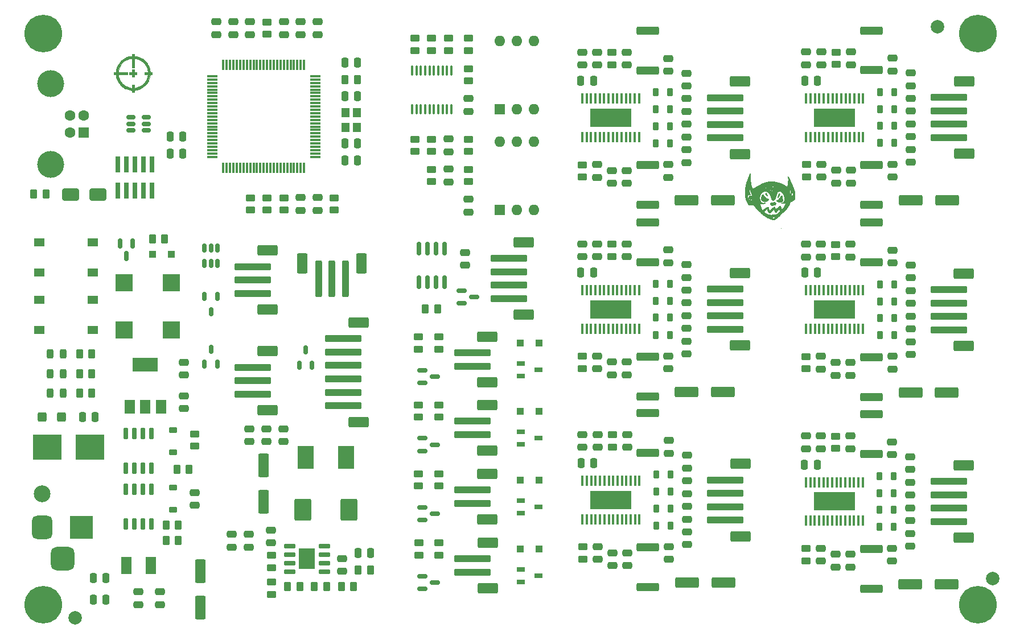
<source format=gbr>
G04 #@! TF.GenerationSoftware,KiCad,Pcbnew,7.0.2-0*
G04 #@! TF.CreationDate,2023-12-22T12:06:11-05:00*
G04 #@! TF.ProjectId,mobo,6d6f626f-2e6b-4696-9361-645f70636258,REV05*
G04 #@! TF.SameCoordinates,Original*
G04 #@! TF.FileFunction,Soldermask,Top*
G04 #@! TF.FilePolarity,Negative*
%FSLAX46Y46*%
G04 Gerber Fmt 4.6, Leading zero omitted, Abs format (unit mm)*
G04 Created by KiCad (PCBNEW 7.0.2-0) date 2023-12-22 12:06:11*
%MOMM*%
%LPD*%
G01*
G04 APERTURE LIST*
G04 Aperture macros list*
%AMRoundRect*
0 Rectangle with rounded corners*
0 $1 Rounding radius*
0 $2 $3 $4 $5 $6 $7 $8 $9 X,Y pos of 4 corners*
0 Add a 4 corners polygon primitive as box body*
4,1,4,$2,$3,$4,$5,$6,$7,$8,$9,$2,$3,0*
0 Add four circle primitives for the rounded corners*
1,1,$1+$1,$2,$3*
1,1,$1+$1,$4,$5*
1,1,$1+$1,$6,$7*
1,1,$1+$1,$8,$9*
0 Add four rect primitives between the rounded corners*
20,1,$1+$1,$2,$3,$4,$5,0*
20,1,$1+$1,$4,$5,$6,$7,0*
20,1,$1+$1,$6,$7,$8,$9,0*
20,1,$1+$1,$8,$9,$2,$3,0*%
G04 Aperture macros list end*
%ADD10C,0.010000*%
%ADD11RoundRect,0.250000X0.250000X0.475000X-0.250000X0.475000X-0.250000X-0.475000X0.250000X-0.475000X0*%
%ADD12RoundRect,0.150000X0.150000X-0.725000X0.150000X0.725000X-0.150000X0.725000X-0.150000X-0.725000X0*%
%ADD13RoundRect,0.250000X-0.550000X1.500000X-0.550000X-1.500000X0.550000X-1.500000X0.550000X1.500000X0*%
%ADD14RoundRect,0.250000X-0.475000X0.250000X-0.475000X-0.250000X0.475000X-0.250000X0.475000X0.250000X0*%
%ADD15RoundRect,0.250000X0.450000X-0.262500X0.450000X0.262500X-0.450000X0.262500X-0.450000X-0.262500X0*%
%ADD16RoundRect,0.250000X-1.500000X-0.550000X1.500000X-0.550000X1.500000X0.550000X-1.500000X0.550000X0*%
%ADD17RoundRect,0.250000X-0.450000X0.262500X-0.450000X-0.262500X0.450000X-0.262500X0.450000X0.262500X0*%
%ADD18RoundRect,0.250000X-0.250000X-0.475000X0.250000X-0.475000X0.250000X0.475000X-0.250000X0.475000X0*%
%ADD19RoundRect,0.250000X0.475000X-0.250000X0.475000X0.250000X-0.475000X0.250000X-0.475000X-0.250000X0*%
%ADD20C,5.600000*%
%ADD21R,1.600000X1.600000*%
%ADD22O,1.600000X1.600000*%
%ADD23R,1.500000X2.500000*%
%ADD24RoundRect,0.250000X-0.300000X-0.300000X0.300000X-0.300000X0.300000X0.300000X-0.300000X0.300000X0*%
%ADD25RoundRect,0.250000X-1.425000X0.362500X-1.425000X-0.362500X1.425000X-0.362500X1.425000X0.362500X0*%
%ADD26RoundRect,0.250000X-0.250000X-2.500000X0.250000X-2.500000X0.250000X2.500000X-0.250000X2.500000X0*%
%ADD27RoundRect,0.250000X-0.550000X-1.250000X0.550000X-1.250000X0.550000X1.250000X-0.550000X1.250000X0*%
%ADD28RoundRect,0.250000X-2.500000X0.250000X-2.500000X-0.250000X2.500000X-0.250000X2.500000X0.250000X0*%
%ADD29RoundRect,0.250000X-1.250000X0.550000X-1.250000X-0.550000X1.250000X-0.550000X1.250000X0.550000X0*%
%ADD30RoundRect,0.150000X0.150000X-0.512500X0.150000X0.512500X-0.150000X0.512500X-0.150000X-0.512500X0*%
%ADD31R,1.220000X0.650000*%
%ADD32R,2.500000X2.500000*%
%ADD33RoundRect,0.150000X-0.587500X-0.150000X0.587500X-0.150000X0.587500X0.150000X-0.587500X0.150000X0*%
%ADD34RoundRect,0.218750X-0.218750X-0.381250X0.218750X-0.381250X0.218750X0.381250X-0.218750X0.381250X0*%
%ADD35RoundRect,0.250000X0.262500X0.450000X-0.262500X0.450000X-0.262500X-0.450000X0.262500X-0.450000X0*%
%ADD36RoundRect,0.250000X-0.262500X-0.450000X0.262500X-0.450000X0.262500X0.450000X-0.262500X0.450000X0*%
%ADD37RoundRect,0.250000X1.425000X-0.362500X1.425000X0.362500X-1.425000X0.362500X-1.425000X-0.362500X0*%
%ADD38RoundRect,0.150000X-0.150000X0.825000X-0.150000X-0.825000X0.150000X-0.825000X0.150000X0.825000X0*%
%ADD39RoundRect,0.225000X-0.375000X0.225000X-0.375000X-0.225000X0.375000X-0.225000X0.375000X0.225000X0*%
%ADD40C,2.000000*%
%ADD41RoundRect,0.250000X-1.000000X-0.650000X1.000000X-0.650000X1.000000X0.650000X-1.000000X0.650000X0*%
%ADD42RoundRect,0.100000X-0.100000X0.637500X-0.100000X-0.637500X0.100000X-0.637500X0.100000X0.637500X0*%
%ADD43RoundRect,0.250000X-1.000000X1.400000X-1.000000X-1.400000X1.000000X-1.400000X1.000000X1.400000X0*%
%ADD44RoundRect,0.150000X0.512500X0.150000X-0.512500X0.150000X-0.512500X-0.150000X0.512500X-0.150000X0*%
%ADD45R,1.550000X1.300000*%
%ADD46R,3.500000X3.500000*%
%ADD47C,2.500000*%
%ADD48RoundRect,0.750000X-0.750000X-1.000000X0.750000X-1.000000X0.750000X1.000000X-0.750000X1.000000X0*%
%ADD49RoundRect,0.875000X-0.875000X-0.875000X0.875000X-0.875000X0.875000X0.875000X-0.875000X0.875000X0*%
%ADD50C,1.600000*%
%ADD51C,4.000000*%
%ADD52RoundRect,0.100000X-0.100000X0.675000X-0.100000X-0.675000X0.100000X-0.675000X0.100000X0.675000X0*%
%ADD53R,6.200000X2.750000*%
%ADD54RoundRect,0.250000X0.400000X0.450000X-0.400000X0.450000X-0.400000X-0.450000X0.400000X-0.450000X0*%
%ADD55RoundRect,0.150000X-0.150000X0.512500X-0.150000X-0.512500X0.150000X-0.512500X0.150000X0.512500X0*%
%ADD56RoundRect,0.075000X0.725000X0.075000X-0.725000X0.075000X-0.725000X-0.075000X0.725000X-0.075000X0*%
%ADD57RoundRect,0.075000X0.075000X0.725000X-0.075000X0.725000X-0.075000X-0.725000X0.075000X-0.725000X0*%
%ADD58RoundRect,0.243750X-0.243750X-0.456250X0.243750X-0.456250X0.243750X0.456250X-0.243750X0.456250X0*%
%ADD59RoundRect,0.250000X0.300000X0.300000X-0.300000X0.300000X-0.300000X-0.300000X0.300000X-0.300000X0*%
%ADD60R,2.400000X3.100000*%
%ADD61RoundRect,0.150000X-0.737500X-0.150000X0.737500X-0.150000X0.737500X0.150000X-0.737500X0.150000X0*%
%ADD62R,0.740000X2.400000*%
%ADD63R,2.350000X3.500000*%
%ADD64R,4.240000X3.810000*%
%ADD65RoundRect,0.150000X-0.150000X0.725000X-0.150000X-0.725000X0.150000X-0.725000X0.150000X0.725000X0*%
%ADD66RoundRect,0.150000X-0.150000X0.587500X-0.150000X-0.587500X0.150000X-0.587500X0.150000X0.587500X0*%
%ADD67R,1.200000X1.400000*%
%ADD68R,1.500000X2.000000*%
%ADD69R,3.800000X2.000000*%
G04 APERTURE END LIST*
D10*
X176769042Y-79639711D02*
X176773450Y-79642050D01*
X176776425Y-79644515D01*
X176773565Y-79645165D01*
X176772843Y-79645176D01*
X176767102Y-79643558D01*
X176765512Y-79642050D01*
X176765256Y-79639245D01*
X176769042Y-79639711D01*
G36*
X176769042Y-79639711D02*
G01*
X176773450Y-79642050D01*
X176776425Y-79644515D01*
X176773565Y-79645165D01*
X176772843Y-79645176D01*
X176767102Y-79643558D01*
X176765512Y-79642050D01*
X176765256Y-79639245D01*
X176769042Y-79639711D01*
G37*
X177149037Y-77964782D02*
X177149687Y-77965650D01*
X177148967Y-77968368D01*
X177146699Y-77968825D01*
X177142355Y-77967167D01*
X177141750Y-77965650D01*
X177144028Y-77962565D01*
X177144737Y-77962475D01*
X177149037Y-77964782D01*
G36*
X177149037Y-77964782D02*
G01*
X177149687Y-77965650D01*
X177148967Y-77968368D01*
X177146699Y-77968825D01*
X177142355Y-77967167D01*
X177141750Y-77965650D01*
X177144028Y-77962565D01*
X177144737Y-77962475D01*
X177149037Y-77964782D01*
G37*
X181307249Y-83920549D02*
X181305568Y-83925502D01*
X181302688Y-83930074D01*
X181299206Y-83933527D01*
X181297925Y-83932875D01*
X181299606Y-83927922D01*
X181302486Y-83923350D01*
X181305968Y-83919897D01*
X181307249Y-83920549D01*
G36*
X181307249Y-83920549D02*
G01*
X181305568Y-83925502D01*
X181302688Y-83930074D01*
X181299206Y-83933527D01*
X181297925Y-83932875D01*
X181299606Y-83927922D01*
X181302486Y-83923350D01*
X181305968Y-83919897D01*
X181307249Y-83920549D01*
G37*
X179130030Y-78702965D02*
X179133223Y-78705026D01*
X179134397Y-78707439D01*
X179136139Y-78712106D01*
X179139835Y-78721684D01*
X179145096Y-78735182D01*
X179151536Y-78751605D01*
X179158768Y-78769963D01*
X179160239Y-78773687D01*
X179166841Y-78790524D01*
X179174741Y-78810884D01*
X179183700Y-78834135D01*
X179193480Y-78859645D01*
X179203842Y-78886784D01*
X179214548Y-78914920D01*
X179225359Y-78943420D01*
X179236036Y-78971654D01*
X179246343Y-78998991D01*
X179256039Y-79024798D01*
X179264886Y-79048444D01*
X179272647Y-79069298D01*
X179279082Y-79086728D01*
X179283952Y-79100103D01*
X179287021Y-79108791D01*
X179288050Y-79112142D01*
X179287540Y-79114087D01*
X179285477Y-79114422D01*
X179281062Y-79112784D01*
X179273495Y-79108811D01*
X179261975Y-79102139D01*
X179249336Y-79094591D01*
X179219515Y-79076038D01*
X179194215Y-79058732D01*
X179172070Y-79041544D01*
X179151711Y-79023348D01*
X179131770Y-79003018D01*
X179114153Y-78983246D01*
X179102167Y-78969006D01*
X179088768Y-78952546D01*
X179074574Y-78934680D01*
X179060202Y-78916220D01*
X179046267Y-78897981D01*
X179033388Y-78880776D01*
X179022180Y-78865418D01*
X179013261Y-78852722D01*
X179007247Y-78843500D01*
X179004964Y-78839226D01*
X179003451Y-78831570D01*
X179002892Y-78820364D01*
X179003233Y-78810823D01*
X179008159Y-78786407D01*
X179018540Y-78763578D01*
X179033524Y-78743176D01*
X179052259Y-78726044D01*
X179073895Y-78713021D01*
X179097579Y-78704949D01*
X179112589Y-78702820D01*
X179123676Y-78702340D01*
X179130030Y-78702965D01*
G36*
X179130030Y-78702965D02*
G01*
X179133223Y-78705026D01*
X179134397Y-78707439D01*
X179136139Y-78712106D01*
X179139835Y-78721684D01*
X179145096Y-78735182D01*
X179151536Y-78751605D01*
X179158768Y-78769963D01*
X179160239Y-78773687D01*
X179166841Y-78790524D01*
X179174741Y-78810884D01*
X179183700Y-78834135D01*
X179193480Y-78859645D01*
X179203842Y-78886784D01*
X179214548Y-78914920D01*
X179225359Y-78943420D01*
X179236036Y-78971654D01*
X179246343Y-78998991D01*
X179256039Y-79024798D01*
X179264886Y-79048444D01*
X179272647Y-79069298D01*
X179279082Y-79086728D01*
X179283952Y-79100103D01*
X179287021Y-79108791D01*
X179288050Y-79112142D01*
X179287540Y-79114087D01*
X179285477Y-79114422D01*
X179281062Y-79112784D01*
X179273495Y-79108811D01*
X179261975Y-79102139D01*
X179249336Y-79094591D01*
X179219515Y-79076038D01*
X179194215Y-79058732D01*
X179172070Y-79041544D01*
X179151711Y-79023348D01*
X179131770Y-79003018D01*
X179114153Y-78983246D01*
X179102167Y-78969006D01*
X179088768Y-78952546D01*
X179074574Y-78934680D01*
X179060202Y-78916220D01*
X179046267Y-78897981D01*
X179033388Y-78880776D01*
X179022180Y-78865418D01*
X179013261Y-78852722D01*
X179007247Y-78843500D01*
X179004964Y-78839226D01*
X179003451Y-78831570D01*
X179002892Y-78820364D01*
X179003233Y-78810823D01*
X179008159Y-78786407D01*
X179018540Y-78763578D01*
X179033524Y-78743176D01*
X179052259Y-78726044D01*
X179073895Y-78713021D01*
X179097579Y-78704949D01*
X179112589Y-78702820D01*
X179123676Y-78702340D01*
X179130030Y-78702965D01*
G37*
X180380241Y-80041927D02*
X180412838Y-80050579D01*
X180443075Y-80064347D01*
X180470454Y-80082698D01*
X180494474Y-80105096D01*
X180514638Y-80131009D01*
X180530447Y-80159903D01*
X180541401Y-80191243D01*
X180547002Y-80224497D01*
X180547145Y-80254406D01*
X180541579Y-80290240D01*
X180530203Y-80323543D01*
X180513088Y-80354171D01*
X180490306Y-80381983D01*
X180475187Y-80396200D01*
X180454279Y-80411592D01*
X180429405Y-80424984D01*
X180399626Y-80436845D01*
X180383317Y-80442131D01*
X180367742Y-80446931D01*
X180348353Y-80452994D01*
X180327375Y-80459620D01*
X180307032Y-80466108D01*
X180302462Y-80467577D01*
X180269527Y-80477139D01*
X180235951Y-80484689D01*
X180200581Y-80490384D01*
X180162262Y-80494381D01*
X180119841Y-80496836D01*
X180080212Y-80497821D01*
X180058563Y-80498208D01*
X180037962Y-80498784D01*
X180019642Y-80499498D01*
X180004838Y-80500299D01*
X179994784Y-80501139D01*
X179992900Y-80501387D01*
X179980798Y-80502435D01*
X179965611Y-80502641D01*
X179950551Y-80501964D01*
X179950037Y-80501921D01*
X179915555Y-80496451D01*
X179881902Y-80486247D01*
X179850396Y-80471887D01*
X179822355Y-80453950D01*
X179803631Y-80437743D01*
X179781335Y-80411216D01*
X179764704Y-80382208D01*
X179753832Y-80351282D01*
X179748812Y-80319005D01*
X179749740Y-80285941D01*
X179756708Y-80252654D01*
X179768039Y-80223355D01*
X179778470Y-80205943D01*
X179793131Y-80187592D01*
X179810430Y-80169897D01*
X179828778Y-80154455D01*
X179846581Y-80142863D01*
X179850025Y-80141105D01*
X179880574Y-80129291D01*
X179912614Y-80122837D01*
X179946986Y-80121632D01*
X179976912Y-80124399D01*
X179987639Y-80125301D01*
X179999885Y-80125044D01*
X180014179Y-80123508D01*
X180031052Y-80120569D01*
X180051031Y-80116105D01*
X180074647Y-80109993D01*
X180102430Y-80102111D01*
X180134909Y-80092337D01*
X180172614Y-80080548D01*
X180188882Y-80075367D01*
X180220129Y-80065478D01*
X180246206Y-80057497D01*
X180267938Y-80051232D01*
X180286147Y-80046494D01*
X180301658Y-80043091D01*
X180315293Y-80040830D01*
X180327876Y-80039522D01*
X180340230Y-80038974D01*
X180345782Y-80038925D01*
X180380241Y-80041927D01*
G36*
X180380241Y-80041927D02*
G01*
X180412838Y-80050579D01*
X180443075Y-80064347D01*
X180470454Y-80082698D01*
X180494474Y-80105096D01*
X180514638Y-80131009D01*
X180530447Y-80159903D01*
X180541401Y-80191243D01*
X180547002Y-80224497D01*
X180547145Y-80254406D01*
X180541579Y-80290240D01*
X180530203Y-80323543D01*
X180513088Y-80354171D01*
X180490306Y-80381983D01*
X180475187Y-80396200D01*
X180454279Y-80411592D01*
X180429405Y-80424984D01*
X180399626Y-80436845D01*
X180383317Y-80442131D01*
X180367742Y-80446931D01*
X180348353Y-80452994D01*
X180327375Y-80459620D01*
X180307032Y-80466108D01*
X180302462Y-80467577D01*
X180269527Y-80477139D01*
X180235951Y-80484689D01*
X180200581Y-80490384D01*
X180162262Y-80494381D01*
X180119841Y-80496836D01*
X180080212Y-80497821D01*
X180058563Y-80498208D01*
X180037962Y-80498784D01*
X180019642Y-80499498D01*
X180004838Y-80500299D01*
X179994784Y-80501139D01*
X179992900Y-80501387D01*
X179980798Y-80502435D01*
X179965611Y-80502641D01*
X179950551Y-80501964D01*
X179950037Y-80501921D01*
X179915555Y-80496451D01*
X179881902Y-80486247D01*
X179850396Y-80471887D01*
X179822355Y-80453950D01*
X179803631Y-80437743D01*
X179781335Y-80411216D01*
X179764704Y-80382208D01*
X179753832Y-80351282D01*
X179748812Y-80319005D01*
X179749740Y-80285941D01*
X179756708Y-80252654D01*
X179768039Y-80223355D01*
X179778470Y-80205943D01*
X179793131Y-80187592D01*
X179810430Y-80169897D01*
X179828778Y-80154455D01*
X179846581Y-80142863D01*
X179850025Y-80141105D01*
X179880574Y-80129291D01*
X179912614Y-80122837D01*
X179946986Y-80121632D01*
X179976912Y-80124399D01*
X179987639Y-80125301D01*
X179999885Y-80125044D01*
X180014179Y-80123508D01*
X180031052Y-80120569D01*
X180051031Y-80116105D01*
X180074647Y-80109993D01*
X180102430Y-80102111D01*
X180134909Y-80092337D01*
X180172614Y-80080548D01*
X180188882Y-80075367D01*
X180220129Y-80065478D01*
X180246206Y-80057497D01*
X180267938Y-80051232D01*
X180286147Y-80046494D01*
X180301658Y-80043091D01*
X180315293Y-80040830D01*
X180327876Y-80039522D01*
X180340230Y-80038974D01*
X180345782Y-80038925D01*
X180380241Y-80041927D01*
G37*
X181005012Y-78791227D02*
X181029231Y-78792751D01*
X181050712Y-78797578D01*
X181071390Y-78805848D01*
X181082435Y-78812189D01*
X181094616Y-78820936D01*
X181106613Y-78830919D01*
X181117110Y-78840970D01*
X181124787Y-78849918D01*
X181128261Y-78856297D01*
X181127932Y-78862896D01*
X181125212Y-78874451D01*
X181120406Y-78890166D01*
X181113821Y-78909247D01*
X181105761Y-78930901D01*
X181096533Y-78954333D01*
X181086441Y-78978749D01*
X181075791Y-79003354D01*
X181064889Y-79027355D01*
X181054039Y-79049957D01*
X181052860Y-79052328D01*
X181046447Y-79064902D01*
X181039852Y-79077182D01*
X181032662Y-79089818D01*
X181024464Y-79103464D01*
X181014845Y-79118769D01*
X181003394Y-79136387D01*
X180989696Y-79156968D01*
X180973339Y-79181165D01*
X180953911Y-79209629D01*
X180944779Y-79222950D01*
X180934294Y-79238538D01*
X180921603Y-79257887D01*
X180907786Y-79279324D01*
X180893922Y-79301174D01*
X180881329Y-79321375D01*
X180868303Y-79342278D01*
X180857970Y-79358171D01*
X180849848Y-79369540D01*
X180843452Y-79376873D01*
X180838300Y-79380657D01*
X180833907Y-79381380D01*
X180829792Y-79379528D01*
X180826503Y-79376650D01*
X180822698Y-79369379D01*
X180822711Y-79364574D01*
X180823859Y-79359117D01*
X180825906Y-79348756D01*
X180828594Y-79334835D01*
X180831661Y-79318693D01*
X180832650Y-79313437D01*
X180837412Y-79288637D01*
X180842819Y-79261446D01*
X180848687Y-79232722D01*
X180854828Y-79203319D01*
X180861056Y-79174093D01*
X180867185Y-79145901D01*
X180873028Y-79119599D01*
X180878400Y-79096043D01*
X180883115Y-79076088D01*
X180886985Y-79060590D01*
X180889825Y-79050406D01*
X180889981Y-79049912D01*
X180893576Y-79039342D01*
X180899033Y-79024152D01*
X180905875Y-79005624D01*
X180913628Y-78985044D01*
X180921815Y-78963693D01*
X180924705Y-78956250D01*
X180933303Y-78933727D01*
X180941910Y-78910369D01*
X180949959Y-78887768D01*
X180956886Y-78867517D01*
X180962125Y-78851210D01*
X180962998Y-78848300D01*
X180968901Y-78828373D01*
X180973549Y-78813715D01*
X180977537Y-78803519D01*
X180981460Y-78796977D01*
X180985909Y-78793284D01*
X180991481Y-78791633D01*
X180998767Y-78791217D01*
X181005012Y-78791227D01*
G36*
X181005012Y-78791227D02*
G01*
X181029231Y-78792751D01*
X181050712Y-78797578D01*
X181071390Y-78805848D01*
X181082435Y-78812189D01*
X181094616Y-78820936D01*
X181106613Y-78830919D01*
X181117110Y-78840970D01*
X181124787Y-78849918D01*
X181128261Y-78856297D01*
X181127932Y-78862896D01*
X181125212Y-78874451D01*
X181120406Y-78890166D01*
X181113821Y-78909247D01*
X181105761Y-78930901D01*
X181096533Y-78954333D01*
X181086441Y-78978749D01*
X181075791Y-79003354D01*
X181064889Y-79027355D01*
X181054039Y-79049957D01*
X181052860Y-79052328D01*
X181046447Y-79064902D01*
X181039852Y-79077182D01*
X181032662Y-79089818D01*
X181024464Y-79103464D01*
X181014845Y-79118769D01*
X181003394Y-79136387D01*
X180989696Y-79156968D01*
X180973339Y-79181165D01*
X180953911Y-79209629D01*
X180944779Y-79222950D01*
X180934294Y-79238538D01*
X180921603Y-79257887D01*
X180907786Y-79279324D01*
X180893922Y-79301174D01*
X180881329Y-79321375D01*
X180868303Y-79342278D01*
X180857970Y-79358171D01*
X180849848Y-79369540D01*
X180843452Y-79376873D01*
X180838300Y-79380657D01*
X180833907Y-79381380D01*
X180829792Y-79379528D01*
X180826503Y-79376650D01*
X180822698Y-79369379D01*
X180822711Y-79364574D01*
X180823859Y-79359117D01*
X180825906Y-79348756D01*
X180828594Y-79334835D01*
X180831661Y-79318693D01*
X180832650Y-79313437D01*
X180837412Y-79288637D01*
X180842819Y-79261446D01*
X180848687Y-79232722D01*
X180854828Y-79203319D01*
X180861056Y-79174093D01*
X180867185Y-79145901D01*
X180873028Y-79119599D01*
X180878400Y-79096043D01*
X180883115Y-79076088D01*
X180886985Y-79060590D01*
X180889825Y-79050406D01*
X180889981Y-79049912D01*
X180893576Y-79039342D01*
X180899033Y-79024152D01*
X180905875Y-79005624D01*
X180913628Y-78985044D01*
X180921815Y-78963693D01*
X180924705Y-78956250D01*
X180933303Y-78933727D01*
X180941910Y-78910369D01*
X180949959Y-78887768D01*
X180956886Y-78867517D01*
X180962125Y-78851210D01*
X180962998Y-78848300D01*
X180968901Y-78828373D01*
X180973549Y-78813715D01*
X180977537Y-78803519D01*
X180981460Y-78796977D01*
X180985909Y-78793284D01*
X180991481Y-78791633D01*
X180998767Y-78791217D01*
X181005012Y-78791227D01*
G37*
X178683245Y-78924527D02*
X178686100Y-78928149D01*
X178691810Y-78936418D01*
X178699882Y-78948584D01*
X178709826Y-78963896D01*
X178721149Y-78981607D01*
X178732897Y-79000227D01*
X178766864Y-79053828D01*
X178798270Y-79102149D01*
X178827398Y-79145584D01*
X178854534Y-79184527D01*
X178879964Y-79219374D01*
X178903974Y-79250519D01*
X178926848Y-79278357D01*
X178948873Y-79303283D01*
X178962464Y-79317693D01*
X178983199Y-79338959D01*
X179000508Y-79356307D01*
X179015266Y-79370494D01*
X179028346Y-79382280D01*
X179040620Y-79392419D01*
X179052961Y-79401670D01*
X179066243Y-79410791D01*
X179080174Y-79419800D01*
X179096971Y-79430529D01*
X179113939Y-79441498D01*
X179129421Y-79451624D01*
X179141755Y-79459829D01*
X179144976Y-79462014D01*
X179159204Y-79470901D01*
X179175348Y-79479721D01*
X179189976Y-79486604D01*
X179190336Y-79486753D01*
X179205369Y-79493515D01*
X179221612Y-79501693D01*
X179234075Y-79508661D01*
X179259909Y-79522533D01*
X179288788Y-79535306D01*
X179317707Y-79545720D01*
X179332808Y-79550053D01*
X179356142Y-79556392D01*
X179374661Y-79562492D01*
X179389825Y-79569072D01*
X179403096Y-79576850D01*
X179415935Y-79586545D01*
X179427156Y-79596419D01*
X179437879Y-79606747D01*
X179446785Y-79616193D01*
X179452817Y-79623580D01*
X179454866Y-79627229D01*
X179454497Y-79634949D01*
X179451095Y-79647030D01*
X179445095Y-79662514D01*
X179436934Y-79680445D01*
X179427047Y-79699864D01*
X179415871Y-79719816D01*
X179403842Y-79739342D01*
X179403646Y-79739645D01*
X179379610Y-79771485D01*
X179350816Y-79800063D01*
X179316660Y-79825971D01*
X179313521Y-79828049D01*
X179269085Y-79854238D01*
X179224765Y-79874395D01*
X179179910Y-79888789D01*
X179153112Y-79894656D01*
X179139331Y-79897666D01*
X179121637Y-79902249D01*
X179102094Y-79907834D01*
X179082767Y-79913850D01*
X179078500Y-79915258D01*
X179050266Y-79924408D01*
X179026044Y-79931466D01*
X179004157Y-79936718D01*
X178982928Y-79940448D01*
X178960682Y-79942942D01*
X178935741Y-79944484D01*
X178906431Y-79945359D01*
X178900700Y-79945465D01*
X178874922Y-79945785D01*
X178854091Y-79945710D01*
X178836808Y-79945178D01*
X178821679Y-79944127D01*
X178807307Y-79942495D01*
X178795925Y-79940811D01*
X178734483Y-79928204D01*
X178676696Y-79910656D01*
X178622707Y-79888265D01*
X178572662Y-79861128D01*
X178526704Y-79829342D01*
X178484976Y-79793005D01*
X178447625Y-79752214D01*
X178414793Y-79707068D01*
X178391623Y-79667396D01*
X178385098Y-79654330D01*
X178379615Y-79642113D01*
X178376008Y-79632658D01*
X178375211Y-79629774D01*
X178374689Y-79623060D01*
X178374629Y-79610731D01*
X178375001Y-79593501D01*
X178375773Y-79572086D01*
X178376916Y-79547201D01*
X178378397Y-79519561D01*
X178380186Y-79489880D01*
X178382252Y-79458875D01*
X178383226Y-79445200D01*
X178385005Y-79423605D01*
X178387200Y-79403141D01*
X178389992Y-79382905D01*
X178393563Y-79361994D01*
X178398094Y-79339507D01*
X178403768Y-79314539D01*
X178410765Y-79286190D01*
X178419268Y-79253557D01*
X178429223Y-79216600D01*
X178435260Y-79194306D01*
X178441538Y-79170906D01*
X178447555Y-79148282D01*
X178452810Y-79128318D01*
X178456264Y-79115000D01*
X178460906Y-79098258D01*
X178465970Y-79082208D01*
X178470835Y-79068698D01*
X178474798Y-79059732D01*
X178483884Y-79046554D01*
X178497729Y-79031368D01*
X178515383Y-79014946D01*
X178535894Y-78998057D01*
X178558312Y-78981473D01*
X178581687Y-78965963D01*
X178605066Y-78952300D01*
X178611527Y-78948888D01*
X178635699Y-78936982D01*
X178654880Y-78928736D01*
X178669229Y-78924095D01*
X178678906Y-78923005D01*
X178683245Y-78924527D01*
G36*
X178683245Y-78924527D02*
G01*
X178686100Y-78928149D01*
X178691810Y-78936418D01*
X178699882Y-78948584D01*
X178709826Y-78963896D01*
X178721149Y-78981607D01*
X178732897Y-79000227D01*
X178766864Y-79053828D01*
X178798270Y-79102149D01*
X178827398Y-79145584D01*
X178854534Y-79184527D01*
X178879964Y-79219374D01*
X178903974Y-79250519D01*
X178926848Y-79278357D01*
X178948873Y-79303283D01*
X178962464Y-79317693D01*
X178983199Y-79338959D01*
X179000508Y-79356307D01*
X179015266Y-79370494D01*
X179028346Y-79382280D01*
X179040620Y-79392419D01*
X179052961Y-79401670D01*
X179066243Y-79410791D01*
X179080174Y-79419800D01*
X179096971Y-79430529D01*
X179113939Y-79441498D01*
X179129421Y-79451624D01*
X179141755Y-79459829D01*
X179144976Y-79462014D01*
X179159204Y-79470901D01*
X179175348Y-79479721D01*
X179189976Y-79486604D01*
X179190336Y-79486753D01*
X179205369Y-79493515D01*
X179221612Y-79501693D01*
X179234075Y-79508661D01*
X179259909Y-79522533D01*
X179288788Y-79535306D01*
X179317707Y-79545720D01*
X179332808Y-79550053D01*
X179356142Y-79556392D01*
X179374661Y-79562492D01*
X179389825Y-79569072D01*
X179403096Y-79576850D01*
X179415935Y-79586545D01*
X179427156Y-79596419D01*
X179437879Y-79606747D01*
X179446785Y-79616193D01*
X179452817Y-79623580D01*
X179454866Y-79627229D01*
X179454497Y-79634949D01*
X179451095Y-79647030D01*
X179445095Y-79662514D01*
X179436934Y-79680445D01*
X179427047Y-79699864D01*
X179415871Y-79719816D01*
X179403842Y-79739342D01*
X179403646Y-79739645D01*
X179379610Y-79771485D01*
X179350816Y-79800063D01*
X179316660Y-79825971D01*
X179313521Y-79828049D01*
X179269085Y-79854238D01*
X179224765Y-79874395D01*
X179179910Y-79888789D01*
X179153112Y-79894656D01*
X179139331Y-79897666D01*
X179121637Y-79902249D01*
X179102094Y-79907834D01*
X179082767Y-79913850D01*
X179078500Y-79915258D01*
X179050266Y-79924408D01*
X179026044Y-79931466D01*
X179004157Y-79936718D01*
X178982928Y-79940448D01*
X178960682Y-79942942D01*
X178935741Y-79944484D01*
X178906431Y-79945359D01*
X178900700Y-79945465D01*
X178874922Y-79945785D01*
X178854091Y-79945710D01*
X178836808Y-79945178D01*
X178821679Y-79944127D01*
X178807307Y-79942495D01*
X178795925Y-79940811D01*
X178734483Y-79928204D01*
X178676696Y-79910656D01*
X178622707Y-79888265D01*
X178572662Y-79861128D01*
X178526704Y-79829342D01*
X178484976Y-79793005D01*
X178447625Y-79752214D01*
X178414793Y-79707068D01*
X178391623Y-79667396D01*
X178385098Y-79654330D01*
X178379615Y-79642113D01*
X178376008Y-79632658D01*
X178375211Y-79629774D01*
X178374689Y-79623060D01*
X178374629Y-79610731D01*
X178375001Y-79593501D01*
X178375773Y-79572086D01*
X178376916Y-79547201D01*
X178378397Y-79519561D01*
X178380186Y-79489880D01*
X178382252Y-79458875D01*
X178383226Y-79445200D01*
X178385005Y-79423605D01*
X178387200Y-79403141D01*
X178389992Y-79382905D01*
X178393563Y-79361994D01*
X178398094Y-79339507D01*
X178403768Y-79314539D01*
X178410765Y-79286190D01*
X178419268Y-79253557D01*
X178429223Y-79216600D01*
X178435260Y-79194306D01*
X178441538Y-79170906D01*
X178447555Y-79148282D01*
X178452810Y-79128318D01*
X178456264Y-79115000D01*
X178460906Y-79098258D01*
X178465970Y-79082208D01*
X178470835Y-79068698D01*
X178474798Y-79059732D01*
X178483884Y-79046554D01*
X178497729Y-79031368D01*
X178515383Y-79014946D01*
X178535894Y-78998057D01*
X178558312Y-78981473D01*
X178581687Y-78965963D01*
X178605066Y-78952300D01*
X178611527Y-78948888D01*
X178635699Y-78936982D01*
X178654880Y-78928736D01*
X178669229Y-78924095D01*
X178678906Y-78923005D01*
X178683245Y-78924527D01*
G37*
X181428435Y-79082602D02*
X181441150Y-79084494D01*
X181449752Y-79088110D01*
X181455311Y-79093764D01*
X181456336Y-79095504D01*
X181459235Y-79103441D01*
X181462456Y-79116443D01*
X181465781Y-79133249D01*
X181468995Y-79152595D01*
X181471884Y-79173220D01*
X181474230Y-79193862D01*
X181475392Y-79207075D01*
X181477710Y-79229790D01*
X181481240Y-79254989D01*
X181485468Y-79279230D01*
X181487973Y-79291212D01*
X181492563Y-79311963D01*
X181495922Y-79328583D01*
X181498367Y-79343096D01*
X181500218Y-79357530D01*
X181501792Y-79373909D01*
X181502686Y-79384875D01*
X181504436Y-79401229D01*
X181507107Y-79419191D01*
X181510337Y-79436785D01*
X181513762Y-79452039D01*
X181517020Y-79462978D01*
X181517078Y-79463133D01*
X181520364Y-79473374D01*
X181524414Y-79488463D01*
X181528904Y-79506990D01*
X181533508Y-79527545D01*
X181537900Y-79548721D01*
X181541754Y-79569109D01*
X181542298Y-79572200D01*
X181545361Y-79588320D01*
X181549631Y-79608744D01*
X181554701Y-79631633D01*
X181560164Y-79655148D01*
X181565097Y-79675387D01*
X181570634Y-79698160D01*
X181576206Y-79722224D01*
X181581387Y-79745663D01*
X181585753Y-79766558D01*
X181588573Y-79781262D01*
X181596159Y-79823636D01*
X181586251Y-79838412D01*
X181580919Y-79845227D01*
X181571906Y-79855501D01*
X181560098Y-79868280D01*
X181546379Y-79882609D01*
X181531632Y-79897531D01*
X181529928Y-79899225D01*
X181498976Y-79928747D01*
X181470231Y-79953489D01*
X181442657Y-79974130D01*
X181415217Y-79991348D01*
X181386876Y-80005822D01*
X181356597Y-80018231D01*
X181338805Y-80024401D01*
X181299962Y-80035628D01*
X181262577Y-80043095D01*
X181224872Y-80046988D01*
X181185065Y-80047496D01*
X181143293Y-80044979D01*
X181087944Y-80037770D01*
X181030858Y-80026097D01*
X180974197Y-80010505D01*
X180920127Y-79991541D01*
X180902092Y-79984156D01*
X180876913Y-79972353D01*
X180849174Y-79957552D01*
X180821036Y-79941006D01*
X180794656Y-79923964D01*
X180778712Y-79912649D01*
X180764768Y-79901738D01*
X180749273Y-79888731D01*
X180733332Y-79874647D01*
X180718052Y-79860510D01*
X180704540Y-79847339D01*
X180693903Y-79836158D01*
X180687671Y-79828598D01*
X180683924Y-79822296D01*
X180682914Y-79816832D01*
X180685208Y-79811606D01*
X180691373Y-79806016D01*
X180701976Y-79799462D01*
X180717583Y-79791346D01*
X180727387Y-79786540D01*
X180763313Y-79768321D01*
X180793985Y-79750963D01*
X180820336Y-79733893D01*
X180843298Y-79716537D01*
X180849497Y-79711333D01*
X180863760Y-79699701D01*
X180880565Y-79686933D01*
X180897030Y-79675193D01*
X180902638Y-79671426D01*
X180930314Y-79651516D01*
X180955070Y-79630273D01*
X180975562Y-79608892D01*
X180982431Y-79600348D01*
X180991803Y-79589817D01*
X181003791Y-79578818D01*
X181013662Y-79571259D01*
X181022122Y-79564761D01*
X181033870Y-79554711D01*
X181047782Y-79542122D01*
X181062734Y-79528009D01*
X181075858Y-79515136D01*
X181090739Y-79500063D01*
X181103058Y-79487016D01*
X181113809Y-79474753D01*
X181123987Y-79462033D01*
X181134589Y-79447613D01*
X181146610Y-79430252D01*
X181160461Y-79409587D01*
X181174053Y-79388639D01*
X181187990Y-79366287D01*
X181201333Y-79344100D01*
X181213142Y-79323647D01*
X181222476Y-79306497D01*
X181224102Y-79303329D01*
X181234614Y-79282231D01*
X181245722Y-79259390D01*
X181257012Y-79235709D01*
X181268072Y-79212087D01*
X181278489Y-79189426D01*
X181287850Y-79168625D01*
X181295741Y-79150586D01*
X181301750Y-79136210D01*
X181305464Y-79126396D01*
X181305994Y-79124735D01*
X181309552Y-79115173D01*
X181314495Y-79108716D01*
X181322829Y-79103001D01*
X181325908Y-79101286D01*
X181351515Y-79090632D01*
X181381101Y-79084171D01*
X181410537Y-79082124D01*
X181428435Y-79082602D01*
G36*
X181428435Y-79082602D02*
G01*
X181441150Y-79084494D01*
X181449752Y-79088110D01*
X181455311Y-79093764D01*
X181456336Y-79095504D01*
X181459235Y-79103441D01*
X181462456Y-79116443D01*
X181465781Y-79133249D01*
X181468995Y-79152595D01*
X181471884Y-79173220D01*
X181474230Y-79193862D01*
X181475392Y-79207075D01*
X181477710Y-79229790D01*
X181481240Y-79254989D01*
X181485468Y-79279230D01*
X181487973Y-79291212D01*
X181492563Y-79311963D01*
X181495922Y-79328583D01*
X181498367Y-79343096D01*
X181500218Y-79357530D01*
X181501792Y-79373909D01*
X181502686Y-79384875D01*
X181504436Y-79401229D01*
X181507107Y-79419191D01*
X181510337Y-79436785D01*
X181513762Y-79452039D01*
X181517020Y-79462978D01*
X181517078Y-79463133D01*
X181520364Y-79473374D01*
X181524414Y-79488463D01*
X181528904Y-79506990D01*
X181533508Y-79527545D01*
X181537900Y-79548721D01*
X181541754Y-79569109D01*
X181542298Y-79572200D01*
X181545361Y-79588320D01*
X181549631Y-79608744D01*
X181554701Y-79631633D01*
X181560164Y-79655148D01*
X181565097Y-79675387D01*
X181570634Y-79698160D01*
X181576206Y-79722224D01*
X181581387Y-79745663D01*
X181585753Y-79766558D01*
X181588573Y-79781262D01*
X181596159Y-79823636D01*
X181586251Y-79838412D01*
X181580919Y-79845227D01*
X181571906Y-79855501D01*
X181560098Y-79868280D01*
X181546379Y-79882609D01*
X181531632Y-79897531D01*
X181529928Y-79899225D01*
X181498976Y-79928747D01*
X181470231Y-79953489D01*
X181442657Y-79974130D01*
X181415217Y-79991348D01*
X181386876Y-80005822D01*
X181356597Y-80018231D01*
X181338805Y-80024401D01*
X181299962Y-80035628D01*
X181262577Y-80043095D01*
X181224872Y-80046988D01*
X181185065Y-80047496D01*
X181143293Y-80044979D01*
X181087944Y-80037770D01*
X181030858Y-80026097D01*
X180974197Y-80010505D01*
X180920127Y-79991541D01*
X180902092Y-79984156D01*
X180876913Y-79972353D01*
X180849174Y-79957552D01*
X180821036Y-79941006D01*
X180794656Y-79923964D01*
X180778712Y-79912649D01*
X180764768Y-79901738D01*
X180749273Y-79888731D01*
X180733332Y-79874647D01*
X180718052Y-79860510D01*
X180704540Y-79847339D01*
X180693903Y-79836158D01*
X180687671Y-79828598D01*
X180683924Y-79822296D01*
X180682914Y-79816832D01*
X180685208Y-79811606D01*
X180691373Y-79806016D01*
X180701976Y-79799462D01*
X180717583Y-79791346D01*
X180727387Y-79786540D01*
X180763313Y-79768321D01*
X180793985Y-79750963D01*
X180820336Y-79733893D01*
X180843298Y-79716537D01*
X180849497Y-79711333D01*
X180863760Y-79699701D01*
X180880565Y-79686933D01*
X180897030Y-79675193D01*
X180902638Y-79671426D01*
X180930314Y-79651516D01*
X180955070Y-79630273D01*
X180975562Y-79608892D01*
X180982431Y-79600348D01*
X180991803Y-79589817D01*
X181003791Y-79578818D01*
X181013662Y-79571259D01*
X181022122Y-79564761D01*
X181033870Y-79554711D01*
X181047782Y-79542122D01*
X181062734Y-79528009D01*
X181075858Y-79515136D01*
X181090739Y-79500063D01*
X181103058Y-79487016D01*
X181113809Y-79474753D01*
X181123987Y-79462033D01*
X181134589Y-79447613D01*
X181146610Y-79430252D01*
X181160461Y-79409587D01*
X181174053Y-79388639D01*
X181187990Y-79366287D01*
X181201333Y-79344100D01*
X181213142Y-79323647D01*
X181222476Y-79306497D01*
X181224102Y-79303329D01*
X181234614Y-79282231D01*
X181245722Y-79259390D01*
X181257012Y-79235709D01*
X181268072Y-79212087D01*
X181278489Y-79189426D01*
X181287850Y-79168625D01*
X181295741Y-79150586D01*
X181301750Y-79136210D01*
X181305464Y-79126396D01*
X181305994Y-79124735D01*
X181309552Y-79115173D01*
X181314495Y-79108716D01*
X181322829Y-79103001D01*
X181325908Y-79101286D01*
X181351515Y-79090632D01*
X181381101Y-79084171D01*
X181410537Y-79082124D01*
X181428435Y-79082602D01*
G37*
X176726753Y-75765247D02*
X176727234Y-75773877D01*
X176727638Y-75787324D01*
X176727949Y-75804822D01*
X176728151Y-75825603D01*
X176728228Y-75848902D01*
X176728218Y-75859831D01*
X176728435Y-75902309D01*
X176729235Y-75950325D01*
X176730582Y-76003096D01*
X176732438Y-76059840D01*
X176734767Y-76119776D01*
X176737532Y-76182120D01*
X176740697Y-76246091D01*
X176744226Y-76310906D01*
X176748081Y-76375784D01*
X176752227Y-76439942D01*
X176756625Y-76502597D01*
X176760935Y-76559125D01*
X176765030Y-76607160D01*
X176770011Y-76659674D01*
X176775770Y-76715821D01*
X176782200Y-76774750D01*
X176789193Y-76835615D01*
X176796641Y-76897568D01*
X176804435Y-76959759D01*
X176812468Y-77021342D01*
X176820633Y-77081467D01*
X176828821Y-77139287D01*
X176836923Y-77193953D01*
X176844834Y-77244618D01*
X176852443Y-77290434D01*
X176857866Y-77320980D01*
X176872145Y-77396435D01*
X176886331Y-77466514D01*
X176900652Y-77532182D01*
X176915336Y-77594406D01*
X176930611Y-77654150D01*
X176946707Y-77712380D01*
X176963851Y-77770062D01*
X176965161Y-77774311D01*
X176974056Y-77802785D01*
X176981652Y-77826137D01*
X176988380Y-77845355D01*
X176994669Y-77861430D01*
X177000948Y-77875349D01*
X177007645Y-77888101D01*
X177015190Y-77900676D01*
X177024013Y-77914062D01*
X177028921Y-77921200D01*
X177038231Y-77935361D01*
X177048553Y-77952215D01*
X177058072Y-77968770D01*
X177060690Y-77973587D01*
X177072284Y-77995031D01*
X177081577Y-78011465D01*
X177089046Y-78023588D01*
X177095165Y-78032101D01*
X177100408Y-78037706D01*
X177105252Y-78041101D01*
X177107040Y-78041939D01*
X177117319Y-78045017D01*
X177127564Y-78045096D01*
X177139440Y-78041923D01*
X177154613Y-78035245D01*
X177156120Y-78034501D01*
X177169145Y-78028544D01*
X177182208Y-78023392D01*
X177192531Y-78020137D01*
X177192727Y-78020091D01*
X177201854Y-78016649D01*
X177215073Y-78009871D01*
X177231434Y-78000282D01*
X177248289Y-77989528D01*
X177266682Y-77977806D01*
X177287307Y-77965346D01*
X177307777Y-77953554D01*
X177325704Y-77943833D01*
X177327487Y-77942915D01*
X177342924Y-77934876D01*
X177357489Y-77927024D01*
X177369626Y-77920213D01*
X177377781Y-77915301D01*
X177378287Y-77914967D01*
X177388521Y-77908596D01*
X177400986Y-77901452D01*
X177408450Y-77897448D01*
X177419259Y-77891831D01*
X177428936Y-77886774D01*
X177433850Y-77884184D01*
X177443181Y-77880971D01*
X177451312Y-77879913D01*
X177459274Y-77878769D01*
X177469746Y-77875208D01*
X177483380Y-77868926D01*
X177500829Y-77859620D01*
X177522742Y-77846988D01*
X177525389Y-77845420D01*
X177538222Y-77837879D01*
X177548985Y-77831697D01*
X177556557Y-77827510D01*
X177559817Y-77825950D01*
X177559824Y-77825949D01*
X177563291Y-77824311D01*
X177569471Y-77820337D01*
X177569884Y-77820049D01*
X177573863Y-77817374D01*
X177578917Y-77814240D01*
X177585920Y-77810150D01*
X177595745Y-77804604D01*
X177609265Y-77797105D01*
X177627354Y-77787152D01*
X177630700Y-77785316D01*
X177639542Y-77780339D01*
X177646200Y-77776370D01*
X177648162Y-77775063D01*
X177652711Y-77772113D01*
X177661486Y-77767020D01*
X177674911Y-77759546D01*
X177693408Y-77749452D01*
X177700550Y-77745585D01*
X177731904Y-77728548D01*
X177759692Y-77713240D01*
X177786001Y-77698502D01*
X177812918Y-77683170D01*
X177819612Y-77679324D01*
X177833890Y-77671208D01*
X177852477Y-77660792D01*
X177874087Y-77648788D01*
X177897437Y-77635907D01*
X177921245Y-77622859D01*
X177940262Y-77612504D01*
X177986930Y-77587025D01*
X178029381Y-77563489D01*
X178069098Y-77541041D01*
X178089995Y-77528973D01*
X179029287Y-77528973D01*
X179062625Y-77532686D01*
X179080763Y-77535101D01*
X179100538Y-77538358D01*
X179118620Y-77541890D01*
X179124537Y-77543229D01*
X179142905Y-77546730D01*
X179167463Y-77549942D01*
X179198058Y-77552849D01*
X179224100Y-77554767D01*
X179248405Y-77556451D01*
X179267916Y-77558047D01*
X179284179Y-77559784D01*
X179298743Y-77561892D01*
X179313154Y-77564600D01*
X179328959Y-77568137D01*
X179347707Y-77572733D01*
X179351100Y-77573586D01*
X179374527Y-77579239D01*
X179401032Y-77585231D01*
X179427909Y-77590974D01*
X179452454Y-77595880D01*
X179461087Y-77597490D01*
X179524429Y-77611714D01*
X179572212Y-77625864D01*
X179597258Y-77633963D01*
X179617512Y-77640378D01*
X179634201Y-77645449D01*
X179648552Y-77649515D01*
X179661791Y-77652919D01*
X179675145Y-77655999D01*
X179689841Y-77659097D01*
X179697625Y-77660669D01*
X179719678Y-77665341D01*
X179738927Y-77670117D01*
X179756885Y-77675525D01*
X179775068Y-77682090D01*
X179794991Y-77690338D01*
X179818167Y-77700795D01*
X179832562Y-77707543D01*
X179858490Y-77719721D01*
X179880080Y-77729607D01*
X179898683Y-77737733D01*
X179915649Y-77744629D01*
X179932328Y-77750826D01*
X179950071Y-77756857D01*
X179970228Y-77763252D01*
X179987936Y-77768666D01*
X180015139Y-77776704D01*
X180037901Y-77782845D01*
X180057764Y-77787316D01*
X180076272Y-77790346D01*
X180094967Y-77792164D01*
X180115392Y-77792999D01*
X180139089Y-77793078D01*
X180151650Y-77792922D01*
X180173037Y-77792520D01*
X180189551Y-77791961D01*
X180202668Y-77791074D01*
X180213866Y-77789688D01*
X180224621Y-77787631D01*
X180236409Y-77784734D01*
X180246900Y-77781882D01*
X180261017Y-77778041D01*
X180279777Y-77773043D01*
X180301664Y-77767284D01*
X180325164Y-77761164D01*
X180348763Y-77755079D01*
X180356437Y-77753116D01*
X180383057Y-77746249D01*
X180404573Y-77740492D01*
X180422057Y-77735493D01*
X180436583Y-77730897D01*
X180449226Y-77726351D01*
X180461058Y-77721501D01*
X180473154Y-77715993D01*
X180481858Y-77711798D01*
X180542120Y-77684244D01*
X180607292Y-77658022D01*
X180675987Y-77633672D01*
X180718387Y-77620163D01*
X180736087Y-77614555D01*
X180757551Y-77607444D01*
X180780602Y-77599568D01*
X180803062Y-77591664D01*
X180813637Y-77587844D01*
X180858831Y-77572142D01*
X180904644Y-77557734D01*
X180949194Y-77545174D01*
X180990595Y-77535016D01*
X181000962Y-77532763D01*
X181039062Y-77524738D01*
X181006798Y-77524531D01*
X180965239Y-77521798D01*
X180926309Y-77513983D01*
X180903607Y-77506755D01*
X180886446Y-77500601D01*
X180873872Y-77496450D01*
X180864524Y-77494086D01*
X180857039Y-77493291D01*
X180850056Y-77493848D01*
X180842212Y-77495540D01*
X180838754Y-77496427D01*
X180803196Y-77505722D01*
X180773081Y-77513674D01*
X180747700Y-77520506D01*
X180726343Y-77526442D01*
X180708299Y-77531703D01*
X180692860Y-77536513D01*
X180679314Y-77541095D01*
X180666952Y-77545671D01*
X180655063Y-77550464D01*
X180642938Y-77555696D01*
X180629866Y-77561591D01*
X180627273Y-77562779D01*
X180601615Y-77574362D01*
X180578976Y-77584081D01*
X180557946Y-77592425D01*
X180537118Y-77599883D01*
X180515083Y-77606945D01*
X180490434Y-77614100D01*
X180461760Y-77621836D01*
X180443750Y-77626521D01*
X180407575Y-77635834D01*
X180376673Y-77643706D01*
X180350160Y-77650269D01*
X180327156Y-77655650D01*
X180306778Y-77659981D01*
X180288146Y-77663391D01*
X180270379Y-77666011D01*
X180252594Y-77667970D01*
X180233910Y-77669398D01*
X180213446Y-77670426D01*
X180190321Y-77671183D01*
X180163652Y-77671799D01*
X180132600Y-77672403D01*
X180100545Y-77672960D01*
X180072521Y-77673257D01*
X180047618Y-77673204D01*
X180024927Y-77672713D01*
X180003540Y-77671695D01*
X179982546Y-77670060D01*
X179961038Y-77667720D01*
X179938105Y-77664586D01*
X179912839Y-77660569D01*
X179884331Y-77655581D01*
X179851672Y-77649531D01*
X179813953Y-77642332D01*
X179802400Y-77640105D01*
X179785642Y-77636427D01*
X179763792Y-77630933D01*
X179737758Y-77623888D01*
X179708447Y-77615553D01*
X179676768Y-77606191D01*
X179643629Y-77596065D01*
X179609937Y-77585437D01*
X179582105Y-77576391D01*
X179540775Y-77560803D01*
X179498072Y-77541029D01*
X179467011Y-77524355D01*
X179456712Y-77518767D01*
X179447491Y-77514677D01*
X179437629Y-77511572D01*
X179425404Y-77508942D01*
X179409095Y-77506276D01*
X179403256Y-77505408D01*
X179357155Y-77499598D01*
X179311351Y-77495650D01*
X179267349Y-77493639D01*
X179226650Y-77493640D01*
X179198241Y-77495080D01*
X179161965Y-77498882D01*
X179125183Y-77504520D01*
X179089999Y-77511610D01*
X179058519Y-77519766D01*
X179051638Y-77521875D01*
X179029287Y-77528973D01*
X178089995Y-77528973D01*
X178107566Y-77518826D01*
X178146267Y-77495987D01*
X178186684Y-77471671D01*
X178224069Y-77448849D01*
X178264244Y-77424342D01*
X178299948Y-77402932D01*
X178331996Y-77384196D01*
X178361200Y-77367707D01*
X178388374Y-77353042D01*
X178414331Y-77339775D01*
X178439885Y-77327481D01*
X178465848Y-77315736D01*
X178493033Y-77304114D01*
X178522255Y-77292190D01*
X178529225Y-77289410D01*
X178542650Y-77284094D01*
X178555262Y-77279156D01*
X178567571Y-77274419D01*
X178580089Y-77269705D01*
X178593328Y-77264834D01*
X178607798Y-77259630D01*
X178624011Y-77253913D01*
X178642478Y-77247506D01*
X178663711Y-77240230D01*
X178688222Y-77231907D01*
X178716520Y-77222359D01*
X178749119Y-77211407D01*
X178786528Y-77198874D01*
X178829260Y-77184581D01*
X178846725Y-77178743D01*
X178883249Y-77166524D01*
X178919269Y-77154453D01*
X178954128Y-77142752D01*
X178987166Y-77131642D01*
X179017726Y-77121346D01*
X179045149Y-77112084D01*
X179068777Y-77104080D01*
X179087952Y-77097554D01*
X179102015Y-77092730D01*
X179105940Y-77091368D01*
X179136834Y-77081147D01*
X179171316Y-77070798D01*
X179209761Y-77060230D01*
X179252543Y-77049353D01*
X179300036Y-77038074D01*
X179352615Y-77026303D01*
X179410653Y-77013948D01*
X179474526Y-77000919D01*
X179491250Y-76997586D01*
X179520645Y-76991774D01*
X179546752Y-76986714D01*
X179570248Y-76982353D01*
X179591814Y-76978640D01*
X179612126Y-76975520D01*
X179631864Y-76972942D01*
X179651706Y-76970853D01*
X179672330Y-76969199D01*
X179694416Y-76967928D01*
X179718642Y-76966988D01*
X179745686Y-76966325D01*
X179776227Y-76965888D01*
X179810944Y-76965622D01*
X179850515Y-76965476D01*
X179895618Y-76965396D01*
X179905587Y-76965384D01*
X179951253Y-76965355D01*
X179991223Y-76965413D01*
X180026153Y-76965593D01*
X180056695Y-76965926D01*
X180083505Y-76966448D01*
X180107238Y-76967191D01*
X180128546Y-76968190D01*
X180148085Y-76969477D01*
X180166510Y-76971087D01*
X180184473Y-76973052D01*
X180202630Y-76975407D01*
X180221636Y-76978185D01*
X180242143Y-76981420D01*
X180253250Y-76983234D01*
X180328969Y-76996578D01*
X180399717Y-77010942D01*
X180466832Y-77026641D01*
X180531654Y-77043993D01*
X180595521Y-77063311D01*
X180603879Y-77066002D01*
X180661324Y-77084215D01*
X180717439Y-77101142D01*
X180773479Y-77117117D01*
X180830696Y-77132476D01*
X180890342Y-77147554D01*
X180953672Y-77162687D01*
X181021936Y-77178209D01*
X181028564Y-77179681D01*
X181065576Y-77187987D01*
X181097052Y-77195320D01*
X181123694Y-77201908D01*
X181146200Y-77207980D01*
X181165271Y-77213762D01*
X181181607Y-77219484D01*
X181195908Y-77225374D01*
X181208875Y-77231659D01*
X181221206Y-77238568D01*
X181233603Y-77246329D01*
X181234068Y-77246632D01*
X181243176Y-77251223D01*
X181255674Y-77255832D01*
X181267518Y-77259127D01*
X181283784Y-77263366D01*
X181304699Y-77269600D01*
X181329043Y-77277407D01*
X181355594Y-77286364D01*
X181383131Y-77296046D01*
X181410431Y-77306030D01*
X181436275Y-77315894D01*
X181459440Y-77325213D01*
X181465313Y-77327681D01*
X181526157Y-77354784D01*
X181582499Y-77382519D01*
X181607387Y-77395718D01*
X181621811Y-77403509D01*
X181637592Y-77411975D01*
X181650250Y-77418718D01*
X181664083Y-77426091D01*
X181679887Y-77434575D01*
X181693112Y-77441722D01*
X181707537Y-77449522D01*
X181723319Y-77458005D01*
X181735975Y-77464767D01*
X181748429Y-77471467D01*
X181760647Y-77478162D01*
X181769312Y-77483021D01*
X181780259Y-77489235D01*
X181792451Y-77496076D01*
X181796300Y-77498216D01*
X181811997Y-77507102D01*
X181828689Y-77516864D01*
X181845395Y-77526895D01*
X181861135Y-77536587D01*
X181874930Y-77545330D01*
X181885802Y-77552517D01*
X181892769Y-77557540D01*
X181894725Y-77559334D01*
X181898165Y-77562251D01*
X181904925Y-77567050D01*
X181907990Y-77569088D01*
X181914662Y-77573624D01*
X181924611Y-77580612D01*
X181936804Y-77589302D01*
X181950210Y-77598945D01*
X181963796Y-77608793D01*
X181976528Y-77618095D01*
X181987375Y-77626104D01*
X181995303Y-77632069D01*
X181999279Y-77635243D01*
X181999500Y-77635465D01*
X182002776Y-77638125D01*
X182010633Y-77643944D01*
X182022432Y-77652466D01*
X182037536Y-77663233D01*
X182055306Y-77675787D01*
X182075103Y-77689670D01*
X182076262Y-77690479D01*
X182086751Y-77697937D01*
X182095531Y-77704412D01*
X182101023Y-77708736D01*
X182101662Y-77709309D01*
X182106452Y-77713433D01*
X182114263Y-77719725D01*
X182120150Y-77724313D01*
X182128231Y-77730630D01*
X182134094Y-77735402D01*
X182136025Y-77737144D01*
X182139022Y-77739549D01*
X182146258Y-77744980D01*
X182156814Y-77752758D01*
X182169771Y-77762205D01*
X182177994Y-77768160D01*
X182193442Y-77779222D01*
X182204695Y-77786953D01*
X182212644Y-77791827D01*
X182218176Y-77794318D01*
X182222179Y-77794903D01*
X182225544Y-77794055D01*
X182226045Y-77793835D01*
X182233935Y-77791978D01*
X182244830Y-77792833D01*
X182250113Y-77793858D01*
X182262448Y-77796373D01*
X182269933Y-77796722D01*
X182273957Y-77793904D01*
X182275913Y-77786919D01*
X182277191Y-77774767D01*
X182277229Y-77774356D01*
X182278784Y-77759948D01*
X182280990Y-77742471D01*
X182283626Y-77723397D01*
X182286470Y-77704199D01*
X182289303Y-77686350D01*
X182291903Y-77671322D01*
X182294049Y-77660587D01*
X182294677Y-77658025D01*
X182296555Y-77648809D01*
X182298388Y-77636169D01*
X182299640Y-77624337D01*
X182300466Y-77616471D01*
X182302059Y-77603094D01*
X182304318Y-77584984D01*
X182307142Y-77562921D01*
X182310431Y-77537685D01*
X182314086Y-77510053D01*
X182318005Y-77480805D01*
X182320280Y-77464000D01*
X182323892Y-77437125D01*
X182327995Y-77406110D01*
X182332507Y-77371603D01*
X182337346Y-77334251D01*
X182342432Y-77294702D01*
X182347683Y-77253603D01*
X182353017Y-77211601D01*
X182358354Y-77169345D01*
X182363612Y-77127481D01*
X182368710Y-77086657D01*
X182373567Y-77047521D01*
X182378101Y-77010720D01*
X182382231Y-76976901D01*
X182385875Y-76946713D01*
X182388953Y-76920802D01*
X182391383Y-76899816D01*
X182393084Y-76884402D01*
X182393233Y-76882975D01*
X182395050Y-76861778D01*
X182396601Y-76836242D01*
X182397886Y-76807169D01*
X182398904Y-76775360D01*
X182399655Y-76741619D01*
X182400137Y-76706748D01*
X182400349Y-76671547D01*
X182400292Y-76636819D01*
X182399964Y-76603367D01*
X182399364Y-76571993D01*
X182398491Y-76543498D01*
X182397346Y-76518684D01*
X182395926Y-76498355D01*
X182394231Y-76483310D01*
X182393632Y-76479750D01*
X182390453Y-76462243D01*
X182388259Y-76447902D01*
X182386664Y-76433740D01*
X182385283Y-76416772D01*
X182385020Y-76413075D01*
X182383626Y-76397131D01*
X182381572Y-76378258D01*
X182379232Y-76359793D01*
X182378457Y-76354337D01*
X182375401Y-76332205D01*
X182372666Y-76309880D01*
X182370410Y-76288857D01*
X182368789Y-76270630D01*
X182367959Y-76256693D01*
X182367886Y-76253341D01*
X182367800Y-76241245D01*
X182383358Y-76261544D01*
X182392184Y-76272922D01*
X182403305Y-76287059D01*
X182415010Y-76301788D01*
X182421718Y-76310153D01*
X182431750Y-76322938D01*
X182441008Y-76335323D01*
X182448300Y-76345681D01*
X182451773Y-76351162D01*
X182455389Y-76357445D01*
X182461656Y-76368288D01*
X182470036Y-76382757D01*
X182479988Y-76399923D01*
X182490974Y-76418854D01*
X182498680Y-76432125D01*
X182524063Y-76476216D01*
X182546536Y-76516209D01*
X182566691Y-76553302D01*
X182585118Y-76588692D01*
X182602410Y-76623579D01*
X182619156Y-76659161D01*
X182635949Y-76696636D01*
X182653380Y-76737204D01*
X182672040Y-76782063D01*
X182675662Y-76790900D01*
X182692020Y-76830826D01*
X182706373Y-76865697D01*
X182719089Y-76896347D01*
X182730536Y-76923612D01*
X182741081Y-76948325D01*
X182751092Y-76971322D01*
X182760937Y-76993437D01*
X182770984Y-77015506D01*
X182781600Y-77038362D01*
X182793154Y-77062840D01*
X182806013Y-77089776D01*
X182820545Y-77120004D01*
X182822006Y-77123036D01*
X182853599Y-77188834D01*
X182882594Y-77249776D01*
X182909336Y-77306636D01*
X182934167Y-77360187D01*
X182957430Y-77411202D01*
X182979467Y-77460454D01*
X183000622Y-77508717D01*
X183021237Y-77556763D01*
X183041655Y-77605366D01*
X183062220Y-77655299D01*
X183083273Y-77707336D01*
X183102722Y-77756100D01*
X183131851Y-77830056D01*
X183158442Y-77898633D01*
X183182625Y-77962211D01*
X183204527Y-78021175D01*
X183224278Y-78075906D01*
X183242005Y-78126788D01*
X183257837Y-78174202D01*
X183271903Y-78218533D01*
X183284330Y-78260162D01*
X183295249Y-78299472D01*
X183304786Y-78336847D01*
X183313071Y-78372668D01*
X183318599Y-78399037D01*
X183322802Y-78420801D01*
X183327793Y-78447937D01*
X183333420Y-78479539D01*
X183339534Y-78514698D01*
X183345983Y-78552506D01*
X183352617Y-78592057D01*
X183359284Y-78632443D01*
X183365835Y-78672755D01*
X183372118Y-78712087D01*
X183377983Y-78749530D01*
X183383278Y-78784178D01*
X183387854Y-78815122D01*
X183388794Y-78821657D01*
X183391590Y-78846632D01*
X183393687Y-78876937D01*
X183395081Y-78911591D01*
X183395766Y-78949609D01*
X183395737Y-78990012D01*
X183394987Y-79031815D01*
X183393512Y-79074038D01*
X183391305Y-79115697D01*
X183390516Y-79127700D01*
X183387037Y-79179935D01*
X183384182Y-79226773D01*
X183381919Y-79269130D01*
X183380220Y-79307926D01*
X183379052Y-79344079D01*
X183378385Y-79378506D01*
X183378188Y-79412127D01*
X183378431Y-79445858D01*
X183378926Y-79473775D01*
X183381048Y-79570612D01*
X183372105Y-79582234D01*
X183362512Y-79593009D01*
X183348098Y-79606852D01*
X183329372Y-79623383D01*
X183306843Y-79642219D01*
X183281020Y-79662978D01*
X183252413Y-79685280D01*
X183221530Y-79708741D01*
X183188882Y-79732980D01*
X183154977Y-79757615D01*
X183120325Y-79782264D01*
X183085434Y-79806547D01*
X183050814Y-79830080D01*
X183016975Y-79852482D01*
X182984425Y-79873371D01*
X182980575Y-79875793D01*
X182961812Y-79887658D01*
X182942104Y-79900281D01*
X182923219Y-79912519D01*
X182906925Y-79923228D01*
X182899271Y-79928348D01*
X182886811Y-79936682D01*
X182876341Y-79943532D01*
X182868930Y-79948208D01*
X182865648Y-79950021D01*
X182865616Y-79950025D01*
X182865699Y-79947223D01*
X182867297Y-79939773D01*
X182870087Y-79929104D01*
X182871130Y-79925418D01*
X182881562Y-79878852D01*
X182885872Y-79832556D01*
X182884926Y-79794294D01*
X182883481Y-79777153D01*
X182881825Y-79760519D01*
X182880172Y-79746402D01*
X182878865Y-79737510D01*
X182877177Y-79724506D01*
X182876064Y-79709205D01*
X182875800Y-79699172D01*
X182872978Y-79673874D01*
X182864558Y-79645919D01*
X182850611Y-79615515D01*
X182844214Y-79603950D01*
X182836296Y-79589083D01*
X182828802Y-79573063D01*
X182823012Y-79558681D01*
X182821682Y-79554737D01*
X182815649Y-79535877D01*
X182810695Y-79521793D01*
X182806148Y-79511157D01*
X182801331Y-79502643D01*
X182795571Y-79494924D01*
X182788191Y-79486672D01*
X182785750Y-79484093D01*
X182776917Y-79475127D01*
X182769609Y-79468270D01*
X182764990Y-79464591D01*
X182764171Y-79464250D01*
X182762144Y-79467127D01*
X182761620Y-79474956D01*
X182762544Y-79486533D01*
X182764863Y-79500653D01*
X182766029Y-79506121D01*
X182767202Y-79512533D01*
X182768137Y-79520698D01*
X182768846Y-79531234D01*
X182769343Y-79544763D01*
X182769642Y-79561905D01*
X182769758Y-79583280D01*
X182769703Y-79609507D01*
X182769491Y-79641207D01*
X182769362Y-79656007D01*
X182768957Y-79693653D01*
X182768449Y-79725781D01*
X182767770Y-79753222D01*
X182766851Y-79776808D01*
X182765624Y-79797371D01*
X182764023Y-79815741D01*
X182761980Y-79832752D01*
X182759425Y-79849233D01*
X182756293Y-79866018D01*
X182752515Y-79883937D01*
X182749803Y-79896050D01*
X182745373Y-79915690D01*
X182740901Y-79935787D01*
X182736828Y-79954347D01*
X182733593Y-79969373D01*
X182732782Y-79973230D01*
X182727644Y-79996012D01*
X182721892Y-80017388D01*
X182715098Y-80038493D01*
X182706834Y-80060460D01*
X182696672Y-80084422D01*
X182684182Y-80111513D01*
X182668936Y-80142866D01*
X182667736Y-80145287D01*
X182645057Y-80192511D01*
X182626160Y-80235178D01*
X182610870Y-80273691D01*
X182607913Y-80281812D01*
X182598107Y-80308701D01*
X182588428Y-80333976D01*
X182578603Y-80358110D01*
X182568359Y-80381577D01*
X182557422Y-80404849D01*
X182545519Y-80428400D01*
X182532377Y-80452704D01*
X182517723Y-80478233D01*
X182501282Y-80505461D01*
X182482782Y-80534861D01*
X182461949Y-80566906D01*
X182438510Y-80602070D01*
X182412191Y-80640827D01*
X182382720Y-80683648D01*
X182349823Y-80731009D01*
X182342027Y-80742187D01*
X182323235Y-80769129D01*
X182304206Y-80796438D01*
X182285534Y-80823258D01*
X182267813Y-80848737D01*
X182251638Y-80872017D01*
X182237602Y-80892246D01*
X182226301Y-80908569D01*
X182221705Y-80915225D01*
X182196879Y-80950756D01*
X182173951Y-80982443D01*
X182151921Y-81011517D01*
X182129788Y-81039211D01*
X182106554Y-81066755D01*
X182081216Y-81095381D01*
X182052775Y-81126319D01*
X182034047Y-81146250D01*
X182019273Y-81161660D01*
X182000823Y-81180558D01*
X181979194Y-81202458D01*
X181954881Y-81226874D01*
X181928379Y-81253321D01*
X181900185Y-81281313D01*
X181870793Y-81310364D01*
X181840700Y-81339990D01*
X181810400Y-81369705D01*
X181780390Y-81399023D01*
X181751164Y-81427459D01*
X181723218Y-81454526D01*
X181697048Y-81479741D01*
X181673149Y-81502616D01*
X181652017Y-81522667D01*
X181634147Y-81539408D01*
X181620035Y-81552353D01*
X181614998Y-81556851D01*
X181579291Y-81588931D01*
X181539689Y-81625629D01*
X181496414Y-81666727D01*
X181449684Y-81712007D01*
X181399721Y-81761252D01*
X181346746Y-81814244D01*
X181290978Y-81870764D01*
X181232638Y-81930594D01*
X181171946Y-81993518D01*
X181149450Y-82017004D01*
X181094931Y-82073214D01*
X181042987Y-82125035D01*
X180992663Y-82173360D01*
X180943009Y-82219082D01*
X180893070Y-82263092D01*
X180841896Y-82306284D01*
X180831712Y-82314670D01*
X180813631Y-82329229D01*
X180791425Y-82346674D01*
X180766143Y-82366211D01*
X180738838Y-82387049D01*
X180710559Y-82408396D01*
X180682359Y-82429459D01*
X180655287Y-82449445D01*
X180630394Y-82467563D01*
X180608732Y-82483021D01*
X180604087Y-82486277D01*
X180589405Y-82496294D01*
X180571697Y-82508003D01*
X180551807Y-82520880D01*
X180530581Y-82534401D01*
X180508864Y-82548042D01*
X180487499Y-82561280D01*
X180467331Y-82573591D01*
X180449206Y-82584451D01*
X180433968Y-82593335D01*
X180422462Y-82599721D01*
X180416139Y-82602838D01*
X180408528Y-82605116D01*
X180395426Y-82608000D01*
X180377648Y-82611373D01*
X180356012Y-82615115D01*
X180331334Y-82619111D01*
X180304431Y-82623240D01*
X180276120Y-82627387D01*
X180247217Y-82631432D01*
X180218540Y-82635258D01*
X180190904Y-82638747D01*
X180165126Y-82641782D01*
X180142024Y-82644243D01*
X180122414Y-82646015D01*
X180111962Y-82646738D01*
X180096935Y-82647186D01*
X180082318Y-82646928D01*
X180070702Y-82646027D01*
X180068329Y-82645666D01*
X180057426Y-82643056D01*
X180040712Y-82638110D01*
X180018267Y-82630858D01*
X179990173Y-82621329D01*
X179956512Y-82609552D01*
X179917365Y-82595555D01*
X179872814Y-82579367D01*
X179822939Y-82561017D01*
X179767824Y-82540534D01*
X179713500Y-82520184D01*
X179672911Y-82504923D01*
X179636726Y-82491273D01*
X179604329Y-82478956D01*
X179575104Y-82467692D01*
X179548434Y-82457203D01*
X179523704Y-82447210D01*
X179500299Y-82437433D01*
X179477601Y-82427595D01*
X179454995Y-82417417D01*
X179431865Y-82406618D01*
X179407595Y-82394921D01*
X179381570Y-82382047D01*
X179353172Y-82367716D01*
X179330875Y-82356302D01*
X179970319Y-82356302D01*
X179975307Y-82365949D01*
X179982233Y-82376349D01*
X179992850Y-82388845D01*
X180005631Y-82401911D01*
X180019052Y-82414019D01*
X180031588Y-82423644D01*
X180035351Y-82426063D01*
X180070418Y-82443542D01*
X180109386Y-82456082D01*
X180119817Y-82458465D01*
X180139006Y-82461461D01*
X180162067Y-82463425D01*
X180187066Y-82464339D01*
X180212069Y-82464183D01*
X180235139Y-82462936D01*
X180254342Y-82460579D01*
X180258012Y-82459877D01*
X180278111Y-82454014D01*
X180300615Y-82444717D01*
X180323428Y-82433031D01*
X180344454Y-82420000D01*
X180357284Y-82410392D01*
X180369638Y-82399065D01*
X180382570Y-82385449D01*
X180392824Y-82373069D01*
X180401009Y-82360795D01*
X180409393Y-82345955D01*
X180417279Y-82330069D01*
X180423970Y-82314656D01*
X180428766Y-82301237D01*
X180430969Y-82291331D01*
X180431038Y-82289880D01*
X180429164Y-82280135D01*
X180423217Y-82270252D01*
X180412661Y-82259640D01*
X180396961Y-82247705D01*
X180386869Y-82240962D01*
X180371504Y-82231021D01*
X180359107Y-82223291D01*
X180348553Y-82217486D01*
X180338720Y-82213322D01*
X180328484Y-82210514D01*
X180316721Y-82208777D01*
X180302308Y-82207825D01*
X180284119Y-82207374D01*
X180261033Y-82207138D01*
X180253250Y-82207070D01*
X180191337Y-82206500D01*
X180153237Y-82221307D01*
X180136588Y-82227916D01*
X180120041Y-82234720D01*
X180105595Y-82240886D01*
X180095875Y-82245278D01*
X180075790Y-82256862D01*
X180053414Y-82273421D01*
X180029483Y-82294351D01*
X180004733Y-82319046D01*
X179999504Y-82324649D01*
X179970319Y-82356302D01*
X179330875Y-82356302D01*
X179321787Y-82351650D01*
X179286797Y-82333570D01*
X179247588Y-82313197D01*
X179203543Y-82290252D01*
X179189625Y-82282998D01*
X179104887Y-82237424D01*
X179022099Y-82190111D01*
X178941801Y-82141426D01*
X178864533Y-82091737D01*
X178790833Y-82041413D01*
X178721241Y-81990820D01*
X178656296Y-81940327D01*
X178596538Y-81890301D01*
X178545056Y-81843537D01*
X178524769Y-81824011D01*
X178500751Y-81800447D01*
X178473600Y-81773458D01*
X178443912Y-81743653D01*
X178412283Y-81711644D01*
X178379309Y-81678042D01*
X178345586Y-81643458D01*
X178311711Y-81608504D01*
X178278280Y-81573790D01*
X178245889Y-81539927D01*
X178215135Y-81507527D01*
X178186613Y-81477200D01*
X178165926Y-81454975D01*
X178158241Y-81446681D01*
X178751819Y-81446681D01*
X178753429Y-81449913D01*
X178757270Y-81454748D01*
X178763798Y-81461695D01*
X178773472Y-81471260D01*
X178786749Y-81483953D01*
X178804089Y-81500280D01*
X178810609Y-81506392D01*
X178855630Y-81547939D01*
X178897147Y-81584901D01*
X178935624Y-81617647D01*
X178971526Y-81646548D01*
X179005320Y-81671974D01*
X179037470Y-81694295D01*
X179068441Y-81713882D01*
X179080087Y-81720736D01*
X179092432Y-81727658D01*
X179109121Y-81736727D01*
X179129476Y-81747594D01*
X179152819Y-81759913D01*
X179178473Y-81773336D01*
X179205762Y-81787516D01*
X179234008Y-81802105D01*
X179262533Y-81816757D01*
X179290660Y-81831125D01*
X179317713Y-81844861D01*
X179343013Y-81857617D01*
X179365883Y-81869048D01*
X179385646Y-81878804D01*
X179401625Y-81886541D01*
X179413143Y-81891909D01*
X179418225Y-81894086D01*
X179430175Y-81898509D01*
X179442458Y-81902440D01*
X179455643Y-81905954D01*
X179470301Y-81909127D01*
X179487002Y-81912036D01*
X179506317Y-81914755D01*
X179528816Y-81917363D01*
X179555069Y-81919933D01*
X179585647Y-81922544D01*
X179621120Y-81925270D01*
X179662059Y-81928187D01*
X179686512Y-81929860D01*
X179722386Y-81932220D01*
X179753020Y-81934062D01*
X179779499Y-81935425D01*
X179802908Y-81936345D01*
X179824333Y-81936858D01*
X179844859Y-81937003D01*
X179865571Y-81936814D01*
X179881775Y-81936479D01*
X179909381Y-81935641D01*
X179934003Y-81934481D01*
X179956865Y-81932846D01*
X179979187Y-81930583D01*
X180002193Y-81927542D01*
X180027104Y-81923568D01*
X180055142Y-81918510D01*
X180087530Y-81912216D01*
X180105612Y-81908584D01*
X180152106Y-81899919D01*
X180193731Y-81893898D01*
X180231416Y-81890576D01*
X180266092Y-81890005D01*
X180298685Y-81892238D01*
X180330125Y-81897330D01*
X180361342Y-81905333D01*
X180393263Y-81916300D01*
X180418350Y-81926558D01*
X180438400Y-81934840D01*
X180453151Y-81940014D01*
X180462805Y-81942145D01*
X180465975Y-81942052D01*
X180471913Y-81940083D01*
X180482128Y-81935995D01*
X180495159Y-81930395D01*
X180508837Y-81924219D01*
X180537141Y-81910673D01*
X180564659Y-81896476D01*
X180592202Y-81881128D01*
X180620582Y-81864126D01*
X180650612Y-81844970D01*
X180683104Y-81823158D01*
X180718870Y-81798188D01*
X180755320Y-81772027D01*
X180805671Y-81734928D01*
X180856869Y-81696093D01*
X180908116Y-81656171D01*
X180958619Y-81615813D01*
X181007583Y-81575671D01*
X181054211Y-81536393D01*
X181097710Y-81498632D01*
X181137283Y-81463036D01*
X181166856Y-81435338D01*
X181177250Y-81425185D01*
X181185692Y-81416557D01*
X181191259Y-81410424D01*
X181193050Y-81407832D01*
X181191300Y-81404002D01*
X181186909Y-81397285D01*
X181184861Y-81394473D01*
X181171167Y-81372509D01*
X181158841Y-81344924D01*
X181153147Y-81328950D01*
X181149122Y-81318561D01*
X181142641Y-81303879D01*
X181134307Y-81286175D01*
X181124721Y-81266722D01*
X181114486Y-81246791D01*
X181112091Y-81242250D01*
X181095733Y-81210990D01*
X181082128Y-81183987D01*
X181070746Y-81160059D01*
X181061059Y-81138024D01*
X181052540Y-81116701D01*
X181044658Y-81094910D01*
X181040068Y-81081276D01*
X181035068Y-81066690D01*
X181030533Y-81054581D01*
X181026915Y-81046079D01*
X181024666Y-81042312D01*
X181024451Y-81042225D01*
X181021366Y-81044530D01*
X181015346Y-81050725D01*
X181007407Y-81059728D01*
X181002375Y-81065747D01*
X180993189Y-81076212D01*
X180984611Y-81084717D01*
X180977930Y-81090036D01*
X180975647Y-81091132D01*
X180970598Y-81094607D01*
X180962284Y-81103211D01*
X180950882Y-81116738D01*
X180936573Y-81134983D01*
X180931679Y-81141428D01*
X180916898Y-81160532D01*
X180900104Y-81181452D01*
X180882906Y-81202230D01*
X180866917Y-81220905D01*
X180859147Y-81229653D01*
X180832329Y-81259725D01*
X180809387Y-81286401D01*
X180789547Y-81310612D01*
X180772037Y-81333288D01*
X180763126Y-81345437D01*
X180754966Y-81355802D01*
X180743286Y-81369329D01*
X180729179Y-81384819D01*
X180713739Y-81401071D01*
X180698068Y-81416875D01*
X180659663Y-81456915D01*
X180625797Y-81496851D01*
X180617044Y-81508156D01*
X180605855Y-81522709D01*
X180595832Y-81535318D01*
X180587649Y-81545172D01*
X180581975Y-81551459D01*
X180579577Y-81553400D01*
X180575431Y-81551646D01*
X180568081Y-81547118D01*
X180561650Y-81542624D01*
X180554329Y-81537715D01*
X180542589Y-81530381D01*
X180527553Y-81521297D01*
X180510340Y-81511139D01*
X180492074Y-81500585D01*
X180489787Y-81499280D01*
X180464963Y-81485101D01*
X180445046Y-81473561D01*
X180429419Y-81464173D01*
X180417462Y-81456447D01*
X180408558Y-81449895D01*
X180402089Y-81444028D01*
X180397435Y-81438356D01*
X180393979Y-81432392D01*
X180391103Y-81425647D01*
X180388848Y-81419482D01*
X180383591Y-81404077D01*
X180378162Y-81387115D01*
X180374243Y-81374012D01*
X180371019Y-81362663D01*
X180366584Y-81347057D01*
X180361465Y-81329046D01*
X180356188Y-81310480D01*
X180354843Y-81305750D01*
X180348996Y-81286290D01*
X180342350Y-81265945D01*
X180335665Y-81246940D01*
X180329698Y-81231504D01*
X180328876Y-81229550D01*
X180322701Y-81214629D01*
X180315303Y-81196054D01*
X180307594Y-81176148D01*
X180300487Y-81157236D01*
X180300225Y-81156525D01*
X180288930Y-81127211D01*
X180278742Y-81103777D01*
X180269484Y-81085885D01*
X180260976Y-81073194D01*
X180253040Y-81065366D01*
X180251700Y-81064473D01*
X180237601Y-81059136D01*
X180222316Y-81058839D01*
X180208304Y-81063628D01*
X180208257Y-81063656D01*
X180203170Y-81068081D01*
X180195314Y-81076623D01*
X180185557Y-81088191D01*
X180174764Y-81101698D01*
X180163804Y-81116052D01*
X180153545Y-81130166D01*
X180144853Y-81142950D01*
X180143781Y-81144618D01*
X180138911Y-81150655D01*
X180134717Y-81153341D01*
X180134549Y-81153350D01*
X180130737Y-81155654D01*
X180123575Y-81162037D01*
X180113781Y-81171709D01*
X180102078Y-81183875D01*
X180089186Y-81197744D01*
X180075826Y-81212523D01*
X180062718Y-81227420D01*
X180050585Y-81241643D01*
X180040145Y-81254399D01*
X180032122Y-81264896D01*
X180029118Y-81269237D01*
X180019577Y-81282785D01*
X180007476Y-81298471D01*
X179994699Y-81313903D01*
X179987630Y-81321895D01*
X179955812Y-81356373D01*
X179920384Y-81394109D01*
X179882371Y-81434024D01*
X179842800Y-81475039D01*
X179808256Y-81510421D01*
X179790177Y-81528939D01*
X179772321Y-81547421D01*
X179755531Y-81564981D01*
X179740650Y-81580732D01*
X179728521Y-81593786D01*
X179719987Y-81603258D01*
X179719720Y-81603564D01*
X179709567Y-81615085D01*
X179702479Y-81622525D01*
X179697411Y-81626642D01*
X179693319Y-81628194D01*
X179689157Y-81627941D01*
X179686877Y-81627413D01*
X179679627Y-81626445D01*
X179667848Y-81625804D01*
X179653355Y-81625561D01*
X179642165Y-81625674D01*
X179607344Y-81626438D01*
X179586603Y-81612496D01*
X179576642Y-81605431D01*
X179563286Y-81595440D01*
X179548017Y-81583657D01*
X179532321Y-81571219D01*
X179526175Y-81566249D01*
X179508616Y-81551974D01*
X179488925Y-81535994D01*
X179469335Y-81520120D01*
X179452078Y-81506162D01*
X179449707Y-81504246D01*
X179412927Y-81474549D01*
X179396747Y-81425868D01*
X179389946Y-81404786D01*
X179382331Y-81380171D01*
X179374691Y-81354631D01*
X179367815Y-81330778D01*
X179365708Y-81323212D01*
X179360485Y-81304764D01*
X179355385Y-81287688D01*
X179350806Y-81273254D01*
X179347148Y-81262728D01*
X179345229Y-81258125D01*
X179340202Y-81246527D01*
X179334215Y-81230095D01*
X179327677Y-81210194D01*
X179320996Y-81188189D01*
X179314579Y-81165448D01*
X179308836Y-81143335D01*
X179304174Y-81123218D01*
X179302550Y-81115250D01*
X179297128Y-81088504D01*
X179292099Y-81067381D01*
X179287106Y-81051199D01*
X179281791Y-81039275D01*
X179275795Y-81030926D01*
X179268761Y-81025471D01*
X179260331Y-81022227D01*
X179253027Y-81020854D01*
X179238514Y-81021323D01*
X179225439Y-81027179D01*
X179212942Y-81038848D01*
X179210262Y-81042140D01*
X179201157Y-81051206D01*
X179189952Y-81059105D01*
X179186450Y-81060932D01*
X179177224Y-81066570D01*
X179164178Y-81076580D01*
X179147709Y-81090587D01*
X179128216Y-81108215D01*
X179106098Y-81129091D01*
X179081752Y-81152840D01*
X179055578Y-81179088D01*
X179027974Y-81207460D01*
X179006011Y-81230502D01*
X178974061Y-81264056D01*
X178945707Y-81293231D01*
X178920431Y-81318482D01*
X178897713Y-81340266D01*
X178877037Y-81359041D01*
X178857882Y-81375263D01*
X178839732Y-81389390D01*
X178822068Y-81401878D01*
X178804372Y-81413184D01*
X178787987Y-81422728D01*
X178775318Y-81429906D01*
X178764236Y-81436348D01*
X178756247Y-81441171D01*
X178753459Y-81442995D01*
X178751982Y-81444544D01*
X178751819Y-81446681D01*
X178158241Y-81446681D01*
X178138492Y-81425369D01*
X178114907Y-81400005D01*
X178094741Y-81378435D01*
X178077560Y-81360212D01*
X178062932Y-81344889D01*
X178050425Y-81332018D01*
X178039606Y-81321153D01*
X178030042Y-81311847D01*
X178021300Y-81303653D01*
X178012950Y-81296123D01*
X178008239Y-81291992D01*
X177999670Y-81284332D01*
X177988393Y-81273960D01*
X177976257Y-81262585D01*
X177970425Y-81257037D01*
X177958807Y-81246037D01*
X177944250Y-81232426D01*
X177928526Y-81217850D01*
X177913405Y-81203958D01*
X177911843Y-81202533D01*
X177884531Y-81177284D01*
X177860941Y-81154784D01*
X177841421Y-81135377D01*
X177826317Y-81119402D01*
X177819910Y-81112075D01*
X177813852Y-81105242D01*
X177804275Y-81094903D01*
X177792131Y-81082061D01*
X177778369Y-81067722D01*
X177764377Y-81053337D01*
X177748909Y-81037321D01*
X177733194Y-81020656D01*
X177718478Y-81004689D01*
X177706003Y-80990767D01*
X177698384Y-80981900D01*
X177688451Y-80970013D01*
X177679308Y-80959162D01*
X177672147Y-80950758D01*
X177668854Y-80946975D01*
X177663991Y-80941098D01*
X177656533Y-80931598D01*
X177647642Y-80919968D01*
X177641434Y-80911690D01*
X177630710Y-80898287D01*
X177618859Y-80885069D01*
X177607740Y-80874051D01*
X177602875Y-80869870D01*
X177565329Y-80836041D01*
X177531817Y-80797590D01*
X177506218Y-80760562D01*
X177500289Y-80751649D01*
X177491916Y-80739972D01*
X177482076Y-80726798D01*
X177471749Y-80713392D01*
X177461913Y-80701018D01*
X177453546Y-80690942D01*
X177447627Y-80684429D01*
X177446579Y-80683450D01*
X177443963Y-80680553D01*
X177438056Y-80673716D01*
X177429645Y-80663866D01*
X177419515Y-80651931D01*
X177408453Y-80638838D01*
X177397244Y-80625515D01*
X177386674Y-80612891D01*
X177378809Y-80603439D01*
X177370479Y-80594653D01*
X177361945Y-80587614D01*
X177357118Y-80584804D01*
X177350578Y-80580227D01*
X177342125Y-80570946D01*
X177331410Y-80556553D01*
X177325551Y-80547993D01*
X177316787Y-80534675D01*
X177309176Y-80522635D01*
X177303529Y-80513189D01*
X177300656Y-80507649D01*
X177300643Y-80507613D01*
X177296653Y-80501497D01*
X177289388Y-80493666D01*
X177283269Y-80488207D01*
X177274956Y-80480903D01*
X177270597Y-80475096D01*
X177268951Y-80468627D01*
X177268750Y-80462952D01*
X177268001Y-80455321D01*
X177265371Y-80446867D01*
X177260284Y-80436204D01*
X177252166Y-80421942D01*
X177250814Y-80419678D01*
X177241349Y-80403797D01*
X177234390Y-80392694D01*
X177228921Y-80385860D01*
X177223928Y-80382787D01*
X177218395Y-80382968D01*
X177211308Y-80385894D01*
X177201652Y-80391057D01*
X177197790Y-80393133D01*
X177188756Y-80397795D01*
X177179856Y-80401989D01*
X177170594Y-80405813D01*
X177160479Y-80409363D01*
X177149016Y-80412738D01*
X177135712Y-80416035D01*
X177120074Y-80419350D01*
X177101609Y-80422782D01*
X177079822Y-80426428D01*
X177054221Y-80430385D01*
X177024312Y-80434751D01*
X176989602Y-80439622D01*
X176949598Y-80445097D01*
X176903805Y-80451273D01*
X176902037Y-80451511D01*
X176881095Y-80454271D01*
X176856512Y-80457432D01*
X176830951Y-80460654D01*
X176807078Y-80463601D01*
X176800437Y-80464405D01*
X176779196Y-80467121D01*
X176756951Y-80470232D01*
X176735824Y-80473425D01*
X176717940Y-80476385D01*
X176711565Y-80477548D01*
X176694214Y-80480538D01*
X176678846Y-80482327D01*
X176663081Y-80483069D01*
X176644541Y-80482916D01*
X176633777Y-80482564D01*
X176608313Y-80481075D01*
X176588114Y-80478578D01*
X176572135Y-80474792D01*
X176559333Y-80469436D01*
X176548664Y-80462231D01*
X176544566Y-80458584D01*
X176539347Y-80452367D01*
X176531512Y-80441366D01*
X176521552Y-80426336D01*
X176509958Y-80408030D01*
X176497221Y-80387203D01*
X176488344Y-80372300D01*
X176476561Y-80352340D01*
X176462207Y-80328068D01*
X176445959Y-80300626D01*
X176428494Y-80271159D01*
X176410491Y-80240809D01*
X176392626Y-80210720D01*
X176375578Y-80182035D01*
X176374494Y-80180212D01*
X176345660Y-80131528D01*
X176319944Y-80087629D01*
X176297051Y-80047941D01*
X176276690Y-80011893D01*
X176258568Y-79978912D01*
X176242393Y-79948425D01*
X176227872Y-79919859D01*
X176214714Y-79892643D01*
X176202625Y-79866202D01*
X176191313Y-79839965D01*
X176180486Y-79813358D01*
X176169851Y-79785810D01*
X176161260Y-79762639D01*
X176150757Y-79733156D01*
X176139562Y-79700472D01*
X176128331Y-79666584D01*
X176117718Y-79633490D01*
X176108382Y-79603189D01*
X176103923Y-79588075D01*
X176088408Y-79530889D01*
X176073269Y-79468317D01*
X176058667Y-79401319D01*
X176044762Y-79330855D01*
X176041030Y-79309979D01*
X176336009Y-79309979D01*
X176336676Y-79330124D01*
X176337523Y-79345434D01*
X176338752Y-79357423D01*
X176340566Y-79367605D01*
X176343171Y-79377493D01*
X176346457Y-79387685D01*
X176352639Y-79403481D01*
X176360828Y-79421154D01*
X176369442Y-79437339D01*
X176371059Y-79440072D01*
X176379934Y-79455179D01*
X176389338Y-79471877D01*
X176397500Y-79487009D01*
X176398869Y-79489650D01*
X176406269Y-79503219D01*
X176414234Y-79515838D01*
X176423483Y-79528352D01*
X176434730Y-79541606D01*
X176448691Y-79556445D01*
X176466084Y-79573715D01*
X176487090Y-79593757D01*
X176504246Y-79609777D01*
X176517872Y-79622070D01*
X176528938Y-79631390D01*
X176538415Y-79638490D01*
X176547274Y-79644123D01*
X176556486Y-79649040D01*
X176561476Y-79651442D01*
X176585835Y-79662721D01*
X176609136Y-79673219D01*
X176630279Y-79682455D01*
X176648163Y-79689952D01*
X176661685Y-79695230D01*
X176663912Y-79696027D01*
X176673397Y-79699581D01*
X176686763Y-79704898D01*
X176702075Y-79711197D01*
X176714379Y-79716399D01*
X176737456Y-79725879D01*
X176757499Y-79732992D01*
X176776357Y-79738155D01*
X176795877Y-79741786D01*
X176817909Y-79744302D01*
X176844301Y-79746122D01*
X176846475Y-79746240D01*
X176875659Y-79747741D01*
X176899338Y-79748776D01*
X176918340Y-79749328D01*
X176933492Y-79749383D01*
X176945623Y-79748923D01*
X176955562Y-79747933D01*
X176964136Y-79746396D01*
X176972174Y-79744297D01*
X176973934Y-79743763D01*
X177002525Y-79731758D01*
X177027431Y-79714654D01*
X177048446Y-79692661D01*
X177065365Y-79665992D01*
X177077208Y-79637287D01*
X177081183Y-79623810D01*
X177083724Y-79611368D01*
X177085145Y-79597693D01*
X177085762Y-79580520D01*
X177085829Y-79575375D01*
X177085618Y-79551609D01*
X177084507Y-79532685D01*
X177082549Y-79518983D01*
X177079794Y-79510887D01*
X177076902Y-79508700D01*
X177073183Y-79510757D01*
X177065823Y-79516403D01*
X177055783Y-79524850D01*
X177044022Y-79535309D01*
X177040054Y-79538951D01*
X177016983Y-79558968D01*
X176996263Y-79573958D01*
X176977040Y-79584376D01*
X176958463Y-79590679D01*
X176939679Y-79593321D01*
X176938214Y-79593385D01*
X176924144Y-79594526D01*
X176914304Y-79597028D01*
X176906933Y-79601178D01*
X176902736Y-79603885D01*
X176897860Y-79605855D01*
X176891177Y-79607250D01*
X176881557Y-79608234D01*
X176867870Y-79608972D01*
X176848988Y-79609626D01*
X176848514Y-79609640D01*
X176815693Y-79609932D01*
X176786921Y-79608421D01*
X176760379Y-79604756D01*
X176734248Y-79598591D01*
X176706709Y-79589574D01*
X176675943Y-79577358D01*
X176672384Y-79575847D01*
X176645263Y-79562366D01*
X176617936Y-79545319D01*
X176591782Y-79525791D01*
X176568180Y-79504869D01*
X176548509Y-79483639D01*
X176538759Y-79470600D01*
X176520698Y-79438211D01*
X176516391Y-79426150D01*
X178137336Y-79426150D01*
X178137490Y-79456850D01*
X178138174Y-79481271D01*
X178139392Y-79499464D01*
X178141144Y-79511476D01*
X178141237Y-79511875D01*
X178143011Y-79521316D01*
X178145096Y-79535439D01*
X178147272Y-79552598D01*
X178149323Y-79571147D01*
X178150056Y-79578550D01*
X178152181Y-79599146D01*
X178154402Y-79615587D01*
X178157184Y-79630055D01*
X178160993Y-79644732D01*
X178166296Y-79661803D01*
X178170544Y-79674564D01*
X178186037Y-79717605D01*
X178203733Y-79761795D01*
X178222856Y-79805378D01*
X178242627Y-79846602D01*
X178262271Y-79883714D01*
X178266576Y-79891287D01*
X178283260Y-79917681D01*
X178304039Y-79946517D01*
X178327925Y-79976688D01*
X178353927Y-80007088D01*
X178381057Y-80036610D01*
X178408324Y-80064147D01*
X178434740Y-80088594D01*
X178459314Y-80108843D01*
X178464688Y-80112852D01*
X178480334Y-80122876D01*
X178499770Y-80133291D01*
X178520620Y-80142972D01*
X178540507Y-80150793D01*
X178552987Y-80154665D01*
X178565964Y-80158587D01*
X178578849Y-80163328D01*
X178584922Y-80165990D01*
X178590335Y-80168316D01*
X178596283Y-80170040D01*
X178603821Y-80171264D01*
X178614006Y-80172091D01*
X178627890Y-80172623D01*
X178646530Y-80172962D01*
X178658252Y-80173094D01*
X178679767Y-80173248D01*
X178696324Y-80173145D01*
X178709312Y-80172663D01*
X178720119Y-80171684D01*
X178730136Y-80170086D01*
X178740753Y-80167751D01*
X178751475Y-80165048D01*
X178766493Y-80161431D01*
X178780453Y-80158557D01*
X178791472Y-80156789D01*
X178796359Y-80156403D01*
X178804805Y-80155480D01*
X178817008Y-80153033D01*
X178830694Y-80149535D01*
X178834459Y-80148440D01*
X178849614Y-80144144D01*
X178867994Y-80139295D01*
X178886616Y-80134670D01*
X178894952Y-80132714D01*
X178915912Y-80127011D01*
X178939098Y-80119231D01*
X178961246Y-80110484D01*
X178964655Y-80108989D01*
X178980705Y-80102024D01*
X178991920Y-80097825D01*
X178999148Y-80096333D01*
X179003242Y-80097489D01*
X179005051Y-80101235D01*
X179005426Y-80106162D01*
X179002536Y-80112408D01*
X178993901Y-80120753D01*
X178979712Y-80131045D01*
X178960162Y-80143132D01*
X178955651Y-80145736D01*
X178940394Y-80154858D01*
X178923020Y-80165859D01*
X178906511Y-80176834D01*
X178901188Y-80180529D01*
X178886979Y-80190426D01*
X178875562Y-80197922D01*
X178865222Y-80203932D01*
X178854240Y-80209374D01*
X178840900Y-80215162D01*
X178823485Y-80222213D01*
X178821786Y-80222890D01*
X178804706Y-80230034D01*
X178784996Y-80238798D01*
X178765641Y-80247834D01*
X178755433Y-80252831D01*
X178730533Y-80264161D01*
X178707955Y-80272159D01*
X178696669Y-80275014D01*
X178673409Y-80281026D01*
X178656074Y-80288280D01*
X178646650Y-80294714D01*
X178639771Y-80297884D01*
X178627023Y-80300755D01*
X178608880Y-80303269D01*
X178585817Y-80305369D01*
X178558311Y-80307000D01*
X178536239Y-80307844D01*
X178515014Y-80308393D01*
X178498641Y-80308506D01*
X178485631Y-80308094D01*
X178474495Y-80307070D01*
X178463744Y-80305347D01*
X178452101Y-80302884D01*
X178436115Y-80299428D01*
X178419531Y-80296126D01*
X178405317Y-80293560D01*
X178402142Y-80293050D01*
X178368749Y-80285365D01*
X178333371Y-80272254D01*
X178295699Y-80253592D01*
X178278400Y-80243641D01*
X178266392Y-80237257D01*
X178253912Y-80231846D01*
X178246650Y-80229431D01*
X178237790Y-80226564D01*
X178229498Y-80222457D01*
X178220912Y-80216399D01*
X178211169Y-80207674D01*
X178199409Y-80195569D01*
X178184770Y-80179370D01*
X178180795Y-80174865D01*
X178168597Y-80161170D01*
X178159882Y-80151877D01*
X178154091Y-80146491D01*
X178150666Y-80144516D01*
X178149048Y-80145458D01*
X178148791Y-80146478D01*
X178148955Y-80153188D01*
X178150413Y-80164593D01*
X178152880Y-80179237D01*
X178156073Y-80195664D01*
X178159707Y-80212418D01*
X178163497Y-80228044D01*
X178167159Y-80241086D01*
X178167485Y-80242125D01*
X178171738Y-80255820D01*
X178175936Y-80269878D01*
X178178439Y-80278637D01*
X178181758Y-80289761D01*
X178186299Y-80303854D01*
X178191095Y-80317922D01*
X178191237Y-80318325D01*
X178195951Y-80332017D01*
X178200392Y-80345506D01*
X178203638Y-80355987D01*
X178203764Y-80356425D01*
X178206235Y-80364798D01*
X178210090Y-80377622D01*
X178214841Y-80393279D01*
X178219999Y-80410153D01*
X178221049Y-80413575D01*
X178234194Y-80456861D01*
X178245632Y-80495703D01*
X178255791Y-80531635D01*
X178265102Y-80566191D01*
X178273992Y-80600906D01*
X178278275Y-80618236D01*
X178283329Y-80638162D01*
X178288811Y-80658537D01*
X178294176Y-80677416D01*
X178298882Y-80692852D01*
X178300495Y-80697737D01*
X178305860Y-80714884D01*
X178311278Y-80734587D01*
X178315746Y-80753143D01*
X178316507Y-80756734D01*
X178320106Y-80772043D01*
X178325207Y-80790857D01*
X178331115Y-80810724D01*
X178336784Y-80828172D01*
X178348599Y-80862620D01*
X178358589Y-80891539D01*
X178366940Y-80915423D01*
X178373835Y-80934765D01*
X178379457Y-80950060D01*
X178383990Y-80961803D01*
X178387619Y-80970487D01*
X178390527Y-80976608D01*
X178392898Y-80980659D01*
X178394072Y-80982223D01*
X178398445Y-80989136D01*
X178403759Y-80999998D01*
X178409010Y-81012715D01*
X178410062Y-81015569D01*
X178417859Y-81036822D01*
X178426457Y-81059569D01*
X178435407Y-81082684D01*
X178444259Y-81105040D01*
X178452564Y-81125512D01*
X178459874Y-81142973D01*
X178465739Y-81156298D01*
X178468472Y-81162028D01*
X178475757Y-81174685D01*
X178485228Y-81188809D01*
X178494204Y-81200556D01*
X178501813Y-81210402D01*
X178507454Y-81219041D01*
X178510096Y-81224862D01*
X178510175Y-81225529D01*
X178512828Y-81234991D01*
X178519511Y-81242301D01*
X178528311Y-81245416D01*
X178528801Y-81245425D01*
X178537506Y-81243654D01*
X178550599Y-81238602D01*
X178567287Y-81230656D01*
X178586776Y-81220203D01*
X178608273Y-81207633D01*
X178616537Y-81202547D01*
X178633046Y-81192601D01*
X178651454Y-81182062D01*
X178668967Y-81172507D01*
X178677629Y-81168030D01*
X178694084Y-81158986D01*
X178712176Y-81147807D01*
X178728722Y-81136492D01*
X178733192Y-81133152D01*
X178781429Y-81096987D01*
X178834118Y-81059199D01*
X178889913Y-81020749D01*
X178903910Y-81011332D01*
X178918862Y-81001607D01*
X178938035Y-80989588D01*
X178960788Y-80975646D01*
X178986481Y-80960151D01*
X179014472Y-80943473D01*
X179044122Y-80925981D01*
X179074789Y-80908046D01*
X179105834Y-80890038D01*
X179136614Y-80872327D01*
X179166490Y-80855283D01*
X179194821Y-80839276D01*
X179220966Y-80824676D01*
X179244284Y-80811853D01*
X179264136Y-80801177D01*
X179279879Y-80793019D01*
X179290874Y-80787747D01*
X179291463Y-80787490D01*
X179317463Y-80776322D01*
X179338208Y-80767609D01*
X179354212Y-80761151D01*
X179365988Y-80756748D01*
X179374049Y-80754199D01*
X179378910Y-80753306D01*
X179379214Y-80753300D01*
X179385553Y-80755921D01*
X179393890Y-80763076D01*
X179403230Y-80773696D01*
X179412576Y-80786716D01*
X179416770Y-80793500D01*
X179423952Y-80808212D01*
X179431590Y-80828321D01*
X179439405Y-80852916D01*
X179447117Y-80881088D01*
X179454449Y-80911926D01*
X179457796Y-80927624D01*
X179463944Y-80957047D01*
X179469405Y-80981815D01*
X179474589Y-81003525D01*
X179479903Y-81023776D01*
X179485759Y-81044167D01*
X179492563Y-81066297D01*
X179496235Y-81077845D01*
X179501813Y-81095662D01*
X179508471Y-81117579D01*
X179515607Y-81141573D01*
X179522617Y-81165621D01*
X179527617Y-81183141D01*
X179533438Y-81203274D01*
X179539257Y-81222511D01*
X179544663Y-81239558D01*
X179549245Y-81253121D01*
X179552593Y-81261903D01*
X179552698Y-81262143D01*
X179557441Y-81274278D01*
X179561226Y-81286447D01*
X179562601Y-81292543D01*
X179567726Y-81307130D01*
X179576853Y-81317605D01*
X179588935Y-81323331D01*
X179602929Y-81323671D01*
X179610344Y-81321612D01*
X179618869Y-81316936D01*
X179630908Y-81308281D01*
X179645631Y-81296299D01*
X179662210Y-81281646D01*
X179669050Y-81275301D01*
X179680202Y-81265417D01*
X179693957Y-81254072D01*
X179707693Y-81243415D01*
X179710325Y-81241469D01*
X179722742Y-81231663D01*
X179737334Y-81219042D01*
X179751990Y-81205476D01*
X179761125Y-81196451D01*
X179775629Y-81182244D01*
X179792602Y-81166566D01*
X179809449Y-81151779D01*
X179818275Y-81144433D01*
X179831691Y-81133429D01*
X179844841Y-81122399D01*
X179856065Y-81112750D01*
X179862725Y-81106799D01*
X179871705Y-81098873D01*
X179883728Y-81088771D01*
X179896786Y-81078165D01*
X179902736Y-81073461D01*
X179952908Y-81033025D01*
X179999307Y-80993056D01*
X180042798Y-80952930D01*
X180059340Y-80937582D01*
X180076866Y-80922037D01*
X180093936Y-80907522D01*
X180109112Y-80895267D01*
X180119025Y-80887843D01*
X180135267Y-80875982D01*
X180153393Y-80862176D01*
X180170591Y-80848587D01*
X180178538Y-80842071D01*
X180196365Y-80827528D01*
X180215334Y-80812653D01*
X180234695Y-80797976D01*
X180253696Y-80784028D01*
X180271589Y-80771340D01*
X180287621Y-80760443D01*
X180301045Y-80751867D01*
X180311108Y-80746143D01*
X180317062Y-80743803D01*
X180317463Y-80743775D01*
X180322428Y-80746190D01*
X180330340Y-80752843D01*
X180340401Y-80762846D01*
X180351811Y-80775311D01*
X180363770Y-80789348D01*
X180375480Y-80804070D01*
X180386141Y-80818588D01*
X180390387Y-80824823D01*
X180402357Y-80843440D01*
X180413338Y-80861774D01*
X180423713Y-80880648D01*
X180433870Y-80900889D01*
X180444192Y-80923322D01*
X180455065Y-80948773D01*
X180466873Y-80978066D01*
X180480003Y-81012027D01*
X180489603Y-81037462D01*
X180496548Y-81058761D01*
X180499822Y-81075671D01*
X180500075Y-81081322D01*
X180500626Y-81091822D01*
X180503468Y-81099189D01*
X180509509Y-81106275D01*
X180522401Y-81114951D01*
X180537568Y-81118123D01*
X180553902Y-81115660D01*
X180561801Y-81112453D01*
X180576399Y-81103746D01*
X180593970Y-81090767D01*
X180613641Y-81074294D01*
X180634539Y-81055108D01*
X180655790Y-81033987D01*
X180676522Y-81011713D01*
X180683462Y-81003825D01*
X180700423Y-80984485D01*
X180714592Y-80969006D01*
X180727131Y-80956283D01*
X180739207Y-80945212D01*
X180751982Y-80934687D01*
X180766620Y-80923605D01*
X180772500Y-80919316D01*
X180786466Y-80908908D01*
X180800060Y-80898270D01*
X180811577Y-80888763D01*
X180818400Y-80882648D01*
X180825880Y-80875630D01*
X180836880Y-80865558D01*
X180850148Y-80853569D01*
X180864430Y-80840796D01*
X180870787Y-80835154D01*
X180883285Y-80823740D01*
X180899132Y-80808716D01*
X180917309Y-80791084D01*
X180936795Y-80771840D01*
X180956571Y-80751985D01*
X180975562Y-80732572D01*
X180993612Y-80714147D01*
X181011499Y-80696289D01*
X181028406Y-80679781D01*
X181043521Y-80665408D01*
X181056027Y-80653954D01*
X181065112Y-80646201D01*
X181066190Y-80645359D01*
X181084556Y-80631716D01*
X181102444Y-80619212D01*
X181118983Y-80608389D01*
X181133306Y-80599791D01*
X181144544Y-80593959D01*
X181151830Y-80591436D01*
X181152640Y-80591375D01*
X181162328Y-80594144D01*
X181174276Y-80602063D01*
X181188013Y-80614552D01*
X181203067Y-80631027D01*
X181218966Y-80650907D01*
X181235239Y-80673611D01*
X181251415Y-80698555D01*
X181267021Y-80725160D01*
X181278458Y-80746615D01*
X181288061Y-80765837D01*
X181296599Y-80783868D01*
X181304531Y-80801849D01*
X181312316Y-80820917D01*
X181320411Y-80842213D01*
X181329276Y-80866876D01*
X181339368Y-80896045D01*
X181343555Y-80908354D01*
X181350929Y-80929662D01*
X181358262Y-80950043D01*
X181365120Y-80968355D01*
X181371071Y-80983454D01*
X181375683Y-80994198D01*
X181377266Y-80997419D01*
X181385030Y-81010365D01*
X181395681Y-81025903D01*
X181408217Y-81042780D01*
X181421637Y-81059742D01*
X181434940Y-81075536D01*
X181447124Y-81088908D01*
X181457188Y-81098606D01*
X181459823Y-81100748D01*
X181469592Y-81107651D01*
X181476068Y-81110718D01*
X181480548Y-81110504D01*
X181481494Y-81110012D01*
X181485333Y-81106452D01*
X181492229Y-81098919D01*
X181501296Y-81088422D01*
X181511650Y-81075968D01*
X181514774Y-81072126D01*
X181523401Y-81061516D01*
X181535402Y-81046839D01*
X181550098Y-81028921D01*
X181566812Y-81008585D01*
X181584868Y-80986656D01*
X181603587Y-80963958D01*
X181620237Y-80943800D01*
X181657105Y-80898952D01*
X181690136Y-80858150D01*
X181719755Y-80820732D01*
X181746386Y-80786037D01*
X181770455Y-80753403D01*
X181792387Y-80722168D01*
X181812606Y-80691671D01*
X181831538Y-80661249D01*
X181849606Y-80630243D01*
X181867236Y-80597989D01*
X181884854Y-80563826D01*
X181902883Y-80527093D01*
X181921748Y-80487128D01*
X181941875Y-80443269D01*
X181942384Y-80442150D01*
X181961726Y-80399165D01*
X181978369Y-80361348D01*
X181992502Y-80328210D01*
X182004313Y-80299264D01*
X182013991Y-80274022D01*
X182021728Y-80251998D01*
X182027710Y-80232702D01*
X182032129Y-80215649D01*
X182034238Y-80205612D01*
X182035974Y-80195135D01*
X182037974Y-80180958D01*
X182040127Y-80164121D01*
X182042323Y-80145664D01*
X182044450Y-80126627D01*
X182046399Y-80108049D01*
X182048059Y-80090971D01*
X182049320Y-80076432D01*
X182050070Y-80065472D01*
X182050201Y-80059131D01*
X182049924Y-80057975D01*
X182046667Y-80059737D01*
X182039335Y-80064539D01*
X182028965Y-80071651D01*
X182016593Y-80080343D01*
X182003255Y-80089885D01*
X181989988Y-80099548D01*
X181977828Y-80108603D01*
X181975443Y-80110411D01*
X181966942Y-80116152D01*
X181954697Y-80123509D01*
X181940680Y-80131325D01*
X181932581Y-80135579D01*
X181919665Y-80142347D01*
X181908544Y-80148461D01*
X181900658Y-80153114D01*
X181897828Y-80155073D01*
X181889546Y-80160010D01*
X181875815Y-80165551D01*
X181857479Y-80171471D01*
X181835384Y-80177543D01*
X181810377Y-80183541D01*
X181783301Y-80189239D01*
X181755004Y-80194411D01*
X181743912Y-80196222D01*
X181726918Y-80199169D01*
X181709024Y-80202702D01*
X181693260Y-80206211D01*
X181688545Y-80207389D01*
X181675350Y-80210455D01*
X181662972Y-80212698D01*
X181653978Y-80213654D01*
X181653620Y-80213660D01*
X181644998Y-80214295D01*
X181632615Y-80215870D01*
X181618937Y-80218066D01*
X181616912Y-80218431D01*
X181593483Y-80222593D01*
X181574523Y-80225522D01*
X181558294Y-80227333D01*
X181543060Y-80228138D01*
X181527084Y-80228048D01*
X181508627Y-80227178D01*
X181495401Y-80226311D01*
X181476098Y-80224852D01*
X181457034Y-80223205D01*
X181440013Y-80221538D01*
X181426842Y-80220023D01*
X181423237Y-80219524D01*
X181410712Y-80217363D01*
X181395937Y-80214370D01*
X181380264Y-80210872D01*
X181365047Y-80207202D01*
X181351641Y-80203688D01*
X181341399Y-80200660D01*
X181335674Y-80198449D01*
X181335087Y-80198043D01*
X181336770Y-80196296D01*
X181343381Y-80193728D01*
X181353628Y-80190808D01*
X181357312Y-80189913D01*
X181372990Y-80185841D01*
X181390855Y-80180600D01*
X181407166Y-80175292D01*
X181407871Y-80175045D01*
X181423026Y-80170055D01*
X181438986Y-80165327D01*
X181452571Y-80161796D01*
X181453908Y-80161493D01*
X181491668Y-80152435D01*
X181524211Y-80142948D01*
X181552668Y-80132521D01*
X181578172Y-80120643D01*
X181601854Y-80106800D01*
X181624846Y-80090482D01*
X181642312Y-80076317D01*
X181661456Y-80059308D01*
X181676496Y-80044101D01*
X181688789Y-80029264D01*
X181694700Y-80020994D01*
X181704003Y-80007792D01*
X181713750Y-79994719D01*
X181722295Y-79983959D01*
X181724862Y-79980957D01*
X181749127Y-79952666D01*
X181769164Y-79927370D01*
X181785658Y-79904044D01*
X181799297Y-79881663D01*
X181810767Y-79859202D01*
X181818661Y-79840939D01*
X181835638Y-79795836D01*
X181848636Y-79754579D01*
X181857893Y-79716268D01*
X181863646Y-79680000D01*
X181865141Y-79664275D01*
X181866873Y-79650759D01*
X181869724Y-79636845D01*
X181871140Y-79631702D01*
X181873744Y-79622380D01*
X181874044Y-79616466D01*
X181871827Y-79611374D01*
X181869146Y-79607562D01*
X181865636Y-79600931D01*
X181862426Y-79590550D01*
X181859288Y-79575522D01*
X181856381Y-79557585D01*
X181850914Y-79520909D01*
X181846198Y-79489503D01*
X181842071Y-79462352D01*
X181838371Y-79438440D01*
X181834936Y-79416754D01*
X181831604Y-79396277D01*
X181828214Y-79375996D01*
X181824603Y-79354896D01*
X181820610Y-79331962D01*
X181818232Y-79318428D01*
X181808062Y-79261348D01*
X181798670Y-79210133D01*
X181789955Y-79164360D01*
X181781820Y-79123606D01*
X181774165Y-79087447D01*
X181766892Y-79055460D01*
X181759901Y-79027220D01*
X181753093Y-79002305D01*
X181746370Y-78980290D01*
X181739632Y-78960752D01*
X181732781Y-78943269D01*
X181728052Y-78932437D01*
X181721026Y-78917801D01*
X181711586Y-78899268D01*
X181700399Y-78878045D01*
X181688129Y-78855339D01*
X181675442Y-78832355D01*
X181663003Y-78810300D01*
X181651479Y-78790381D01*
X181641533Y-78773804D01*
X181634297Y-78762463D01*
X181612283Y-78732319D01*
X182582594Y-78732319D01*
X182585251Y-78733817D01*
X182593136Y-78734310D01*
X182602750Y-78733907D01*
X182623088Y-78732882D01*
X182645627Y-78732493D01*
X182668923Y-78732695D01*
X182691533Y-78733441D01*
X182712013Y-78734685D01*
X182728923Y-78736381D01*
X182740068Y-78738297D01*
X182762682Y-78745577D01*
X182785924Y-78756326D01*
X182808198Y-78769559D01*
X182827907Y-78784288D01*
X182843452Y-78799528D01*
X182847467Y-78804598D01*
X182866486Y-78835761D01*
X182879424Y-78868687D01*
X182886268Y-78903262D01*
X182887003Y-78939370D01*
X182881616Y-78976898D01*
X182872601Y-79008704D01*
X182869124Y-79020491D01*
X182866826Y-79031502D01*
X182866275Y-79037235D01*
X182865419Y-79046151D01*
X182863276Y-79055508D01*
X182860481Y-79063220D01*
X182857671Y-79067205D01*
X182857077Y-79067375D01*
X182854671Y-79070050D01*
X182851520Y-79076676D01*
X182850784Y-79078618D01*
X182846476Y-79087145D01*
X182841283Y-79093209D01*
X182840622Y-79093669D01*
X182835693Y-79099702D01*
X182834525Y-79104631D01*
X182833169Y-79110284D01*
X182829495Y-79120113D01*
X182824091Y-79132652D01*
X182818650Y-79144198D01*
X182812300Y-79157502D01*
X182807159Y-79168924D01*
X182803800Y-79177143D01*
X182802775Y-79180669D01*
X182805505Y-79184213D01*
X182811506Y-79186654D01*
X182819058Y-79188440D01*
X182823412Y-79189639D01*
X182831371Y-79190825D01*
X182843517Y-79191005D01*
X182857786Y-79190291D01*
X182872114Y-79188798D01*
X182884437Y-79186639D01*
X182886313Y-79186181D01*
X182898445Y-79182636D01*
X182909542Y-79178725D01*
X182915346Y-79176193D01*
X182929013Y-79167836D01*
X182943568Y-79156796D01*
X182957020Y-79144753D01*
X182967382Y-79133389D01*
X182969569Y-79130395D01*
X182976239Y-79120989D01*
X182985104Y-79109077D01*
X182994358Y-79097082D01*
X182995253Y-79095950D01*
X183003005Y-79085399D01*
X183011135Y-79072703D01*
X183020013Y-79057170D01*
X183030010Y-79038111D01*
X183041495Y-79014836D01*
X183054837Y-78986655D01*
X183061079Y-78973202D01*
X183072728Y-78945415D01*
X183082898Y-78916140D01*
X183091194Y-78886877D01*
X183097221Y-78859122D01*
X183100584Y-78834375D01*
X183101158Y-78821334D01*
X183097994Y-78791983D01*
X183089013Y-78763479D01*
X183074747Y-78736708D01*
X183055728Y-78712558D01*
X183032491Y-78691915D01*
X183017509Y-78682027D01*
X182995644Y-78671475D01*
X182968138Y-78661980D01*
X182935630Y-78653680D01*
X182898764Y-78646712D01*
X182858179Y-78641214D01*
X182814517Y-78637323D01*
X182806743Y-78636826D01*
X182771025Y-78634671D01*
X182770962Y-78618454D01*
X182770555Y-78609942D01*
X182769485Y-78596775D01*
X182767908Y-78580352D01*
X182765981Y-78562073D01*
X182763863Y-78543335D01*
X182761710Y-78525538D01*
X182759680Y-78510080D01*
X182757930Y-78498360D01*
X182756782Y-78492387D01*
X182755927Y-78486214D01*
X182755070Y-78475319D01*
X182754319Y-78461328D01*
X182753845Y-78448250D01*
X182753099Y-78430806D01*
X182751915Y-78413033D01*
X182750478Y-78397436D01*
X182749476Y-78389512D01*
X182748294Y-78379034D01*
X182747083Y-78363725D01*
X182745936Y-78345099D01*
X182744949Y-78324673D01*
X182744305Y-78306962D01*
X182743566Y-78282581D01*
X182742741Y-78255262D01*
X182741910Y-78227645D01*
X182741153Y-78202370D01*
X182740816Y-78191075D01*
X182739718Y-78156876D01*
X182738590Y-78127804D01*
X182737362Y-78102637D01*
X182735959Y-78080152D01*
X182734310Y-78059127D01*
X182732343Y-78038338D01*
X182731034Y-78025975D01*
X182728363Y-78003991D01*
X182725107Y-77981083D01*
X182721429Y-77958069D01*
X182717496Y-77935767D01*
X182713472Y-77914995D01*
X182709522Y-77896572D01*
X182705811Y-77881315D01*
X182702504Y-77870042D01*
X182699766Y-77863572D01*
X182698063Y-77862423D01*
X182696669Y-77866061D01*
X182695134Y-77874333D01*
X182693766Y-77885537D01*
X182693630Y-77886968D01*
X182692790Y-77894872D01*
X182691228Y-77908323D01*
X182689037Y-77926569D01*
X182686310Y-77948861D01*
X182683138Y-77974446D01*
X182679614Y-78002574D01*
X182675831Y-78032495D01*
X182672614Y-78057725D01*
X182668411Y-78090715D01*
X182664163Y-78124332D01*
X182660000Y-78157515D01*
X182656055Y-78189207D01*
X182652459Y-78218346D01*
X182649344Y-78243875D01*
X182646840Y-78264733D01*
X182645796Y-78273625D01*
X182638182Y-78338741D01*
X182631166Y-78397797D01*
X182624712Y-78451052D01*
X182618787Y-78498765D01*
X182613356Y-78541193D01*
X182608385Y-78578595D01*
X182603840Y-78611231D01*
X182599687Y-78639358D01*
X182595892Y-78663235D01*
X182592419Y-78683121D01*
X182589842Y-78696373D01*
X182587003Y-78710231D01*
X182584652Y-78721828D01*
X182583082Y-78729719D01*
X182582594Y-78732319D01*
X181612283Y-78732319D01*
X181599864Y-78715315D01*
X181561715Y-78670443D01*
X181521226Y-78629388D01*
X181494675Y-78605791D01*
X181473634Y-78588656D01*
X181449580Y-78569970D01*
X181423342Y-78550308D01*
X181395749Y-78530243D01*
X181367630Y-78510351D01*
X181339814Y-78491203D01*
X181313130Y-78473376D01*
X181288409Y-78457441D01*
X181266479Y-78443974D01*
X181248169Y-78433548D01*
X181239087Y-78428905D01*
X181196635Y-78411577D01*
X181154503Y-78400494D01*
X181112461Y-78395660D01*
X181070278Y-78397078D01*
X181027722Y-78404753D01*
X180984563Y-78418690D01*
X180950162Y-78433992D01*
X180916111Y-78452906D01*
X180880608Y-78476268D01*
X180845155Y-78502908D01*
X180811258Y-78531656D01*
X180780420Y-78561340D01*
X180764677Y-78578357D01*
X180753277Y-78591454D01*
X180745205Y-78601587D01*
X180739555Y-78610524D01*
X180735421Y-78620033D01*
X180731895Y-78631881D01*
X180728073Y-78647836D01*
X180727281Y-78651290D01*
X180723389Y-78667655D01*
X180719231Y-78684101D01*
X180715438Y-78698178D01*
X180713697Y-78704149D01*
X180710389Y-78716456D01*
X180706784Y-78732205D01*
X180703518Y-78748555D01*
X180702664Y-78753361D01*
X180699812Y-78768358D01*
X180695833Y-78787088D01*
X180691255Y-78807158D01*
X180686631Y-78826075D01*
X180682297Y-78843180D01*
X180676919Y-78864563D01*
X180670967Y-78888333D01*
X180664915Y-78912603D01*
X180659598Y-78934025D01*
X180643870Y-78995408D01*
X180628425Y-79051164D01*
X180613025Y-79101994D01*
X180597428Y-79148599D01*
X180581395Y-79191681D01*
X180564685Y-79231940D01*
X180547059Y-79270077D01*
X180538909Y-79286450D01*
X180531437Y-79301667D01*
X180524778Y-79316205D01*
X180519651Y-79328429D01*
X180516776Y-79336702D01*
X180516756Y-79336777D01*
X180513622Y-79346383D01*
X180508087Y-79360737D01*
X180500578Y-79378905D01*
X180491525Y-79399952D01*
X180481356Y-79422940D01*
X180470499Y-79446936D01*
X180459383Y-79471004D01*
X180448436Y-79494208D01*
X180438088Y-79515613D01*
X180428766Y-79534284D01*
X180420898Y-79549284D01*
X180414915Y-79559679D01*
X180414005Y-79561087D01*
X180390408Y-79594199D01*
X180365456Y-79624788D01*
X180339989Y-79651953D01*
X180314847Y-79674790D01*
X180292937Y-79691065D01*
X180280624Y-79699921D01*
X180266989Y-79710933D01*
X180255533Y-79721208D01*
X180239363Y-79735420D01*
X180223104Y-79747263D01*
X180207667Y-79756265D01*
X180193964Y-79761953D01*
X180182906Y-79763857D01*
X180176330Y-79762187D01*
X180171494Y-79761034D01*
X180162005Y-79760133D01*
X180149560Y-79759622D01*
X180143712Y-79759555D01*
X180124446Y-79758909D01*
X180107857Y-79756708D01*
X180093094Y-79752414D01*
X180079302Y-79745488D01*
X180065630Y-79735392D01*
X180051225Y-79721586D01*
X180035235Y-79703534D01*
X180016805Y-79680695D01*
X180014802Y-79678137D01*
X179999638Y-79658966D01*
X179981861Y-79636883D01*
X179963011Y-79613779D01*
X179944631Y-79591543D01*
X179930294Y-79574462D01*
X179912682Y-79553333D01*
X179899270Y-79536450D01*
X179889832Y-79523506D01*
X179884141Y-79514196D01*
X179882186Y-79509374D01*
X179880234Y-79501277D01*
X179877109Y-79487961D01*
X179873037Y-79470403D01*
X179868241Y-79449578D01*
X179862948Y-79426463D01*
X179857382Y-79402034D01*
X179853129Y-79383287D01*
X179849583Y-79368702D01*
X179844786Y-79350447D01*
X179839381Y-79330911D01*
X179834300Y-79313437D01*
X179829223Y-79295571D01*
X179824515Y-79277367D01*
X179820698Y-79260947D01*
X179818295Y-79248434D01*
X179818282Y-79248350D01*
X179815717Y-79234989D01*
X179811753Y-79218154D01*
X179807015Y-79200391D01*
X179803835Y-79189612D01*
X179799130Y-79174003D01*
X179794838Y-79159088D01*
X179791507Y-79146805D01*
X179789949Y-79140400D01*
X179787418Y-79132152D01*
X179782706Y-79119787D01*
X179776450Y-79104874D01*
X179769287Y-79088987D01*
X179768082Y-79086425D01*
X179759294Y-79067720D01*
X179749135Y-79045904D01*
X179738845Y-79023653D01*
X179729667Y-79003643D01*
X179729437Y-79003140D01*
X179720780Y-78984791D01*
X179711276Y-78965695D01*
X179701989Y-78947929D01*
X179693983Y-78933574D01*
X179692873Y-78931702D01*
X179674499Y-78901240D01*
X179658840Y-78875716D01*
X179645514Y-78854526D01*
X179634138Y-78837066D01*
X179624332Y-78822731D01*
X179621227Y-78818379D01*
X179611880Y-78804897D01*
X179601239Y-78788676D01*
X179589916Y-78770744D01*
X179578525Y-78752132D01*
X179567680Y-78733869D01*
X179557993Y-78716985D01*
X179550079Y-78702509D01*
X179544549Y-78691473D01*
X179542242Y-78685764D01*
X179536670Y-78674571D01*
X179526607Y-78661513D01*
X179513154Y-78647735D01*
X179497410Y-78634384D01*
X179483312Y-78624396D01*
X179471541Y-78616299D01*
X179460082Y-78607589D01*
X179452610Y-78601223D01*
X179442070Y-78592291D01*
X179427454Y-78581167D01*
X179410179Y-78568848D01*
X179391661Y-78556330D01*
X179373317Y-78544607D01*
X179364250Y-78539117D01*
X179350057Y-78530229D01*
X179335029Y-78520047D01*
X179322240Y-78510662D01*
X179321387Y-78509993D01*
X179297045Y-78493727D01*
X179267561Y-78479396D01*
X179238257Y-78468597D01*
X179224224Y-78463363D01*
X179210079Y-78457039D01*
X179199771Y-78451505D01*
X179191441Y-78446738D01*
X179181704Y-78441957D01*
X179169514Y-78436726D01*
X179153831Y-78430607D01*
X179133610Y-78423165D01*
X179122950Y-78419338D01*
X179092662Y-78409906D01*
X179062228Y-78403378D01*
X179030933Y-78399789D01*
X178998061Y-78399171D01*
X178962896Y-78401558D01*
X178924722Y-78406985D01*
X178882824Y-78415484D01*
X178836487Y-78427090D01*
X178811694Y-78433992D01*
X178767524Y-78447131D01*
X178728598Y-78459927D01*
X178693873Y-78472940D01*
X178662309Y-78486733D01*
X178632862Y-78501867D01*
X178604491Y-78518903D01*
X178576155Y-78538404D01*
X178546811Y-78560931D01*
X178515418Y-78587046D01*
X178495315Y-78604538D01*
X178479736Y-78618675D01*
X178464597Y-78633338D01*
X178449221Y-78649275D01*
X178432932Y-78667236D01*
X178415053Y-78687969D01*
X178394909Y-78712223D01*
X178371823Y-78740749D01*
X178367766Y-78745816D01*
X178339031Y-78782312D01*
X178314308Y-78815140D01*
X178293166Y-78845172D01*
X178275172Y-78873275D01*
X178259895Y-78900320D01*
X178246904Y-78927176D01*
X178235768Y-78954714D01*
X178226054Y-78983801D01*
X178217332Y-79015309D01*
X178209170Y-79050106D01*
X178203598Y-79076694D01*
X178198196Y-79101920D01*
X178191494Y-79130865D01*
X178184064Y-79161182D01*
X178176484Y-79190524D01*
X178169327Y-79216544D01*
X178169311Y-79216600D01*
X178160258Y-79248919D01*
X178153067Y-79276602D01*
X178147530Y-79301012D01*
X178143437Y-79323516D01*
X178140582Y-79345479D01*
X178138756Y-79368266D01*
X178137749Y-79393243D01*
X178137355Y-79421775D01*
X178137336Y-79426150D01*
X176516391Y-79426150D01*
X176508498Y-79404054D01*
X176502108Y-79368676D01*
X176501477Y-79332623D01*
X176506554Y-79296444D01*
X176517288Y-79260685D01*
X176533628Y-79225895D01*
X176555522Y-79192620D01*
X176565932Y-79179730D01*
X176591150Y-79154723D01*
X176621439Y-79132432D01*
X176655936Y-79113322D01*
X176693775Y-79097855D01*
X176734093Y-79086493D01*
X176743884Y-79084459D01*
X176766858Y-79081282D01*
X176794464Y-79079544D01*
X176825149Y-79079233D01*
X176857364Y-79080334D01*
X176889557Y-79082835D01*
X176914865Y-79085923D01*
X176932354Y-79088535D01*
X176948382Y-79091128D01*
X176964363Y-79093969D01*
X176981711Y-79097326D01*
X177001839Y-79101466D01*
X177026161Y-79106656D01*
X177037664Y-79109148D01*
X177047770Y-79110927D01*
X177055246Y-79111472D01*
X177057982Y-79110925D01*
X177059332Y-79105545D01*
X177058288Y-79095180D01*
X177055066Y-79080634D01*
X177049886Y-79062709D01*
X177042965Y-79042208D01*
X177034521Y-79019935D01*
X177030740Y-79010646D01*
X177022143Y-78989290D01*
X177013134Y-78965797D01*
X177004565Y-78942464D01*
X176997290Y-78921588D01*
X176994595Y-78913387D01*
X176988999Y-78895908D01*
X176982061Y-78874263D01*
X176974383Y-78850329D01*
X176966569Y-78825987D01*
X176959458Y-78803850D01*
X176940679Y-78748827D01*
X176918316Y-78689499D01*
X176892274Y-78625631D01*
X176862463Y-78556987D01*
X176859381Y-78550096D01*
X176849130Y-78526763D01*
X176838218Y-78501117D01*
X176827485Y-78475189D01*
X176817772Y-78451008D01*
X176810079Y-78431034D01*
X176804877Y-78417255D01*
X176799429Y-78403192D01*
X176793522Y-78388350D01*
X176786943Y-78372229D01*
X176779480Y-78354334D01*
X176770919Y-78334166D01*
X176761049Y-78311229D01*
X176749656Y-78285024D01*
X176736528Y-78255055D01*
X176721452Y-78220825D01*
X176704215Y-78181836D01*
X176684604Y-78137591D01*
X176682977Y-78133925D01*
X176668247Y-78100659D01*
X178437750Y-78100659D01*
X178441118Y-78100096D01*
X178448848Y-78097282D01*
X178459589Y-78092736D01*
X178466018Y-78089812D01*
X178483662Y-78082289D01*
X178505896Y-78073871D01*
X178531125Y-78065101D01*
X178557753Y-78056523D01*
X178584185Y-78048679D01*
X178597487Y-78045028D01*
X178610402Y-78041396D01*
X178627235Y-78036379D01*
X178645884Y-78030615D01*
X178664248Y-78024744D01*
X178665750Y-78024253D01*
X178692515Y-78015821D01*
X178715327Y-78009515D01*
X178736078Y-78004987D01*
X178756661Y-78001889D01*
X178778970Y-77999874D01*
X178804900Y-77998592D01*
X178805408Y-77998574D01*
X178831378Y-77998027D01*
X178860351Y-77998080D01*
X178891118Y-77998675D01*
X178922469Y-77999756D01*
X178953197Y-78001266D01*
X178982091Y-78003147D01*
X179007943Y-78005343D01*
X179029543Y-78007797D01*
X179041987Y-78009728D01*
X179059967Y-78012664D01*
X179081294Y-78015612D01*
X179102977Y-78018183D01*
X179117926Y-78019649D01*
X179146100Y-78022942D01*
X179174911Y-78028145D01*
X179205636Y-78035563D01*
X179239557Y-78045499D01*
X179271651Y-78056079D01*
X179294179Y-78064070D01*
X179313344Y-78071586D01*
X179330912Y-78079468D01*
X179348652Y-78088560D01*
X179368332Y-78099701D01*
X179388062Y-78111507D01*
X179404891Y-78121470D01*
X179424877Y-78132896D01*
X179445515Y-78144372D01*
X179464262Y-78154466D01*
X179511691Y-78180707D01*
X179559123Y-78209346D01*
X179604246Y-78238946D01*
X179632202Y-78258723D01*
X179647321Y-78269560D01*
X179661011Y-78278740D01*
X179674615Y-78287020D01*
X179689475Y-78295158D01*
X179706934Y-78303911D01*
X179728333Y-78314034D01*
X179739032Y-78318975D01*
X179765930Y-78330778D01*
X179795599Y-78342828D01*
X179826684Y-78354648D01*
X179857828Y-78365758D01*
X179887677Y-78375678D01*
X179914873Y-78383928D01*
X179938062Y-78390031D01*
X179943351Y-78391224D01*
X179950682Y-78392039D01*
X179963074Y-78392580D01*
X179979242Y-78392829D01*
X179997902Y-78392763D01*
X180016145Y-78392407D01*
X180039615Y-78391629D01*
X180058146Y-78390639D01*
X180073147Y-78389292D01*
X180086028Y-78387442D01*
X180098200Y-78384945D01*
X180105045Y-78383258D01*
X180118044Y-78379905D01*
X180135460Y-78375416D01*
X180155560Y-78370236D01*
X180176612Y-78364813D01*
X180191148Y-78361069D01*
X180216771Y-78354374D01*
X180238945Y-78348284D01*
X180258675Y-78342403D01*
X180276963Y-78336336D01*
X180294814Y-78329685D01*
X180313231Y-78322056D01*
X180333218Y-78313052D01*
X180355779Y-78302279D01*
X180381918Y-78289339D01*
X180412637Y-78273838D01*
X180413587Y-78273357D01*
X180439872Y-78260172D01*
X180466557Y-78247061D01*
X180492588Y-78234523D01*
X180516908Y-78223056D01*
X180538463Y-78213161D01*
X180556197Y-78205337D01*
X180565987Y-78201273D01*
X180585501Y-78193400D01*
X180606059Y-78184905D01*
X180625547Y-78176675D01*
X180641854Y-78169593D01*
X180645769Y-78167844D01*
X180670478Y-78156834D01*
X180691479Y-78147830D01*
X180710760Y-78140030D01*
X180730307Y-78132634D01*
X180752109Y-78124840D01*
X180754900Y-78123865D01*
X180774125Y-78117011D01*
X180795903Y-78109017D01*
X180816908Y-78101112D01*
X180827379Y-78097070D01*
X180855802Y-78086475D01*
X180881391Y-78078215D01*
X180906850Y-78071520D01*
X180934886Y-78065621D01*
X180943812Y-78063962D01*
X180970889Y-78059470D01*
X181002524Y-78054918D01*
X181036933Y-78050511D01*
X181072329Y-78046456D01*
X181106928Y-78042960D01*
X181138942Y-78040227D01*
X181162887Y-78038655D01*
X181195950Y-78036826D01*
X181222821Y-78035189D01*
X181243653Y-78033701D01*
X181258599Y-78032320D01*
X181267813Y-78031007D01*
X181271448Y-78029719D01*
X181269658Y-78028416D01*
X181262596Y-78027055D01*
X181250416Y-78025596D01*
X181233270Y-78023998D01*
X181221118Y-78022992D01*
X181203352Y-78021962D01*
X181180820Y-78021285D01*
X181154334Y-78020938D01*
X181124708Y-78020898D01*
X181092753Y-78021145D01*
X181059282Y-78021654D01*
X181025108Y-78022404D01*
X180991043Y-78023373D01*
X180957900Y-78024539D01*
X180926491Y-78025878D01*
X180897629Y-78027370D01*
X180872126Y-78028991D01*
X180850795Y-78030720D01*
X180834448Y-78032533D01*
X180826588Y-78033805D01*
X180813278Y-78036302D01*
X180796442Y-78039235D01*
X180778838Y-78042131D01*
X180770775Y-78043391D01*
X180752039Y-78046970D01*
X180731082Y-78052074D01*
X180711538Y-78057789D01*
X180705687Y-78059771D01*
X180691751Y-78064661D01*
X180677513Y-78069514D01*
X180661985Y-78074651D01*
X180644177Y-78080390D01*
X180623099Y-78087051D01*
X180597763Y-78094954D01*
X180572415Y-78102801D01*
X180534228Y-78115798D01*
X180492952Y-78131988D01*
X180450418Y-78150551D01*
X180408459Y-78170668D01*
X180368907Y-78191518D01*
X180350214Y-78202194D01*
X180303840Y-78226838D01*
X180255713Y-78247418D01*
X180206866Y-78263627D01*
X180158334Y-78275157D01*
X180111152Y-78281699D01*
X180078163Y-78283150D01*
X180059416Y-78283353D01*
X180045996Y-78284029D01*
X180036890Y-78285279D01*
X180031086Y-78287202D01*
X180029851Y-78287916D01*
X180025153Y-78290397D01*
X180020733Y-78290323D01*
X180014558Y-78287257D01*
X180008436Y-78283317D01*
X179993012Y-78275684D01*
X179971347Y-78269085D01*
X179963669Y-78267315D01*
X179935655Y-78260418D01*
X179907163Y-78251632D01*
X179876574Y-78240409D01*
X179843364Y-78226675D01*
X179825966Y-78219440D01*
X179810162Y-78213603D01*
X179794334Y-78208705D01*
X179776862Y-78204289D01*
X179756125Y-78199894D01*
X179734137Y-78195725D01*
X179714437Y-78191741D01*
X179695848Y-78187080D01*
X179677390Y-78181358D01*
X179658086Y-78174194D01*
X179636957Y-78165202D01*
X179613024Y-78154000D01*
X179585308Y-78140205D01*
X179562785Y-78128619D01*
X179539517Y-78116317D01*
X179516145Y-78103565D01*
X179493834Y-78091027D01*
X179473750Y-78079368D01*
X179457058Y-78069254D01*
X179445310Y-78061616D01*
X179430588Y-78051460D01*
X179416151Y-78041517D01*
X179403626Y-78032906D01*
X179394641Y-78026748D01*
X179394412Y-78026591D01*
X179385997Y-78021372D01*
X179373297Y-78014155D01*
X179357736Y-78005720D01*
X179340739Y-77996846D01*
X179331835Y-77992331D01*
X179314042Y-77983257D01*
X179296350Y-77973964D01*
X179280381Y-77965325D01*
X179267758Y-77958209D01*
X179263572Y-77955718D01*
X179239223Y-77941500D01*
X179217049Y-77930213D01*
X179194450Y-77920602D01*
X179178456Y-77914715D01*
X179165656Y-77909835D01*
X179148887Y-77902873D01*
X179129865Y-77894573D01*
X179110309Y-77885678D01*
X179099137Y-77880413D01*
X179048337Y-77856112D01*
X179021350Y-77856655D01*
X179008112Y-77857552D01*
X178989633Y-77859739D01*
X178966861Y-77863078D01*
X178940742Y-77867433D01*
X178918162Y-77871540D01*
X178892823Y-77876285D01*
X178865750Y-77881313D01*
X178838811Y-77886279D01*
X178813872Y-77890840D01*
X178792797Y-77894653D01*
X178787987Y-77895514D01*
X178758564Y-77901169D01*
X178732972Y-77907123D01*
X178709200Y-77913998D01*
X178685237Y-77922416D01*
X178659070Y-77933000D01*
X178640350Y-77941147D01*
X178619241Y-77950653D01*
X178602614Y-77958566D01*
X178589072Y-77965688D01*
X178577217Y-77972824D01*
X178565651Y-77980776D01*
X178552976Y-77990348D01*
X178548087Y-77994176D01*
X178538793Y-78001881D01*
X178527159Y-78012107D01*
X178513921Y-78024145D01*
X178499814Y-78037287D01*
X178485574Y-78050822D01*
X178471935Y-78064041D01*
X178459632Y-78076234D01*
X178449401Y-78086693D01*
X178441976Y-78094707D01*
X178438094Y-78099568D01*
X178437750Y-78100659D01*
X176668247Y-78100659D01*
X176664445Y-78092073D01*
X176648250Y-78055285D01*
X176634095Y-78022846D01*
X176621685Y-77994042D01*
X176610723Y-77968158D01*
X176600913Y-77944480D01*
X176591960Y-77922292D01*
X176583567Y-77900880D01*
X176575438Y-77879530D01*
X176567278Y-77857527D01*
X176558790Y-77834155D01*
X176558693Y-77833887D01*
X176541541Y-77786262D01*
X176543363Y-77845000D01*
X176545743Y-77902697D01*
X176549273Y-77957038D01*
X176554155Y-78010944D01*
X176556098Y-78029150D01*
X176557998Y-78046406D01*
X176559779Y-78062704D01*
X176561255Y-78076329D01*
X176562239Y-78085565D01*
X176562316Y-78086300D01*
X176566799Y-78126792D01*
X176571962Y-78168678D01*
X176577632Y-78210782D01*
X176583633Y-78251933D01*
X176589789Y-78290956D01*
X176595926Y-78326679D01*
X176601869Y-78357927D01*
X176605180Y-78373637D01*
X176607578Y-78386290D01*
X176610304Y-78403597D01*
X176613125Y-78423885D01*
X176615805Y-78445482D01*
X176617746Y-78463123D01*
X176621113Y-78492593D01*
X176624526Y-78515885D01*
X176628013Y-78533168D01*
X176630769Y-78542498D01*
X176640038Y-78568361D01*
X176647167Y-78589666D01*
X176652525Y-78607688D01*
X176656480Y-78623702D01*
X176659400Y-78638984D01*
X176660287Y-78644671D01*
X176669190Y-78698375D01*
X176679168Y-78746032D01*
X176690278Y-78787865D01*
X176702576Y-78824093D01*
X176711298Y-78844883D01*
X176719489Y-78863420D01*
X176725193Y-78878139D01*
X176728976Y-78890789D01*
X176731403Y-78903122D01*
X176732310Y-78909924D01*
X176733924Y-78923215D01*
X176735465Y-78935045D01*
X176736643Y-78943198D01*
X176736802Y-78944152D01*
X176738289Y-78952691D01*
X176716976Y-78943637D01*
X176698534Y-78936445D01*
X176680506Y-78930947D01*
X176661350Y-78926837D01*
X176639528Y-78923809D01*
X176613499Y-78921559D01*
X176602000Y-78920833D01*
X176582643Y-78919673D01*
X176563877Y-78918488D01*
X176547335Y-78917387D01*
X176534647Y-78916477D01*
X176530089Y-78916112D01*
X176503288Y-78916952D01*
X176476613Y-78923843D01*
X176450719Y-78936510D01*
X176426258Y-78954677D01*
X176416262Y-78964194D01*
X176401493Y-78980728D01*
X176388786Y-78998324D01*
X176377922Y-79017656D01*
X176368684Y-79039397D01*
X176360856Y-79064220D01*
X176354219Y-79092797D01*
X176348556Y-79125802D01*
X176343650Y-79163907D01*
X176339947Y-79200441D01*
X176336214Y-79259212D01*
X176336009Y-79309979D01*
X176041030Y-79309979D01*
X176031714Y-79257885D01*
X176019682Y-79183370D01*
X176008828Y-79108269D01*
X175999310Y-79033543D01*
X175991290Y-78960152D01*
X175984927Y-78889056D01*
X175982960Y-78862587D01*
X175980449Y-78820062D01*
X175978452Y-78772523D01*
X175976970Y-78721137D01*
X175976003Y-78667074D01*
X175975552Y-78611501D01*
X175975616Y-78555586D01*
X175976195Y-78500499D01*
X175977291Y-78447408D01*
X175978902Y-78397481D01*
X175981031Y-78351886D01*
X175982851Y-78322837D01*
X175984510Y-78300189D01*
X175986554Y-78273502D01*
X175988902Y-78243745D01*
X175991472Y-78211883D01*
X175994184Y-78178884D01*
X175996956Y-78145717D01*
X175999707Y-78113347D01*
X176002355Y-78082742D01*
X176004820Y-78054870D01*
X176007019Y-78030698D01*
X176008871Y-78011193D01*
X176009945Y-78000575D01*
X176021159Y-77905080D01*
X176034610Y-77809399D01*
X176050040Y-77715101D01*
X176067190Y-77623756D01*
X176085802Y-77536935D01*
X176087604Y-77529120D01*
X176091172Y-77513328D01*
X176094136Y-77499412D01*
X176096220Y-77488725D01*
X176097151Y-77482618D01*
X176097174Y-77482110D01*
X176098155Y-77477109D01*
X176100845Y-77467382D01*
X176104868Y-77454201D01*
X176109844Y-77438837D01*
X176111462Y-77434007D01*
X176116732Y-77417536D01*
X176121134Y-77402148D01*
X176124270Y-77389358D01*
X176125742Y-77380679D01*
X176125804Y-77379418D01*
X176126660Y-77369974D01*
X176128845Y-77357290D01*
X176131681Y-77344937D01*
X176138947Y-77317660D01*
X176144878Y-77296404D01*
X176149527Y-77280991D01*
X176152945Y-77271248D01*
X176154561Y-77267824D01*
X176156404Y-77263407D01*
X176159864Y-77253812D01*
X176164643Y-77239913D01*
X176170443Y-77222587D01*
X176176967Y-77202709D01*
X176182815Y-77184600D01*
X176190072Y-77162071D01*
X176197158Y-77140265D01*
X176203699Y-77120315D01*
X176209324Y-77103356D01*
X176213660Y-77090520D01*
X176215730Y-77084587D01*
X176220679Y-77070406D01*
X176226369Y-77053521D01*
X176231670Y-77037293D01*
X176232282Y-77035375D01*
X176237062Y-77021309D01*
X176243468Y-77003797D01*
X176250607Y-76985224D01*
X176256627Y-76970287D01*
X176262752Y-76954893D01*
X176270215Y-76935211D01*
X176278374Y-76912987D01*
X176286588Y-76889967D01*
X176293948Y-76868687D01*
X176307031Y-76830211D01*
X176318302Y-76797225D01*
X176327950Y-76769193D01*
X176336165Y-76745577D01*
X176343135Y-76725841D01*
X176349051Y-76709449D01*
X176354101Y-76695863D01*
X176358474Y-76684548D01*
X176361685Y-76676595D01*
X176372293Y-76650206D01*
X176383363Y-76621460D01*
X176394390Y-76591763D01*
X176404867Y-76562523D01*
X176414289Y-76535144D01*
X176422152Y-76511034D01*
X176427137Y-76494494D01*
X176435138Y-76468868D01*
X176446012Y-76438009D01*
X176459618Y-76402278D01*
X176475819Y-76362033D01*
X176494474Y-76317633D01*
X176504720Y-76293895D01*
X176513432Y-76273257D01*
X176522698Y-76250280D01*
X176531527Y-76227477D01*
X176538930Y-76207362D01*
X176540318Y-76203407D01*
X176550081Y-76176139D01*
X176561522Y-76145628D01*
X176573834Y-76113930D01*
X176586213Y-76083099D01*
X176597853Y-76055191D01*
X176603321Y-76042577D01*
X176609853Y-76026910D01*
X176616950Y-76008566D01*
X176623310Y-75990940D01*
X176624641Y-75987014D01*
X176630511Y-75970532D01*
X176637383Y-75952897D01*
X176644009Y-75937274D01*
X176645670Y-75933650D01*
X176651763Y-75919204D01*
X176657214Y-75903753D01*
X176660892Y-75890519D01*
X176661017Y-75889935D01*
X176663722Y-75880964D01*
X176668606Y-75868509D01*
X176675162Y-75853562D01*
X176682883Y-75837116D01*
X176691263Y-75820164D01*
X176699794Y-75803699D01*
X176707970Y-75788714D01*
X176715285Y-75776202D01*
X176721230Y-75767156D01*
X176725301Y-75762568D01*
X176726209Y-75762200D01*
X176726753Y-75765247D01*
G36*
X176726753Y-75765247D02*
G01*
X176727234Y-75773877D01*
X176727638Y-75787324D01*
X176727949Y-75804822D01*
X176728151Y-75825603D01*
X176728228Y-75848902D01*
X176728218Y-75859831D01*
X176728435Y-75902309D01*
X176729235Y-75950325D01*
X176730582Y-76003096D01*
X176732438Y-76059840D01*
X176734767Y-76119776D01*
X176737532Y-76182120D01*
X176740697Y-76246091D01*
X176744226Y-76310906D01*
X176748081Y-76375784D01*
X176752227Y-76439942D01*
X176756625Y-76502597D01*
X176760935Y-76559125D01*
X176765030Y-76607160D01*
X176770011Y-76659674D01*
X176775770Y-76715821D01*
X176782200Y-76774750D01*
X176789193Y-76835615D01*
X176796641Y-76897568D01*
X176804435Y-76959759D01*
X176812468Y-77021342D01*
X176820633Y-77081467D01*
X176828821Y-77139287D01*
X176836923Y-77193953D01*
X176844834Y-77244618D01*
X176852443Y-77290434D01*
X176857866Y-77320980D01*
X176872145Y-77396435D01*
X176886331Y-77466514D01*
X176900652Y-77532182D01*
X176915336Y-77594406D01*
X176930611Y-77654150D01*
X176946707Y-77712380D01*
X176963851Y-77770062D01*
X176965161Y-77774311D01*
X176974056Y-77802785D01*
X176981652Y-77826137D01*
X176988380Y-77845355D01*
X176994669Y-77861430D01*
X177000948Y-77875349D01*
X177007645Y-77888101D01*
X177015190Y-77900676D01*
X177024013Y-77914062D01*
X177028921Y-77921200D01*
X177038231Y-77935361D01*
X177048553Y-77952215D01*
X177058072Y-77968770D01*
X177060690Y-77973587D01*
X177072284Y-77995031D01*
X177081577Y-78011465D01*
X177089046Y-78023588D01*
X177095165Y-78032101D01*
X177100408Y-78037706D01*
X177105252Y-78041101D01*
X177107040Y-78041939D01*
X177117319Y-78045017D01*
X177127564Y-78045096D01*
X177139440Y-78041923D01*
X177154613Y-78035245D01*
X177156120Y-78034501D01*
X177169145Y-78028544D01*
X177182208Y-78023392D01*
X177192531Y-78020137D01*
X177192727Y-78020091D01*
X177201854Y-78016649D01*
X177215073Y-78009871D01*
X177231434Y-78000282D01*
X177248289Y-77989528D01*
X177266682Y-77977806D01*
X177287307Y-77965346D01*
X177307777Y-77953554D01*
X177325704Y-77943833D01*
X177327487Y-77942915D01*
X177342924Y-77934876D01*
X177357489Y-77927024D01*
X177369626Y-77920213D01*
X177377781Y-77915301D01*
X177378287Y-77914967D01*
X177388521Y-77908596D01*
X177400986Y-77901452D01*
X177408450Y-77897448D01*
X177419259Y-77891831D01*
X177428936Y-77886774D01*
X177433850Y-77884184D01*
X177443181Y-77880971D01*
X177451312Y-77879913D01*
X177459274Y-77878769D01*
X177469746Y-77875208D01*
X177483380Y-77868926D01*
X177500829Y-77859620D01*
X177522742Y-77846988D01*
X177525389Y-77845420D01*
X177538222Y-77837879D01*
X177548985Y-77831697D01*
X177556557Y-77827510D01*
X177559817Y-77825950D01*
X177559824Y-77825949D01*
X177563291Y-77824311D01*
X177569471Y-77820337D01*
X177569884Y-77820049D01*
X177573863Y-77817374D01*
X177578917Y-77814240D01*
X177585920Y-77810150D01*
X177595745Y-77804604D01*
X177609265Y-77797105D01*
X177627354Y-77787152D01*
X177630700Y-77785316D01*
X177639542Y-77780339D01*
X177646200Y-77776370D01*
X177648162Y-77775063D01*
X177652711Y-77772113D01*
X177661486Y-77767020D01*
X177674911Y-77759546D01*
X177693408Y-77749452D01*
X177700550Y-77745585D01*
X177731904Y-77728548D01*
X177759692Y-77713240D01*
X177786001Y-77698502D01*
X177812918Y-77683170D01*
X177819612Y-77679324D01*
X177833890Y-77671208D01*
X177852477Y-77660792D01*
X177874087Y-77648788D01*
X177897437Y-77635907D01*
X177921245Y-77622859D01*
X177940262Y-77612504D01*
X177986930Y-77587025D01*
X178029381Y-77563489D01*
X178069098Y-77541041D01*
X178089995Y-77528973D01*
X179029287Y-77528973D01*
X179062625Y-77532686D01*
X179080763Y-77535101D01*
X179100538Y-77538358D01*
X179118620Y-77541890D01*
X179124537Y-77543229D01*
X179142905Y-77546730D01*
X179167463Y-77549942D01*
X179198058Y-77552849D01*
X179224100Y-77554767D01*
X179248405Y-77556451D01*
X179267916Y-77558047D01*
X179284179Y-77559784D01*
X179298743Y-77561892D01*
X179313154Y-77564600D01*
X179328959Y-77568137D01*
X179347707Y-77572733D01*
X179351100Y-77573586D01*
X179374527Y-77579239D01*
X179401032Y-77585231D01*
X179427909Y-77590974D01*
X179452454Y-77595880D01*
X179461087Y-77597490D01*
X179524429Y-77611714D01*
X179572212Y-77625864D01*
X179597258Y-77633963D01*
X179617512Y-77640378D01*
X179634201Y-77645449D01*
X179648552Y-77649515D01*
X179661791Y-77652919D01*
X179675145Y-77655999D01*
X179689841Y-77659097D01*
X179697625Y-77660669D01*
X179719678Y-77665341D01*
X179738927Y-77670117D01*
X179756885Y-77675525D01*
X179775068Y-77682090D01*
X179794991Y-77690338D01*
X179818167Y-77700795D01*
X179832562Y-77707543D01*
X179858490Y-77719721D01*
X179880080Y-77729607D01*
X179898683Y-77737733D01*
X179915649Y-77744629D01*
X179932328Y-77750826D01*
X179950071Y-77756857D01*
X179970228Y-77763252D01*
X179987936Y-77768666D01*
X180015139Y-77776704D01*
X180037901Y-77782845D01*
X180057764Y-77787316D01*
X180076272Y-77790346D01*
X180094967Y-77792164D01*
X180115392Y-77792999D01*
X180139089Y-77793078D01*
X180151650Y-77792922D01*
X180173037Y-77792520D01*
X180189551Y-77791961D01*
X180202668Y-77791074D01*
X180213866Y-77789688D01*
X180224621Y-77787631D01*
X180236409Y-77784734D01*
X180246900Y-77781882D01*
X180261017Y-77778041D01*
X180279777Y-77773043D01*
X180301664Y-77767284D01*
X180325164Y-77761164D01*
X180348763Y-77755079D01*
X180356437Y-77753116D01*
X180383057Y-77746249D01*
X180404573Y-77740492D01*
X180422057Y-77735493D01*
X180436583Y-77730897D01*
X180449226Y-77726351D01*
X180461058Y-77721501D01*
X180473154Y-77715993D01*
X180481858Y-77711798D01*
X180542120Y-77684244D01*
X180607292Y-77658022D01*
X180675987Y-77633672D01*
X180718387Y-77620163D01*
X180736087Y-77614555D01*
X180757551Y-77607444D01*
X180780602Y-77599568D01*
X180803062Y-77591664D01*
X180813637Y-77587844D01*
X180858831Y-77572142D01*
X180904644Y-77557734D01*
X180949194Y-77545174D01*
X180990595Y-77535016D01*
X181000962Y-77532763D01*
X181039062Y-77524738D01*
X181006798Y-77524531D01*
X180965239Y-77521798D01*
X180926309Y-77513983D01*
X180903607Y-77506755D01*
X180886446Y-77500601D01*
X180873872Y-77496450D01*
X180864524Y-77494086D01*
X180857039Y-77493291D01*
X180850056Y-77493848D01*
X180842212Y-77495540D01*
X180838754Y-77496427D01*
X180803196Y-77505722D01*
X180773081Y-77513674D01*
X180747700Y-77520506D01*
X180726343Y-77526442D01*
X180708299Y-77531703D01*
X180692860Y-77536513D01*
X180679314Y-77541095D01*
X180666952Y-77545671D01*
X180655063Y-77550464D01*
X180642938Y-77555696D01*
X180629866Y-77561591D01*
X180627273Y-77562779D01*
X180601615Y-77574362D01*
X180578976Y-77584081D01*
X180557946Y-77592425D01*
X180537118Y-77599883D01*
X180515083Y-77606945D01*
X180490434Y-77614100D01*
X180461760Y-77621836D01*
X180443750Y-77626521D01*
X180407575Y-77635834D01*
X180376673Y-77643706D01*
X180350160Y-77650269D01*
X180327156Y-77655650D01*
X180306778Y-77659981D01*
X180288146Y-77663391D01*
X180270379Y-77666011D01*
X180252594Y-77667970D01*
X180233910Y-77669398D01*
X180213446Y-77670426D01*
X180190321Y-77671183D01*
X180163652Y-77671799D01*
X180132600Y-77672403D01*
X180100545Y-77672960D01*
X180072521Y-77673257D01*
X180047618Y-77673204D01*
X180024927Y-77672713D01*
X180003540Y-77671695D01*
X179982546Y-77670060D01*
X179961038Y-77667720D01*
X179938105Y-77664586D01*
X179912839Y-77660569D01*
X179884331Y-77655581D01*
X179851672Y-77649531D01*
X179813953Y-77642332D01*
X179802400Y-77640105D01*
X179785642Y-77636427D01*
X179763792Y-77630933D01*
X179737758Y-77623888D01*
X179708447Y-77615553D01*
X179676768Y-77606191D01*
X179643629Y-77596065D01*
X179609937Y-77585437D01*
X179582105Y-77576391D01*
X179540775Y-77560803D01*
X179498072Y-77541029D01*
X179467011Y-77524355D01*
X179456712Y-77518767D01*
X179447491Y-77514677D01*
X179437629Y-77511572D01*
X179425404Y-77508942D01*
X179409095Y-77506276D01*
X179403256Y-77505408D01*
X179357155Y-77499598D01*
X179311351Y-77495650D01*
X179267349Y-77493639D01*
X179226650Y-77493640D01*
X179198241Y-77495080D01*
X179161965Y-77498882D01*
X179125183Y-77504520D01*
X179089999Y-77511610D01*
X179058519Y-77519766D01*
X179051638Y-77521875D01*
X179029287Y-77528973D01*
X178089995Y-77528973D01*
X178107566Y-77518826D01*
X178146267Y-77495987D01*
X178186684Y-77471671D01*
X178224069Y-77448849D01*
X178264244Y-77424342D01*
X178299948Y-77402932D01*
X178331996Y-77384196D01*
X178361200Y-77367707D01*
X178388374Y-77353042D01*
X178414331Y-77339775D01*
X178439885Y-77327481D01*
X178465848Y-77315736D01*
X178493033Y-77304114D01*
X178522255Y-77292190D01*
X178529225Y-77289410D01*
X178542650Y-77284094D01*
X178555262Y-77279156D01*
X178567571Y-77274419D01*
X178580089Y-77269705D01*
X178593328Y-77264834D01*
X178607798Y-77259630D01*
X178624011Y-77253913D01*
X178642478Y-77247506D01*
X178663711Y-77240230D01*
X178688222Y-77231907D01*
X178716520Y-77222359D01*
X178749119Y-77211407D01*
X178786528Y-77198874D01*
X178829260Y-77184581D01*
X178846725Y-77178743D01*
X178883249Y-77166524D01*
X178919269Y-77154453D01*
X178954128Y-77142752D01*
X178987166Y-77131642D01*
X179017726Y-77121346D01*
X179045149Y-77112084D01*
X179068777Y-77104080D01*
X179087952Y-77097554D01*
X179102015Y-77092730D01*
X179105940Y-77091368D01*
X179136834Y-77081147D01*
X179171316Y-77070798D01*
X179209761Y-77060230D01*
X179252543Y-77049353D01*
X179300036Y-77038074D01*
X179352615Y-77026303D01*
X179410653Y-77013948D01*
X179474526Y-77000919D01*
X179491250Y-76997586D01*
X179520645Y-76991774D01*
X179546752Y-76986714D01*
X179570248Y-76982353D01*
X179591814Y-76978640D01*
X179612126Y-76975520D01*
X179631864Y-76972942D01*
X179651706Y-76970853D01*
X179672330Y-76969199D01*
X179694416Y-76967928D01*
X179718642Y-76966988D01*
X179745686Y-76966325D01*
X179776227Y-76965888D01*
X179810944Y-76965622D01*
X179850515Y-76965476D01*
X179895618Y-76965396D01*
X179905587Y-76965384D01*
X179951253Y-76965355D01*
X179991223Y-76965413D01*
X180026153Y-76965593D01*
X180056695Y-76965926D01*
X180083505Y-76966448D01*
X180107238Y-76967191D01*
X180128546Y-76968190D01*
X180148085Y-76969477D01*
X180166510Y-76971087D01*
X180184473Y-76973052D01*
X180202630Y-76975407D01*
X180221636Y-76978185D01*
X180242143Y-76981420D01*
X180253250Y-76983234D01*
X180328969Y-76996578D01*
X180399717Y-77010942D01*
X180466832Y-77026641D01*
X180531654Y-77043993D01*
X180595521Y-77063311D01*
X180603879Y-77066002D01*
X180661324Y-77084215D01*
X180717439Y-77101142D01*
X180773479Y-77117117D01*
X180830696Y-77132476D01*
X180890342Y-77147554D01*
X180953672Y-77162687D01*
X181021936Y-77178209D01*
X181028564Y-77179681D01*
X181065576Y-77187987D01*
X181097052Y-77195320D01*
X181123694Y-77201908D01*
X181146200Y-77207980D01*
X181165271Y-77213762D01*
X181181607Y-77219484D01*
X181195908Y-77225374D01*
X181208875Y-77231659D01*
X181221206Y-77238568D01*
X181233603Y-77246329D01*
X181234068Y-77246632D01*
X181243176Y-77251223D01*
X181255674Y-77255832D01*
X181267518Y-77259127D01*
X181283784Y-77263366D01*
X181304699Y-77269600D01*
X181329043Y-77277407D01*
X181355594Y-77286364D01*
X181383131Y-77296046D01*
X181410431Y-77306030D01*
X181436275Y-77315894D01*
X181459440Y-77325213D01*
X181465313Y-77327681D01*
X181526157Y-77354784D01*
X181582499Y-77382519D01*
X181607387Y-77395718D01*
X181621811Y-77403509D01*
X181637592Y-77411975D01*
X181650250Y-77418718D01*
X181664083Y-77426091D01*
X181679887Y-77434575D01*
X181693112Y-77441722D01*
X181707537Y-77449522D01*
X181723319Y-77458005D01*
X181735975Y-77464767D01*
X181748429Y-77471467D01*
X181760647Y-77478162D01*
X181769312Y-77483021D01*
X181780259Y-77489235D01*
X181792451Y-77496076D01*
X181796300Y-77498216D01*
X181811997Y-77507102D01*
X181828689Y-77516864D01*
X181845395Y-77526895D01*
X181861135Y-77536587D01*
X181874930Y-77545330D01*
X181885802Y-77552517D01*
X181892769Y-77557540D01*
X181894725Y-77559334D01*
X181898165Y-77562251D01*
X181904925Y-77567050D01*
X181907990Y-77569088D01*
X181914662Y-77573624D01*
X181924611Y-77580612D01*
X181936804Y-77589302D01*
X181950210Y-77598945D01*
X181963796Y-77608793D01*
X181976528Y-77618095D01*
X181987375Y-77626104D01*
X181995303Y-77632069D01*
X181999279Y-77635243D01*
X181999500Y-77635465D01*
X182002776Y-77638125D01*
X182010633Y-77643944D01*
X182022432Y-77652466D01*
X182037536Y-77663233D01*
X182055306Y-77675787D01*
X182075103Y-77689670D01*
X182076262Y-77690479D01*
X182086751Y-77697937D01*
X182095531Y-77704412D01*
X182101023Y-77708736D01*
X182101662Y-77709309D01*
X182106452Y-77713433D01*
X182114263Y-77719725D01*
X182120150Y-77724313D01*
X182128231Y-77730630D01*
X182134094Y-77735402D01*
X182136025Y-77737144D01*
X182139022Y-77739549D01*
X182146258Y-77744980D01*
X182156814Y-77752758D01*
X182169771Y-77762205D01*
X182177994Y-77768160D01*
X182193442Y-77779222D01*
X182204695Y-77786953D01*
X182212644Y-77791827D01*
X182218176Y-77794318D01*
X182222179Y-77794903D01*
X182225544Y-77794055D01*
X182226045Y-77793835D01*
X182233935Y-77791978D01*
X182244830Y-77792833D01*
X182250113Y-77793858D01*
X182262448Y-77796373D01*
X182269933Y-77796722D01*
X182273957Y-77793904D01*
X182275913Y-77786919D01*
X182277191Y-77774767D01*
X182277229Y-77774356D01*
X182278784Y-77759948D01*
X182280990Y-77742471D01*
X182283626Y-77723397D01*
X182286470Y-77704199D01*
X182289303Y-77686350D01*
X182291903Y-77671322D01*
X182294049Y-77660587D01*
X182294677Y-77658025D01*
X182296555Y-77648809D01*
X182298388Y-77636169D01*
X182299640Y-77624337D01*
X182300466Y-77616471D01*
X182302059Y-77603094D01*
X182304318Y-77584984D01*
X182307142Y-77562921D01*
X182310431Y-77537685D01*
X182314086Y-77510053D01*
X182318005Y-77480805D01*
X182320280Y-77464000D01*
X182323892Y-77437125D01*
X182327995Y-77406110D01*
X182332507Y-77371603D01*
X182337346Y-77334251D01*
X182342432Y-77294702D01*
X182347683Y-77253603D01*
X182353017Y-77211601D01*
X182358354Y-77169345D01*
X182363612Y-77127481D01*
X182368710Y-77086657D01*
X182373567Y-77047521D01*
X182378101Y-77010720D01*
X182382231Y-76976901D01*
X182385875Y-76946713D01*
X182388953Y-76920802D01*
X182391383Y-76899816D01*
X182393084Y-76884402D01*
X182393233Y-76882975D01*
X182395050Y-76861778D01*
X182396601Y-76836242D01*
X182397886Y-76807169D01*
X182398904Y-76775360D01*
X182399655Y-76741619D01*
X182400137Y-76706748D01*
X182400349Y-76671547D01*
X182400292Y-76636819D01*
X182399964Y-76603367D01*
X182399364Y-76571993D01*
X182398491Y-76543498D01*
X182397346Y-76518684D01*
X182395926Y-76498355D01*
X182394231Y-76483310D01*
X182393632Y-76479750D01*
X182390453Y-76462243D01*
X182388259Y-76447902D01*
X182386664Y-76433740D01*
X182385283Y-76416772D01*
X182385020Y-76413075D01*
X182383626Y-76397131D01*
X182381572Y-76378258D01*
X182379232Y-76359793D01*
X182378457Y-76354337D01*
X182375401Y-76332205D01*
X182372666Y-76309880D01*
X182370410Y-76288857D01*
X182368789Y-76270630D01*
X182367959Y-76256693D01*
X182367886Y-76253341D01*
X182367800Y-76241245D01*
X182383358Y-76261544D01*
X182392184Y-76272922D01*
X182403305Y-76287059D01*
X182415010Y-76301788D01*
X182421718Y-76310153D01*
X182431750Y-76322938D01*
X182441008Y-76335323D01*
X182448300Y-76345681D01*
X182451773Y-76351162D01*
X182455389Y-76357445D01*
X182461656Y-76368288D01*
X182470036Y-76382757D01*
X182479988Y-76399923D01*
X182490974Y-76418854D01*
X182498680Y-76432125D01*
X182524063Y-76476216D01*
X182546536Y-76516209D01*
X182566691Y-76553302D01*
X182585118Y-76588692D01*
X182602410Y-76623579D01*
X182619156Y-76659161D01*
X182635949Y-76696636D01*
X182653380Y-76737204D01*
X182672040Y-76782063D01*
X182675662Y-76790900D01*
X182692020Y-76830826D01*
X182706373Y-76865697D01*
X182719089Y-76896347D01*
X182730536Y-76923612D01*
X182741081Y-76948325D01*
X182751092Y-76971322D01*
X182760937Y-76993437D01*
X182770984Y-77015506D01*
X182781600Y-77038362D01*
X182793154Y-77062840D01*
X182806013Y-77089776D01*
X182820545Y-77120004D01*
X182822006Y-77123036D01*
X182853599Y-77188834D01*
X182882594Y-77249776D01*
X182909336Y-77306636D01*
X182934167Y-77360187D01*
X182957430Y-77411202D01*
X182979467Y-77460454D01*
X183000622Y-77508717D01*
X183021237Y-77556763D01*
X183041655Y-77605366D01*
X183062220Y-77655299D01*
X183083273Y-77707336D01*
X183102722Y-77756100D01*
X183131851Y-77830056D01*
X183158442Y-77898633D01*
X183182625Y-77962211D01*
X183204527Y-78021175D01*
X183224278Y-78075906D01*
X183242005Y-78126788D01*
X183257837Y-78174202D01*
X183271903Y-78218533D01*
X183284330Y-78260162D01*
X183295249Y-78299472D01*
X183304786Y-78336847D01*
X183313071Y-78372668D01*
X183318599Y-78399037D01*
X183322802Y-78420801D01*
X183327793Y-78447937D01*
X183333420Y-78479539D01*
X183339534Y-78514698D01*
X183345983Y-78552506D01*
X183352617Y-78592057D01*
X183359284Y-78632443D01*
X183365835Y-78672755D01*
X183372118Y-78712087D01*
X183377983Y-78749530D01*
X183383278Y-78784178D01*
X183387854Y-78815122D01*
X183388794Y-78821657D01*
X183391590Y-78846632D01*
X183393687Y-78876937D01*
X183395081Y-78911591D01*
X183395766Y-78949609D01*
X183395737Y-78990012D01*
X183394987Y-79031815D01*
X183393512Y-79074038D01*
X183391305Y-79115697D01*
X183390516Y-79127700D01*
X183387037Y-79179935D01*
X183384182Y-79226773D01*
X183381919Y-79269130D01*
X183380220Y-79307926D01*
X183379052Y-79344079D01*
X183378385Y-79378506D01*
X183378188Y-79412127D01*
X183378431Y-79445858D01*
X183378926Y-79473775D01*
X183381048Y-79570612D01*
X183372105Y-79582234D01*
X183362512Y-79593009D01*
X183348098Y-79606852D01*
X183329372Y-79623383D01*
X183306843Y-79642219D01*
X183281020Y-79662978D01*
X183252413Y-79685280D01*
X183221530Y-79708741D01*
X183188882Y-79732980D01*
X183154977Y-79757615D01*
X183120325Y-79782264D01*
X183085434Y-79806547D01*
X183050814Y-79830080D01*
X183016975Y-79852482D01*
X182984425Y-79873371D01*
X182980575Y-79875793D01*
X182961812Y-79887658D01*
X182942104Y-79900281D01*
X182923219Y-79912519D01*
X182906925Y-79923228D01*
X182899271Y-79928348D01*
X182886811Y-79936682D01*
X182876341Y-79943532D01*
X182868930Y-79948208D01*
X182865648Y-79950021D01*
X182865616Y-79950025D01*
X182865699Y-79947223D01*
X182867297Y-79939773D01*
X182870087Y-79929104D01*
X182871130Y-79925418D01*
X182881562Y-79878852D01*
X182885872Y-79832556D01*
X182884926Y-79794294D01*
X182883481Y-79777153D01*
X182881825Y-79760519D01*
X182880172Y-79746402D01*
X182878865Y-79737510D01*
X182877177Y-79724506D01*
X182876064Y-79709205D01*
X182875800Y-79699172D01*
X182872978Y-79673874D01*
X182864558Y-79645919D01*
X182850611Y-79615515D01*
X182844214Y-79603950D01*
X182836296Y-79589083D01*
X182828802Y-79573063D01*
X182823012Y-79558681D01*
X182821682Y-79554737D01*
X182815649Y-79535877D01*
X182810695Y-79521793D01*
X182806148Y-79511157D01*
X182801331Y-79502643D01*
X182795571Y-79494924D01*
X182788191Y-79486672D01*
X182785750Y-79484093D01*
X182776917Y-79475127D01*
X182769609Y-79468270D01*
X182764990Y-79464591D01*
X182764171Y-79464250D01*
X182762144Y-79467127D01*
X182761620Y-79474956D01*
X182762544Y-79486533D01*
X182764863Y-79500653D01*
X182766029Y-79506121D01*
X182767202Y-79512533D01*
X182768137Y-79520698D01*
X182768846Y-79531234D01*
X182769343Y-79544763D01*
X182769642Y-79561905D01*
X182769758Y-79583280D01*
X182769703Y-79609507D01*
X182769491Y-79641207D01*
X182769362Y-79656007D01*
X182768957Y-79693653D01*
X182768449Y-79725781D01*
X182767770Y-79753222D01*
X182766851Y-79776808D01*
X182765624Y-79797371D01*
X182764023Y-79815741D01*
X182761980Y-79832752D01*
X182759425Y-79849233D01*
X182756293Y-79866018D01*
X182752515Y-79883937D01*
X182749803Y-79896050D01*
X182745373Y-79915690D01*
X182740901Y-79935787D01*
X182736828Y-79954347D01*
X182733593Y-79969373D01*
X182732782Y-79973230D01*
X182727644Y-79996012D01*
X182721892Y-80017388D01*
X182715098Y-80038493D01*
X182706834Y-80060460D01*
X182696672Y-80084422D01*
X182684182Y-80111513D01*
X182668936Y-80142866D01*
X182667736Y-80145287D01*
X182645057Y-80192511D01*
X182626160Y-80235178D01*
X182610870Y-80273691D01*
X182607913Y-80281812D01*
X182598107Y-80308701D01*
X182588428Y-80333976D01*
X182578603Y-80358110D01*
X182568359Y-80381577D01*
X182557422Y-80404849D01*
X182545519Y-80428400D01*
X182532377Y-80452704D01*
X182517723Y-80478233D01*
X182501282Y-80505461D01*
X182482782Y-80534861D01*
X182461949Y-80566906D01*
X182438510Y-80602070D01*
X182412191Y-80640827D01*
X182382720Y-80683648D01*
X182349823Y-80731009D01*
X182342027Y-80742187D01*
X182323235Y-80769129D01*
X182304206Y-80796438D01*
X182285534Y-80823258D01*
X182267813Y-80848737D01*
X182251638Y-80872017D01*
X182237602Y-80892246D01*
X182226301Y-80908569D01*
X182221705Y-80915225D01*
X182196879Y-80950756D01*
X182173951Y-80982443D01*
X182151921Y-81011517D01*
X182129788Y-81039211D01*
X182106554Y-81066755D01*
X182081216Y-81095381D01*
X182052775Y-81126319D01*
X182034047Y-81146250D01*
X182019273Y-81161660D01*
X182000823Y-81180558D01*
X181979194Y-81202458D01*
X181954881Y-81226874D01*
X181928379Y-81253321D01*
X181900185Y-81281313D01*
X181870793Y-81310364D01*
X181840700Y-81339990D01*
X181810400Y-81369705D01*
X181780390Y-81399023D01*
X181751164Y-81427459D01*
X181723218Y-81454526D01*
X181697048Y-81479741D01*
X181673149Y-81502616D01*
X181652017Y-81522667D01*
X181634147Y-81539408D01*
X181620035Y-81552353D01*
X181614998Y-81556851D01*
X181579291Y-81588931D01*
X181539689Y-81625629D01*
X181496414Y-81666727D01*
X181449684Y-81712007D01*
X181399721Y-81761252D01*
X181346746Y-81814244D01*
X181290978Y-81870764D01*
X181232638Y-81930594D01*
X181171946Y-81993518D01*
X181149450Y-82017004D01*
X181094931Y-82073214D01*
X181042987Y-82125035D01*
X180992663Y-82173360D01*
X180943009Y-82219082D01*
X180893070Y-82263092D01*
X180841896Y-82306284D01*
X180831712Y-82314670D01*
X180813631Y-82329229D01*
X180791425Y-82346674D01*
X180766143Y-82366211D01*
X180738838Y-82387049D01*
X180710559Y-82408396D01*
X180682359Y-82429459D01*
X180655287Y-82449445D01*
X180630394Y-82467563D01*
X180608732Y-82483021D01*
X180604087Y-82486277D01*
X180589405Y-82496294D01*
X180571697Y-82508003D01*
X180551807Y-82520880D01*
X180530581Y-82534401D01*
X180508864Y-82548042D01*
X180487499Y-82561280D01*
X180467331Y-82573591D01*
X180449206Y-82584451D01*
X180433968Y-82593335D01*
X180422462Y-82599721D01*
X180416139Y-82602838D01*
X180408528Y-82605116D01*
X180395426Y-82608000D01*
X180377648Y-82611373D01*
X180356012Y-82615115D01*
X180331334Y-82619111D01*
X180304431Y-82623240D01*
X180276120Y-82627387D01*
X180247217Y-82631432D01*
X180218540Y-82635258D01*
X180190904Y-82638747D01*
X180165126Y-82641782D01*
X180142024Y-82644243D01*
X180122414Y-82646015D01*
X180111962Y-82646738D01*
X180096935Y-82647186D01*
X180082318Y-82646928D01*
X180070702Y-82646027D01*
X180068329Y-82645666D01*
X180057426Y-82643056D01*
X180040712Y-82638110D01*
X180018267Y-82630858D01*
X179990173Y-82621329D01*
X179956512Y-82609552D01*
X179917365Y-82595555D01*
X179872814Y-82579367D01*
X179822939Y-82561017D01*
X179767824Y-82540534D01*
X179713500Y-82520184D01*
X179672911Y-82504923D01*
X179636726Y-82491273D01*
X179604329Y-82478956D01*
X179575104Y-82467692D01*
X179548434Y-82457203D01*
X179523704Y-82447210D01*
X179500299Y-82437433D01*
X179477601Y-82427595D01*
X179454995Y-82417417D01*
X179431865Y-82406618D01*
X179407595Y-82394921D01*
X179381570Y-82382047D01*
X179353172Y-82367716D01*
X179330875Y-82356302D01*
X179970319Y-82356302D01*
X179975307Y-82365949D01*
X179982233Y-82376349D01*
X179992850Y-82388845D01*
X180005631Y-82401911D01*
X180019052Y-82414019D01*
X180031588Y-82423644D01*
X180035351Y-82426063D01*
X180070418Y-82443542D01*
X180109386Y-82456082D01*
X180119817Y-82458465D01*
X180139006Y-82461461D01*
X180162067Y-82463425D01*
X180187066Y-82464339D01*
X180212069Y-82464183D01*
X180235139Y-82462936D01*
X180254342Y-82460579D01*
X180258012Y-82459877D01*
X180278111Y-82454014D01*
X180300615Y-82444717D01*
X180323428Y-82433031D01*
X180344454Y-82420000D01*
X180357284Y-82410392D01*
X180369638Y-82399065D01*
X180382570Y-82385449D01*
X180392824Y-82373069D01*
X180401009Y-82360795D01*
X180409393Y-82345955D01*
X180417279Y-82330069D01*
X180423970Y-82314656D01*
X180428766Y-82301237D01*
X180430969Y-82291331D01*
X180431038Y-82289880D01*
X180429164Y-82280135D01*
X180423217Y-82270252D01*
X180412661Y-82259640D01*
X180396961Y-82247705D01*
X180386869Y-82240962D01*
X180371504Y-82231021D01*
X180359107Y-82223291D01*
X180348553Y-82217486D01*
X180338720Y-82213322D01*
X180328484Y-82210514D01*
X180316721Y-82208777D01*
X180302308Y-82207825D01*
X180284119Y-82207374D01*
X180261033Y-82207138D01*
X180253250Y-82207070D01*
X180191337Y-82206500D01*
X180153237Y-82221307D01*
X180136588Y-82227916D01*
X180120041Y-82234720D01*
X180105595Y-82240886D01*
X180095875Y-82245278D01*
X180075790Y-82256862D01*
X180053414Y-82273421D01*
X180029483Y-82294351D01*
X180004733Y-82319046D01*
X179999504Y-82324649D01*
X179970319Y-82356302D01*
X179330875Y-82356302D01*
X179321787Y-82351650D01*
X179286797Y-82333570D01*
X179247588Y-82313197D01*
X179203543Y-82290252D01*
X179189625Y-82282998D01*
X179104887Y-82237424D01*
X179022099Y-82190111D01*
X178941801Y-82141426D01*
X178864533Y-82091737D01*
X178790833Y-82041413D01*
X178721241Y-81990820D01*
X178656296Y-81940327D01*
X178596538Y-81890301D01*
X178545056Y-81843537D01*
X178524769Y-81824011D01*
X178500751Y-81800447D01*
X178473600Y-81773458D01*
X178443912Y-81743653D01*
X178412283Y-81711644D01*
X178379309Y-81678042D01*
X178345586Y-81643458D01*
X178311711Y-81608504D01*
X178278280Y-81573790D01*
X178245889Y-81539927D01*
X178215135Y-81507527D01*
X178186613Y-81477200D01*
X178165926Y-81454975D01*
X178158241Y-81446681D01*
X178751819Y-81446681D01*
X178753429Y-81449913D01*
X178757270Y-81454748D01*
X178763798Y-81461695D01*
X178773472Y-81471260D01*
X178786749Y-81483953D01*
X178804089Y-81500280D01*
X178810609Y-81506392D01*
X178855630Y-81547939D01*
X178897147Y-81584901D01*
X178935624Y-81617647D01*
X178971526Y-81646548D01*
X179005320Y-81671974D01*
X179037470Y-81694295D01*
X179068441Y-81713882D01*
X179080087Y-81720736D01*
X179092432Y-81727658D01*
X179109121Y-81736727D01*
X179129476Y-81747594D01*
X179152819Y-81759913D01*
X179178473Y-81773336D01*
X179205762Y-81787516D01*
X179234008Y-81802105D01*
X179262533Y-81816757D01*
X179290660Y-81831125D01*
X179317713Y-81844861D01*
X179343013Y-81857617D01*
X179365883Y-81869048D01*
X179385646Y-81878804D01*
X179401625Y-81886541D01*
X179413143Y-81891909D01*
X179418225Y-81894086D01*
X179430175Y-81898509D01*
X179442458Y-81902440D01*
X179455643Y-81905954D01*
X179470301Y-81909127D01*
X179487002Y-81912036D01*
X179506317Y-81914755D01*
X179528816Y-81917363D01*
X179555069Y-81919933D01*
X179585647Y-81922544D01*
X179621120Y-81925270D01*
X179662059Y-81928187D01*
X179686512Y-81929860D01*
X179722386Y-81932220D01*
X179753020Y-81934062D01*
X179779499Y-81935425D01*
X179802908Y-81936345D01*
X179824333Y-81936858D01*
X179844859Y-81937003D01*
X179865571Y-81936814D01*
X179881775Y-81936479D01*
X179909381Y-81935641D01*
X179934003Y-81934481D01*
X179956865Y-81932846D01*
X179979187Y-81930583D01*
X180002193Y-81927542D01*
X180027104Y-81923568D01*
X180055142Y-81918510D01*
X180087530Y-81912216D01*
X180105612Y-81908584D01*
X180152106Y-81899919D01*
X180193731Y-81893898D01*
X180231416Y-81890576D01*
X180266092Y-81890005D01*
X180298685Y-81892238D01*
X180330125Y-81897330D01*
X180361342Y-81905333D01*
X180393263Y-81916300D01*
X180418350Y-81926558D01*
X180438400Y-81934840D01*
X180453151Y-81940014D01*
X180462805Y-81942145D01*
X180465975Y-81942052D01*
X180471913Y-81940083D01*
X180482128Y-81935995D01*
X180495159Y-81930395D01*
X180508837Y-81924219D01*
X180537141Y-81910673D01*
X180564659Y-81896476D01*
X180592202Y-81881128D01*
X180620582Y-81864126D01*
X180650612Y-81844970D01*
X180683104Y-81823158D01*
X180718870Y-81798188D01*
X180755320Y-81772027D01*
X180805671Y-81734928D01*
X180856869Y-81696093D01*
X180908116Y-81656171D01*
X180958619Y-81615813D01*
X181007583Y-81575671D01*
X181054211Y-81536393D01*
X181097710Y-81498632D01*
X181137283Y-81463036D01*
X181166856Y-81435338D01*
X181177250Y-81425185D01*
X181185692Y-81416557D01*
X181191259Y-81410424D01*
X181193050Y-81407832D01*
X181191300Y-81404002D01*
X181186909Y-81397285D01*
X181184861Y-81394473D01*
X181171167Y-81372509D01*
X181158841Y-81344924D01*
X181153147Y-81328950D01*
X181149122Y-81318561D01*
X181142641Y-81303879D01*
X181134307Y-81286175D01*
X181124721Y-81266722D01*
X181114486Y-81246791D01*
X181112091Y-81242250D01*
X181095733Y-81210990D01*
X181082128Y-81183987D01*
X181070746Y-81160059D01*
X181061059Y-81138024D01*
X181052540Y-81116701D01*
X181044658Y-81094910D01*
X181040068Y-81081276D01*
X181035068Y-81066690D01*
X181030533Y-81054581D01*
X181026915Y-81046079D01*
X181024666Y-81042312D01*
X181024451Y-81042225D01*
X181021366Y-81044530D01*
X181015346Y-81050725D01*
X181007407Y-81059728D01*
X181002375Y-81065747D01*
X180993189Y-81076212D01*
X180984611Y-81084717D01*
X180977930Y-81090036D01*
X180975647Y-81091132D01*
X180970598Y-81094607D01*
X180962284Y-81103211D01*
X180950882Y-81116738D01*
X180936573Y-81134983D01*
X180931679Y-81141428D01*
X180916898Y-81160532D01*
X180900104Y-81181452D01*
X180882906Y-81202230D01*
X180866917Y-81220905D01*
X180859147Y-81229653D01*
X180832329Y-81259725D01*
X180809387Y-81286401D01*
X180789547Y-81310612D01*
X180772037Y-81333288D01*
X180763126Y-81345437D01*
X180754966Y-81355802D01*
X180743286Y-81369329D01*
X180729179Y-81384819D01*
X180713739Y-81401071D01*
X180698068Y-81416875D01*
X180659663Y-81456915D01*
X180625797Y-81496851D01*
X180617044Y-81508156D01*
X180605855Y-81522709D01*
X180595832Y-81535318D01*
X180587649Y-81545172D01*
X180581975Y-81551459D01*
X180579577Y-81553400D01*
X180575431Y-81551646D01*
X180568081Y-81547118D01*
X180561650Y-81542624D01*
X180554329Y-81537715D01*
X180542589Y-81530381D01*
X180527553Y-81521297D01*
X180510340Y-81511139D01*
X180492074Y-81500585D01*
X180489787Y-81499280D01*
X180464963Y-81485101D01*
X180445046Y-81473561D01*
X180429419Y-81464173D01*
X180417462Y-81456447D01*
X180408558Y-81449895D01*
X180402089Y-81444028D01*
X180397435Y-81438356D01*
X180393979Y-81432392D01*
X180391103Y-81425647D01*
X180388848Y-81419482D01*
X180383591Y-81404077D01*
X180378162Y-81387115D01*
X180374243Y-81374012D01*
X180371019Y-81362663D01*
X180366584Y-81347057D01*
X180361465Y-81329046D01*
X180356188Y-81310480D01*
X180354843Y-81305750D01*
X180348996Y-81286290D01*
X180342350Y-81265945D01*
X180335665Y-81246940D01*
X180329698Y-81231504D01*
X180328876Y-81229550D01*
X180322701Y-81214629D01*
X180315303Y-81196054D01*
X180307594Y-81176148D01*
X180300487Y-81157236D01*
X180300225Y-81156525D01*
X180288930Y-81127211D01*
X180278742Y-81103777D01*
X180269484Y-81085885D01*
X180260976Y-81073194D01*
X180253040Y-81065366D01*
X180251700Y-81064473D01*
X180237601Y-81059136D01*
X180222316Y-81058839D01*
X180208304Y-81063628D01*
X180208257Y-81063656D01*
X180203170Y-81068081D01*
X180195314Y-81076623D01*
X180185557Y-81088191D01*
X180174764Y-81101698D01*
X180163804Y-81116052D01*
X180153545Y-81130166D01*
X180144853Y-81142950D01*
X180143781Y-81144618D01*
X180138911Y-81150655D01*
X180134717Y-81153341D01*
X180134549Y-81153350D01*
X180130737Y-81155654D01*
X180123575Y-81162037D01*
X180113781Y-81171709D01*
X180102078Y-81183875D01*
X180089186Y-81197744D01*
X180075826Y-81212523D01*
X180062718Y-81227420D01*
X180050585Y-81241643D01*
X180040145Y-81254399D01*
X180032122Y-81264896D01*
X180029118Y-81269237D01*
X180019577Y-81282785D01*
X180007476Y-81298471D01*
X179994699Y-81313903D01*
X179987630Y-81321895D01*
X179955812Y-81356373D01*
X179920384Y-81394109D01*
X179882371Y-81434024D01*
X179842800Y-81475039D01*
X179808256Y-81510421D01*
X179790177Y-81528939D01*
X179772321Y-81547421D01*
X179755531Y-81564981D01*
X179740650Y-81580732D01*
X179728521Y-81593786D01*
X179719987Y-81603258D01*
X179719720Y-81603564D01*
X179709567Y-81615085D01*
X179702479Y-81622525D01*
X179697411Y-81626642D01*
X179693319Y-81628194D01*
X179689157Y-81627941D01*
X179686877Y-81627413D01*
X179679627Y-81626445D01*
X179667848Y-81625804D01*
X179653355Y-81625561D01*
X179642165Y-81625674D01*
X179607344Y-81626438D01*
X179586603Y-81612496D01*
X179576642Y-81605431D01*
X179563286Y-81595440D01*
X179548017Y-81583657D01*
X179532321Y-81571219D01*
X179526175Y-81566249D01*
X179508616Y-81551974D01*
X179488925Y-81535994D01*
X179469335Y-81520120D01*
X179452078Y-81506162D01*
X179449707Y-81504246D01*
X179412927Y-81474549D01*
X179396747Y-81425868D01*
X179389946Y-81404786D01*
X179382331Y-81380171D01*
X179374691Y-81354631D01*
X179367815Y-81330778D01*
X179365708Y-81323212D01*
X179360485Y-81304764D01*
X179355385Y-81287688D01*
X179350806Y-81273254D01*
X179347148Y-81262728D01*
X179345229Y-81258125D01*
X179340202Y-81246527D01*
X179334215Y-81230095D01*
X179327677Y-81210194D01*
X179320996Y-81188189D01*
X179314579Y-81165448D01*
X179308836Y-81143335D01*
X179304174Y-81123218D01*
X179302550Y-81115250D01*
X179297128Y-81088504D01*
X179292099Y-81067381D01*
X179287106Y-81051199D01*
X179281791Y-81039275D01*
X179275795Y-81030926D01*
X179268761Y-81025471D01*
X179260331Y-81022227D01*
X179253027Y-81020854D01*
X179238514Y-81021323D01*
X179225439Y-81027179D01*
X179212942Y-81038848D01*
X179210262Y-81042140D01*
X179201157Y-81051206D01*
X179189952Y-81059105D01*
X179186450Y-81060932D01*
X179177224Y-81066570D01*
X179164178Y-81076580D01*
X179147709Y-81090587D01*
X179128216Y-81108215D01*
X179106098Y-81129091D01*
X179081752Y-81152840D01*
X179055578Y-81179088D01*
X179027974Y-81207460D01*
X179006011Y-81230502D01*
X178974061Y-81264056D01*
X178945707Y-81293231D01*
X178920431Y-81318482D01*
X178897713Y-81340266D01*
X178877037Y-81359041D01*
X178857882Y-81375263D01*
X178839732Y-81389390D01*
X178822068Y-81401878D01*
X178804372Y-81413184D01*
X178787987Y-81422728D01*
X178775318Y-81429906D01*
X178764236Y-81436348D01*
X178756247Y-81441171D01*
X178753459Y-81442995D01*
X178751982Y-81444544D01*
X178751819Y-81446681D01*
X178158241Y-81446681D01*
X178138492Y-81425369D01*
X178114907Y-81400005D01*
X178094741Y-81378435D01*
X178077560Y-81360212D01*
X178062932Y-81344889D01*
X178050425Y-81332018D01*
X178039606Y-81321153D01*
X178030042Y-81311847D01*
X178021300Y-81303653D01*
X178012950Y-81296123D01*
X178008239Y-81291992D01*
X177999670Y-81284332D01*
X177988393Y-81273960D01*
X177976257Y-81262585D01*
X177970425Y-81257037D01*
X177958807Y-81246037D01*
X177944250Y-81232426D01*
X177928526Y-81217850D01*
X177913405Y-81203958D01*
X177911843Y-81202533D01*
X177884531Y-81177284D01*
X177860941Y-81154784D01*
X177841421Y-81135377D01*
X177826317Y-81119402D01*
X177819910Y-81112075D01*
X177813852Y-81105242D01*
X177804275Y-81094903D01*
X177792131Y-81082061D01*
X177778369Y-81067722D01*
X177764377Y-81053337D01*
X177748909Y-81037321D01*
X177733194Y-81020656D01*
X177718478Y-81004689D01*
X177706003Y-80990767D01*
X177698384Y-80981900D01*
X177688451Y-80970013D01*
X177679308Y-80959162D01*
X177672147Y-80950758D01*
X177668854Y-80946975D01*
X177663991Y-80941098D01*
X177656533Y-80931598D01*
X177647642Y-80919968D01*
X177641434Y-80911690D01*
X177630710Y-80898287D01*
X177618859Y-80885069D01*
X177607740Y-80874051D01*
X177602875Y-80869870D01*
X177565329Y-80836041D01*
X177531817Y-80797590D01*
X177506218Y-80760562D01*
X177500289Y-80751649D01*
X177491916Y-80739972D01*
X177482076Y-80726798D01*
X177471749Y-80713392D01*
X177461913Y-80701018D01*
X177453546Y-80690942D01*
X177447627Y-80684429D01*
X177446579Y-80683450D01*
X177443963Y-80680553D01*
X177438056Y-80673716D01*
X177429645Y-80663866D01*
X177419515Y-80651931D01*
X177408453Y-80638838D01*
X177397244Y-80625515D01*
X177386674Y-80612891D01*
X177378809Y-80603439D01*
X177370479Y-80594653D01*
X177361945Y-80587614D01*
X177357118Y-80584804D01*
X177350578Y-80580227D01*
X177342125Y-80570946D01*
X177331410Y-80556553D01*
X177325551Y-80547993D01*
X177316787Y-80534675D01*
X177309176Y-80522635D01*
X177303529Y-80513189D01*
X177300656Y-80507649D01*
X177300643Y-80507613D01*
X177296653Y-80501497D01*
X177289388Y-80493666D01*
X177283269Y-80488207D01*
X177274956Y-80480903D01*
X177270597Y-80475096D01*
X177268951Y-80468627D01*
X177268750Y-80462952D01*
X177268001Y-80455321D01*
X177265371Y-80446867D01*
X177260284Y-80436204D01*
X177252166Y-80421942D01*
X177250814Y-80419678D01*
X177241349Y-80403797D01*
X177234390Y-80392694D01*
X177228921Y-80385860D01*
X177223928Y-80382787D01*
X177218395Y-80382968D01*
X177211308Y-80385894D01*
X177201652Y-80391057D01*
X177197790Y-80393133D01*
X177188756Y-80397795D01*
X177179856Y-80401989D01*
X177170594Y-80405813D01*
X177160479Y-80409363D01*
X177149016Y-80412738D01*
X177135712Y-80416035D01*
X177120074Y-80419350D01*
X177101609Y-80422782D01*
X177079822Y-80426428D01*
X177054221Y-80430385D01*
X177024312Y-80434751D01*
X176989602Y-80439622D01*
X176949598Y-80445097D01*
X176903805Y-80451273D01*
X176902037Y-80451511D01*
X176881095Y-80454271D01*
X176856512Y-80457432D01*
X176830951Y-80460654D01*
X176807078Y-80463601D01*
X176800437Y-80464405D01*
X176779196Y-80467121D01*
X176756951Y-80470232D01*
X176735824Y-80473425D01*
X176717940Y-80476385D01*
X176711565Y-80477548D01*
X176694214Y-80480538D01*
X176678846Y-80482327D01*
X176663081Y-80483069D01*
X176644541Y-80482916D01*
X176633777Y-80482564D01*
X176608313Y-80481075D01*
X176588114Y-80478578D01*
X176572135Y-80474792D01*
X176559333Y-80469436D01*
X176548664Y-80462231D01*
X176544566Y-80458584D01*
X176539347Y-80452367D01*
X176531512Y-80441366D01*
X176521552Y-80426336D01*
X176509958Y-80408030D01*
X176497221Y-80387203D01*
X176488344Y-80372300D01*
X176476561Y-80352340D01*
X176462207Y-80328068D01*
X176445959Y-80300626D01*
X176428494Y-80271159D01*
X176410491Y-80240809D01*
X176392626Y-80210720D01*
X176375578Y-80182035D01*
X176374494Y-80180212D01*
X176345660Y-80131528D01*
X176319944Y-80087629D01*
X176297051Y-80047941D01*
X176276690Y-80011893D01*
X176258568Y-79978912D01*
X176242393Y-79948425D01*
X176227872Y-79919859D01*
X176214714Y-79892643D01*
X176202625Y-79866202D01*
X176191313Y-79839965D01*
X176180486Y-79813358D01*
X176169851Y-79785810D01*
X176161260Y-79762639D01*
X176150757Y-79733156D01*
X176139562Y-79700472D01*
X176128331Y-79666584D01*
X176117718Y-79633490D01*
X176108382Y-79603189D01*
X176103923Y-79588075D01*
X176088408Y-79530889D01*
X176073269Y-79468317D01*
X176058667Y-79401319D01*
X176044762Y-79330855D01*
X176041030Y-79309979D01*
X176336009Y-79309979D01*
X176336676Y-79330124D01*
X176337523Y-79345434D01*
X176338752Y-79357423D01*
X176340566Y-79367605D01*
X176343171Y-79377493D01*
X176346457Y-79387685D01*
X176352639Y-79403481D01*
X176360828Y-79421154D01*
X176369442Y-79437339D01*
X176371059Y-79440072D01*
X176379934Y-79455179D01*
X176389338Y-79471877D01*
X176397500Y-79487009D01*
X176398869Y-79489650D01*
X176406269Y-79503219D01*
X176414234Y-79515838D01*
X176423483Y-79528352D01*
X176434730Y-79541606D01*
X176448691Y-79556445D01*
X176466084Y-79573715D01*
X176487090Y-79593757D01*
X176504246Y-79609777D01*
X176517872Y-79622070D01*
X176528938Y-79631390D01*
X176538415Y-79638490D01*
X176547274Y-79644123D01*
X176556486Y-79649040D01*
X176561476Y-79651442D01*
X176585835Y-79662721D01*
X176609136Y-79673219D01*
X176630279Y-79682455D01*
X176648163Y-79689952D01*
X176661685Y-79695230D01*
X176663912Y-79696027D01*
X176673397Y-79699581D01*
X176686763Y-79704898D01*
X176702075Y-79711197D01*
X176714379Y-79716399D01*
X176737456Y-79725879D01*
X176757499Y-79732992D01*
X176776357Y-79738155D01*
X176795877Y-79741786D01*
X176817909Y-79744302D01*
X176844301Y-79746122D01*
X176846475Y-79746240D01*
X176875659Y-79747741D01*
X176899338Y-79748776D01*
X176918340Y-79749328D01*
X176933492Y-79749383D01*
X176945623Y-79748923D01*
X176955562Y-79747933D01*
X176964136Y-79746396D01*
X176972174Y-79744297D01*
X176973934Y-79743763D01*
X177002525Y-79731758D01*
X177027431Y-79714654D01*
X177048446Y-79692661D01*
X177065365Y-79665992D01*
X177077208Y-79637287D01*
X177081183Y-79623810D01*
X177083724Y-79611368D01*
X177085145Y-79597693D01*
X177085762Y-79580520D01*
X177085829Y-79575375D01*
X177085618Y-79551609D01*
X177084507Y-79532685D01*
X177082549Y-79518983D01*
X177079794Y-79510887D01*
X177076902Y-79508700D01*
X177073183Y-79510757D01*
X177065823Y-79516403D01*
X177055783Y-79524850D01*
X177044022Y-79535309D01*
X177040054Y-79538951D01*
X177016983Y-79558968D01*
X176996263Y-79573958D01*
X176977040Y-79584376D01*
X176958463Y-79590679D01*
X176939679Y-79593321D01*
X176938214Y-79593385D01*
X176924144Y-79594526D01*
X176914304Y-79597028D01*
X176906933Y-79601178D01*
X176902736Y-79603885D01*
X176897860Y-79605855D01*
X176891177Y-79607250D01*
X176881557Y-79608234D01*
X176867870Y-79608972D01*
X176848988Y-79609626D01*
X176848514Y-79609640D01*
X176815693Y-79609932D01*
X176786921Y-79608421D01*
X176760379Y-79604756D01*
X176734248Y-79598591D01*
X176706709Y-79589574D01*
X176675943Y-79577358D01*
X176672384Y-79575847D01*
X176645263Y-79562366D01*
X176617936Y-79545319D01*
X176591782Y-79525791D01*
X176568180Y-79504869D01*
X176548509Y-79483639D01*
X176538759Y-79470600D01*
X176520698Y-79438211D01*
X176516391Y-79426150D01*
X178137336Y-79426150D01*
X178137490Y-79456850D01*
X178138174Y-79481271D01*
X178139392Y-79499464D01*
X178141144Y-79511476D01*
X178141237Y-79511875D01*
X178143011Y-79521316D01*
X178145096Y-79535439D01*
X178147272Y-79552598D01*
X178149323Y-79571147D01*
X178150056Y-79578550D01*
X178152181Y-79599146D01*
X178154402Y-79615587D01*
X178157184Y-79630055D01*
X178160993Y-79644732D01*
X178166296Y-79661803D01*
X178170544Y-79674564D01*
X178186037Y-79717605D01*
X178203733Y-79761795D01*
X178222856Y-79805378D01*
X178242627Y-79846602D01*
X178262271Y-79883714D01*
X178266576Y-79891287D01*
X178283260Y-79917681D01*
X178304039Y-79946517D01*
X178327925Y-79976688D01*
X178353927Y-80007088D01*
X178381057Y-80036610D01*
X178408324Y-80064147D01*
X178434740Y-80088594D01*
X178459314Y-80108843D01*
X178464688Y-80112852D01*
X178480334Y-80122876D01*
X178499770Y-80133291D01*
X178520620Y-80142972D01*
X178540507Y-80150793D01*
X178552987Y-80154665D01*
X178565964Y-80158587D01*
X178578849Y-80163328D01*
X178584922Y-80165990D01*
X178590335Y-80168316D01*
X178596283Y-80170040D01*
X178603821Y-80171264D01*
X178614006Y-80172091D01*
X178627890Y-80172623D01*
X178646530Y-80172962D01*
X178658252Y-80173094D01*
X178679767Y-80173248D01*
X178696324Y-80173145D01*
X178709312Y-80172663D01*
X178720119Y-80171684D01*
X178730136Y-80170086D01*
X178740753Y-80167751D01*
X178751475Y-80165048D01*
X178766493Y-80161431D01*
X178780453Y-80158557D01*
X178791472Y-80156789D01*
X178796359Y-80156403D01*
X178804805Y-80155480D01*
X178817008Y-80153033D01*
X178830694Y-80149535D01*
X178834459Y-80148440D01*
X178849614Y-80144144D01*
X178867994Y-80139295D01*
X178886616Y-80134670D01*
X178894952Y-80132714D01*
X178915912Y-80127011D01*
X178939098Y-80119231D01*
X178961246Y-80110484D01*
X178964655Y-80108989D01*
X178980705Y-80102024D01*
X178991920Y-80097825D01*
X178999148Y-80096333D01*
X179003242Y-80097489D01*
X179005051Y-80101235D01*
X179005426Y-80106162D01*
X179002536Y-80112408D01*
X178993901Y-80120753D01*
X178979712Y-80131045D01*
X178960162Y-80143132D01*
X178955651Y-80145736D01*
X178940394Y-80154858D01*
X178923020Y-80165859D01*
X178906511Y-80176834D01*
X178901188Y-80180529D01*
X178886979Y-80190426D01*
X178875562Y-80197922D01*
X178865222Y-80203932D01*
X178854240Y-80209374D01*
X178840900Y-80215162D01*
X178823485Y-80222213D01*
X178821786Y-80222890D01*
X178804706Y-80230034D01*
X178784996Y-80238798D01*
X178765641Y-80247834D01*
X178755433Y-80252831D01*
X178730533Y-80264161D01*
X178707955Y-80272159D01*
X178696669Y-80275014D01*
X178673409Y-80281026D01*
X178656074Y-80288280D01*
X178646650Y-80294714D01*
X178639771Y-80297884D01*
X178627023Y-80300755D01*
X178608880Y-80303269D01*
X178585817Y-80305369D01*
X178558311Y-80307000D01*
X178536239Y-80307844D01*
X178515014Y-80308393D01*
X178498641Y-80308506D01*
X178485631Y-80308094D01*
X178474495Y-80307070D01*
X178463744Y-80305347D01*
X178452101Y-80302884D01*
X178436115Y-80299428D01*
X178419531Y-80296126D01*
X178405317Y-80293560D01*
X178402142Y-80293050D01*
X178368749Y-80285365D01*
X178333371Y-80272254D01*
X178295699Y-80253592D01*
X178278400Y-80243641D01*
X178266392Y-80237257D01*
X178253912Y-80231846D01*
X178246650Y-80229431D01*
X178237790Y-80226564D01*
X178229498Y-80222457D01*
X178220912Y-80216399D01*
X178211169Y-80207674D01*
X178199409Y-80195569D01*
X178184770Y-80179370D01*
X178180795Y-80174865D01*
X178168597Y-80161170D01*
X178159882Y-80151877D01*
X178154091Y-80146491D01*
X178150666Y-80144516D01*
X178149048Y-80145458D01*
X178148791Y-80146478D01*
X178148955Y-80153188D01*
X178150413Y-80164593D01*
X178152880Y-80179237D01*
X178156073Y-80195664D01*
X178159707Y-80212418D01*
X178163497Y-80228044D01*
X178167159Y-80241086D01*
X178167485Y-80242125D01*
X178171738Y-80255820D01*
X178175936Y-80269878D01*
X178178439Y-80278637D01*
X178181758Y-80289761D01*
X178186299Y-80303854D01*
X178191095Y-80317922D01*
X178191237Y-80318325D01*
X178195951Y-80332017D01*
X178200392Y-80345506D01*
X178203638Y-80355987D01*
X178203764Y-80356425D01*
X178206235Y-80364798D01*
X178210090Y-80377622D01*
X178214841Y-80393279D01*
X178219999Y-80410153D01*
X178221049Y-80413575D01*
X178234194Y-80456861D01*
X178245632Y-80495703D01*
X178255791Y-80531635D01*
X178265102Y-80566191D01*
X178273992Y-80600906D01*
X178278275Y-80618236D01*
X178283329Y-80638162D01*
X178288811Y-80658537D01*
X178294176Y-80677416D01*
X178298882Y-80692852D01*
X178300495Y-80697737D01*
X178305860Y-80714884D01*
X178311278Y-80734587D01*
X178315746Y-80753143D01*
X178316507Y-80756734D01*
X178320106Y-80772043D01*
X178325207Y-80790857D01*
X178331115Y-80810724D01*
X178336784Y-80828172D01*
X178348599Y-80862620D01*
X178358589Y-80891539D01*
X178366940Y-80915423D01*
X178373835Y-80934765D01*
X178379457Y-80950060D01*
X178383990Y-80961803D01*
X178387619Y-80970487D01*
X178390527Y-80976608D01*
X178392898Y-80980659D01*
X178394072Y-80982223D01*
X178398445Y-80989136D01*
X178403759Y-80999998D01*
X178409010Y-81012715D01*
X178410062Y-81015569D01*
X178417859Y-81036822D01*
X178426457Y-81059569D01*
X178435407Y-81082684D01*
X178444259Y-81105040D01*
X178452564Y-81125512D01*
X178459874Y-81142973D01*
X178465739Y-81156298D01*
X178468472Y-81162028D01*
X178475757Y-81174685D01*
X178485228Y-81188809D01*
X178494204Y-81200556D01*
X178501813Y-81210402D01*
X178507454Y-81219041D01*
X178510096Y-81224862D01*
X178510175Y-81225529D01*
X178512828Y-81234991D01*
X178519511Y-81242301D01*
X178528311Y-81245416D01*
X178528801Y-81245425D01*
X178537506Y-81243654D01*
X178550599Y-81238602D01*
X178567287Y-81230656D01*
X178586776Y-81220203D01*
X178608273Y-81207633D01*
X178616537Y-81202547D01*
X178633046Y-81192601D01*
X178651454Y-81182062D01*
X178668967Y-81172507D01*
X178677629Y-81168030D01*
X178694084Y-81158986D01*
X178712176Y-81147807D01*
X178728722Y-81136492D01*
X178733192Y-81133152D01*
X178781429Y-81096987D01*
X178834118Y-81059199D01*
X178889913Y-81020749D01*
X178903910Y-81011332D01*
X178918862Y-81001607D01*
X178938035Y-80989588D01*
X178960788Y-80975646D01*
X178986481Y-80960151D01*
X179014472Y-80943473D01*
X179044122Y-80925981D01*
X179074789Y-80908046D01*
X179105834Y-80890038D01*
X179136614Y-80872327D01*
X179166490Y-80855283D01*
X179194821Y-80839276D01*
X179220966Y-80824676D01*
X179244284Y-80811853D01*
X179264136Y-80801177D01*
X179279879Y-80793019D01*
X179290874Y-80787747D01*
X179291463Y-80787490D01*
X179317463Y-80776322D01*
X179338208Y-80767609D01*
X179354212Y-80761151D01*
X179365988Y-80756748D01*
X179374049Y-80754199D01*
X179378910Y-80753306D01*
X179379214Y-80753300D01*
X179385553Y-80755921D01*
X179393890Y-80763076D01*
X179403230Y-80773696D01*
X179412576Y-80786716D01*
X179416770Y-80793500D01*
X179423952Y-80808212D01*
X179431590Y-80828321D01*
X179439405Y-80852916D01*
X179447117Y-80881088D01*
X179454449Y-80911926D01*
X179457796Y-80927624D01*
X179463944Y-80957047D01*
X179469405Y-80981815D01*
X179474589Y-81003525D01*
X179479903Y-81023776D01*
X179485759Y-81044167D01*
X179492563Y-81066297D01*
X179496235Y-81077845D01*
X179501813Y-81095662D01*
X179508471Y-81117579D01*
X179515607Y-81141573D01*
X179522617Y-81165621D01*
X179527617Y-81183141D01*
X179533438Y-81203274D01*
X179539257Y-81222511D01*
X179544663Y-81239558D01*
X179549245Y-81253121D01*
X179552593Y-81261903D01*
X179552698Y-81262143D01*
X179557441Y-81274278D01*
X179561226Y-81286447D01*
X179562601Y-81292543D01*
X179567726Y-81307130D01*
X179576853Y-81317605D01*
X179588935Y-81323331D01*
X179602929Y-81323671D01*
X179610344Y-81321612D01*
X179618869Y-81316936D01*
X179630908Y-81308281D01*
X179645631Y-81296299D01*
X179662210Y-81281646D01*
X179669050Y-81275301D01*
X179680202Y-81265417D01*
X179693957Y-81254072D01*
X179707693Y-81243415D01*
X179710325Y-81241469D01*
X179722742Y-81231663D01*
X179737334Y-81219042D01*
X179751990Y-81205476D01*
X179761125Y-81196451D01*
X179775629Y-81182244D01*
X179792602Y-81166566D01*
X179809449Y-81151779D01*
X179818275Y-81144433D01*
X179831691Y-81133429D01*
X179844841Y-81122399D01*
X179856065Y-81112750D01*
X179862725Y-81106799D01*
X179871705Y-81098873D01*
X179883728Y-81088771D01*
X179896786Y-81078165D01*
X179902736Y-81073461D01*
X179952908Y-81033025D01*
X179999307Y-80993056D01*
X180042798Y-80952930D01*
X180059340Y-80937582D01*
X180076866Y-80922037D01*
X180093936Y-80907522D01*
X180109112Y-80895267D01*
X180119025Y-80887843D01*
X180135267Y-80875982D01*
X180153393Y-80862176D01*
X180170591Y-80848587D01*
X180178538Y-80842071D01*
X180196365Y-80827528D01*
X180215334Y-80812653D01*
X180234695Y-80797976D01*
X180253696Y-80784028D01*
X180271589Y-80771340D01*
X180287621Y-80760443D01*
X180301045Y-80751867D01*
X180311108Y-80746143D01*
X180317062Y-80743803D01*
X180317463Y-80743775D01*
X180322428Y-80746190D01*
X180330340Y-80752843D01*
X180340401Y-80762846D01*
X180351811Y-80775311D01*
X180363770Y-80789348D01*
X180375480Y-80804070D01*
X180386141Y-80818588D01*
X180390387Y-80824823D01*
X180402357Y-80843440D01*
X180413338Y-80861774D01*
X180423713Y-80880648D01*
X180433870Y-80900889D01*
X180444192Y-80923322D01*
X180455065Y-80948773D01*
X180466873Y-80978066D01*
X180480003Y-81012027D01*
X180489603Y-81037462D01*
X180496548Y-81058761D01*
X180499822Y-81075671D01*
X180500075Y-81081322D01*
X180500626Y-81091822D01*
X180503468Y-81099189D01*
X180509509Y-81106275D01*
X180522401Y-81114951D01*
X180537568Y-81118123D01*
X180553902Y-81115660D01*
X180561801Y-81112453D01*
X180576399Y-81103746D01*
X180593970Y-81090767D01*
X180613641Y-81074294D01*
X180634539Y-81055108D01*
X180655790Y-81033987D01*
X180676522Y-81011713D01*
X180683462Y-81003825D01*
X180700423Y-80984485D01*
X180714592Y-80969006D01*
X180727131Y-80956283D01*
X180739207Y-80945212D01*
X180751982Y-80934687D01*
X180766620Y-80923605D01*
X180772500Y-80919316D01*
X180786466Y-80908908D01*
X180800060Y-80898270D01*
X180811577Y-80888763D01*
X180818400Y-80882648D01*
X180825880Y-80875630D01*
X180836880Y-80865558D01*
X180850148Y-80853569D01*
X180864430Y-80840796D01*
X180870787Y-80835154D01*
X180883285Y-80823740D01*
X180899132Y-80808716D01*
X180917309Y-80791084D01*
X180936795Y-80771840D01*
X180956571Y-80751985D01*
X180975562Y-80732572D01*
X180993612Y-80714147D01*
X181011499Y-80696289D01*
X181028406Y-80679781D01*
X181043521Y-80665408D01*
X181056027Y-80653954D01*
X181065112Y-80646201D01*
X181066190Y-80645359D01*
X181084556Y-80631716D01*
X181102444Y-80619212D01*
X181118983Y-80608389D01*
X181133306Y-80599791D01*
X181144544Y-80593959D01*
X181151830Y-80591436D01*
X181152640Y-80591375D01*
X181162328Y-80594144D01*
X181174276Y-80602063D01*
X181188013Y-80614552D01*
X181203067Y-80631027D01*
X181218966Y-80650907D01*
X181235239Y-80673611D01*
X181251415Y-80698555D01*
X181267021Y-80725160D01*
X181278458Y-80746615D01*
X181288061Y-80765837D01*
X181296599Y-80783868D01*
X181304531Y-80801849D01*
X181312316Y-80820917D01*
X181320411Y-80842213D01*
X181329276Y-80866876D01*
X181339368Y-80896045D01*
X181343555Y-80908354D01*
X181350929Y-80929662D01*
X181358262Y-80950043D01*
X181365120Y-80968355D01*
X181371071Y-80983454D01*
X181375683Y-80994198D01*
X181377266Y-80997419D01*
X181385030Y-81010365D01*
X181395681Y-81025903D01*
X181408217Y-81042780D01*
X181421637Y-81059742D01*
X181434940Y-81075536D01*
X181447124Y-81088908D01*
X181457188Y-81098606D01*
X181459823Y-81100748D01*
X181469592Y-81107651D01*
X181476068Y-81110718D01*
X181480548Y-81110504D01*
X181481494Y-81110012D01*
X181485333Y-81106452D01*
X181492229Y-81098919D01*
X181501296Y-81088422D01*
X181511650Y-81075968D01*
X181514774Y-81072126D01*
X181523401Y-81061516D01*
X181535402Y-81046839D01*
X181550098Y-81028921D01*
X181566812Y-81008585D01*
X181584868Y-80986656D01*
X181603587Y-80963958D01*
X181620237Y-80943800D01*
X181657105Y-80898952D01*
X181690136Y-80858150D01*
X181719755Y-80820732D01*
X181746386Y-80786037D01*
X181770455Y-80753403D01*
X181792387Y-80722168D01*
X181812606Y-80691671D01*
X181831538Y-80661249D01*
X181849606Y-80630243D01*
X181867236Y-80597989D01*
X181884854Y-80563826D01*
X181902883Y-80527093D01*
X181921748Y-80487128D01*
X181941875Y-80443269D01*
X181942384Y-80442150D01*
X181961726Y-80399165D01*
X181978369Y-80361348D01*
X181992502Y-80328210D01*
X182004313Y-80299264D01*
X182013991Y-80274022D01*
X182021728Y-80251998D01*
X182027710Y-80232702D01*
X182032129Y-80215649D01*
X182034238Y-80205612D01*
X182035974Y-80195135D01*
X182037974Y-80180958D01*
X182040127Y-80164121D01*
X182042323Y-80145664D01*
X182044450Y-80126627D01*
X182046399Y-80108049D01*
X182048059Y-80090971D01*
X182049320Y-80076432D01*
X182050070Y-80065472D01*
X182050201Y-80059131D01*
X182049924Y-80057975D01*
X182046667Y-80059737D01*
X182039335Y-80064539D01*
X182028965Y-80071651D01*
X182016593Y-80080343D01*
X182003255Y-80089885D01*
X181989988Y-80099548D01*
X181977828Y-80108603D01*
X181975443Y-80110411D01*
X181966942Y-80116152D01*
X181954697Y-80123509D01*
X181940680Y-80131325D01*
X181932581Y-80135579D01*
X181919665Y-80142347D01*
X181908544Y-80148461D01*
X181900658Y-80153114D01*
X181897828Y-80155073D01*
X181889546Y-80160010D01*
X181875815Y-80165551D01*
X181857479Y-80171471D01*
X181835384Y-80177543D01*
X181810377Y-80183541D01*
X181783301Y-80189239D01*
X181755004Y-80194411D01*
X181743912Y-80196222D01*
X181726918Y-80199169D01*
X181709024Y-80202702D01*
X181693260Y-80206211D01*
X181688545Y-80207389D01*
X181675350Y-80210455D01*
X181662972Y-80212698D01*
X181653978Y-80213654D01*
X181653620Y-80213660D01*
X181644998Y-80214295D01*
X181632615Y-80215870D01*
X181618937Y-80218066D01*
X181616912Y-80218431D01*
X181593483Y-80222593D01*
X181574523Y-80225522D01*
X181558294Y-80227333D01*
X181543060Y-80228138D01*
X181527084Y-80228048D01*
X181508627Y-80227178D01*
X181495401Y-80226311D01*
X181476098Y-80224852D01*
X181457034Y-80223205D01*
X181440013Y-80221538D01*
X181426842Y-80220023D01*
X181423237Y-80219524D01*
X181410712Y-80217363D01*
X181395937Y-80214370D01*
X181380264Y-80210872D01*
X181365047Y-80207202D01*
X181351641Y-80203688D01*
X181341399Y-80200660D01*
X181335674Y-80198449D01*
X181335087Y-80198043D01*
X181336770Y-80196296D01*
X181343381Y-80193728D01*
X181353628Y-80190808D01*
X181357312Y-80189913D01*
X181372990Y-80185841D01*
X181390855Y-80180600D01*
X181407166Y-80175292D01*
X181407871Y-80175045D01*
X181423026Y-80170055D01*
X181438986Y-80165327D01*
X181452571Y-80161796D01*
X181453908Y-80161493D01*
X181491668Y-80152435D01*
X181524211Y-80142948D01*
X181552668Y-80132521D01*
X181578172Y-80120643D01*
X181601854Y-80106800D01*
X181624846Y-80090482D01*
X181642312Y-80076317D01*
X181661456Y-80059308D01*
X181676496Y-80044101D01*
X181688789Y-80029264D01*
X181694700Y-80020994D01*
X181704003Y-80007792D01*
X181713750Y-79994719D01*
X181722295Y-79983959D01*
X181724862Y-79980957D01*
X181749127Y-79952666D01*
X181769164Y-79927370D01*
X181785658Y-79904044D01*
X181799297Y-79881663D01*
X181810767Y-79859202D01*
X181818661Y-79840939D01*
X181835638Y-79795836D01*
X181848636Y-79754579D01*
X181857893Y-79716268D01*
X181863646Y-79680000D01*
X181865141Y-79664275D01*
X181866873Y-79650759D01*
X181869724Y-79636845D01*
X181871140Y-79631702D01*
X181873744Y-79622380D01*
X181874044Y-79616466D01*
X181871827Y-79611374D01*
X181869146Y-79607562D01*
X181865636Y-79600931D01*
X181862426Y-79590550D01*
X181859288Y-79575522D01*
X181856381Y-79557585D01*
X181850914Y-79520909D01*
X181846198Y-79489503D01*
X181842071Y-79462352D01*
X181838371Y-79438440D01*
X181834936Y-79416754D01*
X181831604Y-79396277D01*
X181828214Y-79375996D01*
X181824603Y-79354896D01*
X181820610Y-79331962D01*
X181818232Y-79318428D01*
X181808062Y-79261348D01*
X181798670Y-79210133D01*
X181789955Y-79164360D01*
X181781820Y-79123606D01*
X181774165Y-79087447D01*
X181766892Y-79055460D01*
X181759901Y-79027220D01*
X181753093Y-79002305D01*
X181746370Y-78980290D01*
X181739632Y-78960752D01*
X181732781Y-78943269D01*
X181728052Y-78932437D01*
X181721026Y-78917801D01*
X181711586Y-78899268D01*
X181700399Y-78878045D01*
X181688129Y-78855339D01*
X181675442Y-78832355D01*
X181663003Y-78810300D01*
X181651479Y-78790381D01*
X181641533Y-78773804D01*
X181634297Y-78762463D01*
X181612283Y-78732319D01*
X182582594Y-78732319D01*
X182585251Y-78733817D01*
X182593136Y-78734310D01*
X182602750Y-78733907D01*
X182623088Y-78732882D01*
X182645627Y-78732493D01*
X182668923Y-78732695D01*
X182691533Y-78733441D01*
X182712013Y-78734685D01*
X182728923Y-78736381D01*
X182740068Y-78738297D01*
X182762682Y-78745577D01*
X182785924Y-78756326D01*
X182808198Y-78769559D01*
X182827907Y-78784288D01*
X182843452Y-78799528D01*
X182847467Y-78804598D01*
X182866486Y-78835761D01*
X182879424Y-78868687D01*
X182886268Y-78903262D01*
X182887003Y-78939370D01*
X182881616Y-78976898D01*
X182872601Y-79008704D01*
X182869124Y-79020491D01*
X182866826Y-79031502D01*
X182866275Y-79037235D01*
X182865419Y-79046151D01*
X182863276Y-79055508D01*
X182860481Y-79063220D01*
X182857671Y-79067205D01*
X182857077Y-79067375D01*
X182854671Y-79070050D01*
X182851520Y-79076676D01*
X182850784Y-79078618D01*
X182846476Y-79087145D01*
X182841283Y-79093209D01*
X182840622Y-79093669D01*
X182835693Y-79099702D01*
X182834525Y-79104631D01*
X182833169Y-79110284D01*
X182829495Y-79120113D01*
X182824091Y-79132652D01*
X182818650Y-79144198D01*
X182812300Y-79157502D01*
X182807159Y-79168924D01*
X182803800Y-79177143D01*
X182802775Y-79180669D01*
X182805505Y-79184213D01*
X182811506Y-79186654D01*
X182819058Y-79188440D01*
X182823412Y-79189639D01*
X182831371Y-79190825D01*
X182843517Y-79191005D01*
X182857786Y-79190291D01*
X182872114Y-79188798D01*
X182884437Y-79186639D01*
X182886313Y-79186181D01*
X182898445Y-79182636D01*
X182909542Y-79178725D01*
X182915346Y-79176193D01*
X182929013Y-79167836D01*
X182943568Y-79156796D01*
X182957020Y-79144753D01*
X182967382Y-79133389D01*
X182969569Y-79130395D01*
X182976239Y-79120989D01*
X182985104Y-79109077D01*
X182994358Y-79097082D01*
X182995253Y-79095950D01*
X183003005Y-79085399D01*
X183011135Y-79072703D01*
X183020013Y-79057170D01*
X183030010Y-79038111D01*
X183041495Y-79014836D01*
X183054837Y-78986655D01*
X183061079Y-78973202D01*
X183072728Y-78945415D01*
X183082898Y-78916140D01*
X183091194Y-78886877D01*
X183097221Y-78859122D01*
X183100584Y-78834375D01*
X183101158Y-78821334D01*
X183097994Y-78791983D01*
X183089013Y-78763479D01*
X183074747Y-78736708D01*
X183055728Y-78712558D01*
X183032491Y-78691915D01*
X183017509Y-78682027D01*
X182995644Y-78671475D01*
X182968138Y-78661980D01*
X182935630Y-78653680D01*
X182898764Y-78646712D01*
X182858179Y-78641214D01*
X182814517Y-78637323D01*
X182806743Y-78636826D01*
X182771025Y-78634671D01*
X182770962Y-78618454D01*
X182770555Y-78609942D01*
X182769485Y-78596775D01*
X182767908Y-78580352D01*
X182765981Y-78562073D01*
X182763863Y-78543335D01*
X182761710Y-78525538D01*
X182759680Y-78510080D01*
X182757930Y-78498360D01*
X182756782Y-78492387D01*
X182755927Y-78486214D01*
X182755070Y-78475319D01*
X182754319Y-78461328D01*
X182753845Y-78448250D01*
X182753099Y-78430806D01*
X182751915Y-78413033D01*
X182750478Y-78397436D01*
X182749476Y-78389512D01*
X182748294Y-78379034D01*
X182747083Y-78363725D01*
X182745936Y-78345099D01*
X182744949Y-78324673D01*
X182744305Y-78306962D01*
X182743566Y-78282581D01*
X182742741Y-78255262D01*
X182741910Y-78227645D01*
X182741153Y-78202370D01*
X182740816Y-78191075D01*
X182739718Y-78156876D01*
X182738590Y-78127804D01*
X182737362Y-78102637D01*
X182735959Y-78080152D01*
X182734310Y-78059127D01*
X182732343Y-78038338D01*
X182731034Y-78025975D01*
X182728363Y-78003991D01*
X182725107Y-77981083D01*
X182721429Y-77958069D01*
X182717496Y-77935767D01*
X182713472Y-77914995D01*
X182709522Y-77896572D01*
X182705811Y-77881315D01*
X182702504Y-77870042D01*
X182699766Y-77863572D01*
X182698063Y-77862423D01*
X182696669Y-77866061D01*
X182695134Y-77874333D01*
X182693766Y-77885537D01*
X182693630Y-77886968D01*
X182692790Y-77894872D01*
X182691228Y-77908323D01*
X182689037Y-77926569D01*
X182686310Y-77948861D01*
X182683138Y-77974446D01*
X182679614Y-78002574D01*
X182675831Y-78032495D01*
X182672614Y-78057725D01*
X182668411Y-78090715D01*
X182664163Y-78124332D01*
X182660000Y-78157515D01*
X182656055Y-78189207D01*
X182652459Y-78218346D01*
X182649344Y-78243875D01*
X182646840Y-78264733D01*
X182645796Y-78273625D01*
X182638182Y-78338741D01*
X182631166Y-78397797D01*
X182624712Y-78451052D01*
X182618787Y-78498765D01*
X182613356Y-78541193D01*
X182608385Y-78578595D01*
X182603840Y-78611231D01*
X182599687Y-78639358D01*
X182595892Y-78663235D01*
X182592419Y-78683121D01*
X182589842Y-78696373D01*
X182587003Y-78710231D01*
X182584652Y-78721828D01*
X182583082Y-78729719D01*
X182582594Y-78732319D01*
X181612283Y-78732319D01*
X181599864Y-78715315D01*
X181561715Y-78670443D01*
X181521226Y-78629388D01*
X181494675Y-78605791D01*
X181473634Y-78588656D01*
X181449580Y-78569970D01*
X181423342Y-78550308D01*
X181395749Y-78530243D01*
X181367630Y-78510351D01*
X181339814Y-78491203D01*
X181313130Y-78473376D01*
X181288409Y-78457441D01*
X181266479Y-78443974D01*
X181248169Y-78433548D01*
X181239087Y-78428905D01*
X181196635Y-78411577D01*
X181154503Y-78400494D01*
X181112461Y-78395660D01*
X181070278Y-78397078D01*
X181027722Y-78404753D01*
X180984563Y-78418690D01*
X180950162Y-78433992D01*
X180916111Y-78452906D01*
X180880608Y-78476268D01*
X180845155Y-78502908D01*
X180811258Y-78531656D01*
X180780420Y-78561340D01*
X180764677Y-78578357D01*
X180753277Y-78591454D01*
X180745205Y-78601587D01*
X180739555Y-78610524D01*
X180735421Y-78620033D01*
X180731895Y-78631881D01*
X180728073Y-78647836D01*
X180727281Y-78651290D01*
X180723389Y-78667655D01*
X180719231Y-78684101D01*
X180715438Y-78698178D01*
X180713697Y-78704149D01*
X180710389Y-78716456D01*
X180706784Y-78732205D01*
X180703518Y-78748555D01*
X180702664Y-78753361D01*
X180699812Y-78768358D01*
X180695833Y-78787088D01*
X180691255Y-78807158D01*
X180686631Y-78826075D01*
X180682297Y-78843180D01*
X180676919Y-78864563D01*
X180670967Y-78888333D01*
X180664915Y-78912603D01*
X180659598Y-78934025D01*
X180643870Y-78995408D01*
X180628425Y-79051164D01*
X180613025Y-79101994D01*
X180597428Y-79148599D01*
X180581395Y-79191681D01*
X180564685Y-79231940D01*
X180547059Y-79270077D01*
X180538909Y-79286450D01*
X180531437Y-79301667D01*
X180524778Y-79316205D01*
X180519651Y-79328429D01*
X180516776Y-79336702D01*
X180516756Y-79336777D01*
X180513622Y-79346383D01*
X180508087Y-79360737D01*
X180500578Y-79378905D01*
X180491525Y-79399952D01*
X180481356Y-79422940D01*
X180470499Y-79446936D01*
X180459383Y-79471004D01*
X180448436Y-79494208D01*
X180438088Y-79515613D01*
X180428766Y-79534284D01*
X180420898Y-79549284D01*
X180414915Y-79559679D01*
X180414005Y-79561087D01*
X180390408Y-79594199D01*
X180365456Y-79624788D01*
X180339989Y-79651953D01*
X180314847Y-79674790D01*
X180292937Y-79691065D01*
X180280624Y-79699921D01*
X180266989Y-79710933D01*
X180255533Y-79721208D01*
X180239363Y-79735420D01*
X180223104Y-79747263D01*
X180207667Y-79756265D01*
X180193964Y-79761953D01*
X180182906Y-79763857D01*
X180176330Y-79762187D01*
X180171494Y-79761034D01*
X180162005Y-79760133D01*
X180149560Y-79759622D01*
X180143712Y-79759555D01*
X180124446Y-79758909D01*
X180107857Y-79756708D01*
X180093094Y-79752414D01*
X180079302Y-79745488D01*
X180065630Y-79735392D01*
X180051225Y-79721586D01*
X180035235Y-79703534D01*
X180016805Y-79680695D01*
X180014802Y-79678137D01*
X179999638Y-79658966D01*
X179981861Y-79636883D01*
X179963011Y-79613779D01*
X179944631Y-79591543D01*
X179930294Y-79574462D01*
X179912682Y-79553333D01*
X179899270Y-79536450D01*
X179889832Y-79523506D01*
X179884141Y-79514196D01*
X179882186Y-79509374D01*
X179880234Y-79501277D01*
X179877109Y-79487961D01*
X179873037Y-79470403D01*
X179868241Y-79449578D01*
X179862948Y-79426463D01*
X179857382Y-79402034D01*
X179853129Y-79383287D01*
X179849583Y-79368702D01*
X179844786Y-79350447D01*
X179839381Y-79330911D01*
X179834300Y-79313437D01*
X179829223Y-79295571D01*
X179824515Y-79277367D01*
X179820698Y-79260947D01*
X179818295Y-79248434D01*
X179818282Y-79248350D01*
X179815717Y-79234989D01*
X179811753Y-79218154D01*
X179807015Y-79200391D01*
X179803835Y-79189612D01*
X179799130Y-79174003D01*
X179794838Y-79159088D01*
X179791507Y-79146805D01*
X179789949Y-79140400D01*
X179787418Y-79132152D01*
X179782706Y-79119787D01*
X179776450Y-79104874D01*
X179769287Y-79088987D01*
X179768082Y-79086425D01*
X179759294Y-79067720D01*
X179749135Y-79045904D01*
X179738845Y-79023653D01*
X179729667Y-79003643D01*
X179729437Y-79003140D01*
X179720780Y-78984791D01*
X179711276Y-78965695D01*
X179701989Y-78947929D01*
X179693983Y-78933574D01*
X179692873Y-78931702D01*
X179674499Y-78901240D01*
X179658840Y-78875716D01*
X179645514Y-78854526D01*
X179634138Y-78837066D01*
X179624332Y-78822731D01*
X179621227Y-78818379D01*
X179611880Y-78804897D01*
X179601239Y-78788676D01*
X179589916Y-78770744D01*
X179578525Y-78752132D01*
X179567680Y-78733869D01*
X179557993Y-78716985D01*
X179550079Y-78702509D01*
X179544549Y-78691473D01*
X179542242Y-78685764D01*
X179536670Y-78674571D01*
X179526607Y-78661513D01*
X179513154Y-78647735D01*
X179497410Y-78634384D01*
X179483312Y-78624396D01*
X179471541Y-78616299D01*
X179460082Y-78607589D01*
X179452610Y-78601223D01*
X179442070Y-78592291D01*
X179427454Y-78581167D01*
X179410179Y-78568848D01*
X179391661Y-78556330D01*
X179373317Y-78544607D01*
X179364250Y-78539117D01*
X179350057Y-78530229D01*
X179335029Y-78520047D01*
X179322240Y-78510662D01*
X179321387Y-78509993D01*
X179297045Y-78493727D01*
X179267561Y-78479396D01*
X179238257Y-78468597D01*
X179224224Y-78463363D01*
X179210079Y-78457039D01*
X179199771Y-78451505D01*
X179191441Y-78446738D01*
X179181704Y-78441957D01*
X179169514Y-78436726D01*
X179153831Y-78430607D01*
X179133610Y-78423165D01*
X179122950Y-78419338D01*
X179092662Y-78409906D01*
X179062228Y-78403378D01*
X179030933Y-78399789D01*
X178998061Y-78399171D01*
X178962896Y-78401558D01*
X178924722Y-78406985D01*
X178882824Y-78415484D01*
X178836487Y-78427090D01*
X178811694Y-78433992D01*
X178767524Y-78447131D01*
X178728598Y-78459927D01*
X178693873Y-78472940D01*
X178662309Y-78486733D01*
X178632862Y-78501867D01*
X178604491Y-78518903D01*
X178576155Y-78538404D01*
X178546811Y-78560931D01*
X178515418Y-78587046D01*
X178495315Y-78604538D01*
X178479736Y-78618675D01*
X178464597Y-78633338D01*
X178449221Y-78649275D01*
X178432932Y-78667236D01*
X178415053Y-78687969D01*
X178394909Y-78712223D01*
X178371823Y-78740749D01*
X178367766Y-78745816D01*
X178339031Y-78782312D01*
X178314308Y-78815140D01*
X178293166Y-78845172D01*
X178275172Y-78873275D01*
X178259895Y-78900320D01*
X178246904Y-78927176D01*
X178235768Y-78954714D01*
X178226054Y-78983801D01*
X178217332Y-79015309D01*
X178209170Y-79050106D01*
X178203598Y-79076694D01*
X178198196Y-79101920D01*
X178191494Y-79130865D01*
X178184064Y-79161182D01*
X178176484Y-79190524D01*
X178169327Y-79216544D01*
X178169311Y-79216600D01*
X178160258Y-79248919D01*
X178153067Y-79276602D01*
X178147530Y-79301012D01*
X178143437Y-79323516D01*
X178140582Y-79345479D01*
X178138756Y-79368266D01*
X178137749Y-79393243D01*
X178137355Y-79421775D01*
X178137336Y-79426150D01*
X176516391Y-79426150D01*
X176508498Y-79404054D01*
X176502108Y-79368676D01*
X176501477Y-79332623D01*
X176506554Y-79296444D01*
X176517288Y-79260685D01*
X176533628Y-79225895D01*
X176555522Y-79192620D01*
X176565932Y-79179730D01*
X176591150Y-79154723D01*
X176621439Y-79132432D01*
X176655936Y-79113322D01*
X176693775Y-79097855D01*
X176734093Y-79086493D01*
X176743884Y-79084459D01*
X176766858Y-79081282D01*
X176794464Y-79079544D01*
X176825149Y-79079233D01*
X176857364Y-79080334D01*
X176889557Y-79082835D01*
X176914865Y-79085923D01*
X176932354Y-79088535D01*
X176948382Y-79091128D01*
X176964363Y-79093969D01*
X176981711Y-79097326D01*
X177001839Y-79101466D01*
X177026161Y-79106656D01*
X177037664Y-79109148D01*
X177047770Y-79110927D01*
X177055246Y-79111472D01*
X177057982Y-79110925D01*
X177059332Y-79105545D01*
X177058288Y-79095180D01*
X177055066Y-79080634D01*
X177049886Y-79062709D01*
X177042965Y-79042208D01*
X177034521Y-79019935D01*
X177030740Y-79010646D01*
X177022143Y-78989290D01*
X177013134Y-78965797D01*
X177004565Y-78942464D01*
X176997290Y-78921588D01*
X176994595Y-78913387D01*
X176988999Y-78895908D01*
X176982061Y-78874263D01*
X176974383Y-78850329D01*
X176966569Y-78825987D01*
X176959458Y-78803850D01*
X176940679Y-78748827D01*
X176918316Y-78689499D01*
X176892274Y-78625631D01*
X176862463Y-78556987D01*
X176859381Y-78550096D01*
X176849130Y-78526763D01*
X176838218Y-78501117D01*
X176827485Y-78475189D01*
X176817772Y-78451008D01*
X176810079Y-78431034D01*
X176804877Y-78417255D01*
X176799429Y-78403192D01*
X176793522Y-78388350D01*
X176786943Y-78372229D01*
X176779480Y-78354334D01*
X176770919Y-78334166D01*
X176761049Y-78311229D01*
X176749656Y-78285024D01*
X176736528Y-78255055D01*
X176721452Y-78220825D01*
X176704215Y-78181836D01*
X176684604Y-78137591D01*
X176682977Y-78133925D01*
X176668247Y-78100659D01*
X178437750Y-78100659D01*
X178441118Y-78100096D01*
X178448848Y-78097282D01*
X178459589Y-78092736D01*
X178466018Y-78089812D01*
X178483662Y-78082289D01*
X178505896Y-78073871D01*
X178531125Y-78065101D01*
X178557753Y-78056523D01*
X178584185Y-78048679D01*
X178597487Y-78045028D01*
X178610402Y-78041396D01*
X178627235Y-78036379D01*
X178645884Y-78030615D01*
X178664248Y-78024744D01*
X178665750Y-78024253D01*
X178692515Y-78015821D01*
X178715327Y-78009515D01*
X178736078Y-78004987D01*
X178756661Y-78001889D01*
X178778970Y-77999874D01*
X178804900Y-77998592D01*
X178805408Y-77998574D01*
X178831378Y-77998027D01*
X178860351Y-77998080D01*
X178891118Y-77998675D01*
X178922469Y-77999756D01*
X178953197Y-78001266D01*
X178982091Y-78003147D01*
X179007943Y-78005343D01*
X179029543Y-78007797D01*
X179041987Y-78009728D01*
X179059967Y-78012664D01*
X179081294Y-78015612D01*
X179102977Y-78018183D01*
X179117926Y-78019649D01*
X179146100Y-78022942D01*
X179174911Y-78028145D01*
X179205636Y-78035563D01*
X179239557Y-78045499D01*
X179271651Y-78056079D01*
X179294179Y-78064070D01*
X179313344Y-78071586D01*
X179330912Y-78079468D01*
X179348652Y-78088560D01*
X179368332Y-78099701D01*
X179388062Y-78111507D01*
X179404891Y-78121470D01*
X179424877Y-78132896D01*
X179445515Y-78144372D01*
X179464262Y-78154466D01*
X179511691Y-78180707D01*
X179559123Y-78209346D01*
X179604246Y-78238946D01*
X179632202Y-78258723D01*
X179647321Y-78269560D01*
X179661011Y-78278740D01*
X179674615Y-78287020D01*
X179689475Y-78295158D01*
X179706934Y-78303911D01*
X179728333Y-78314034D01*
X179739032Y-78318975D01*
X179765930Y-78330778D01*
X179795599Y-78342828D01*
X179826684Y-78354648D01*
X179857828Y-78365758D01*
X179887677Y-78375678D01*
X179914873Y-78383928D01*
X179938062Y-78390031D01*
X179943351Y-78391224D01*
X179950682Y-78392039D01*
X179963074Y-78392580D01*
X179979242Y-78392829D01*
X179997902Y-78392763D01*
X180016145Y-78392407D01*
X180039615Y-78391629D01*
X180058146Y-78390639D01*
X180073147Y-78389292D01*
X180086028Y-78387442D01*
X180098200Y-78384945D01*
X180105045Y-78383258D01*
X180118044Y-78379905D01*
X180135460Y-78375416D01*
X180155560Y-78370236D01*
X180176612Y-78364813D01*
X180191148Y-78361069D01*
X180216771Y-78354374D01*
X180238945Y-78348284D01*
X180258675Y-78342403D01*
X180276963Y-78336336D01*
X180294814Y-78329685D01*
X180313231Y-78322056D01*
X180333218Y-78313052D01*
X180355779Y-78302279D01*
X180381918Y-78289339D01*
X180412637Y-78273838D01*
X180413587Y-78273357D01*
X180439872Y-78260172D01*
X180466557Y-78247061D01*
X180492588Y-78234523D01*
X180516908Y-78223056D01*
X180538463Y-78213161D01*
X180556197Y-78205337D01*
X180565987Y-78201273D01*
X180585501Y-78193400D01*
X180606059Y-78184905D01*
X180625547Y-78176675D01*
X180641854Y-78169593D01*
X180645769Y-78167844D01*
X180670478Y-78156834D01*
X180691479Y-78147830D01*
X180710760Y-78140030D01*
X180730307Y-78132634D01*
X180752109Y-78124840D01*
X180754900Y-78123865D01*
X180774125Y-78117011D01*
X180795903Y-78109017D01*
X180816908Y-78101112D01*
X180827379Y-78097070D01*
X180855802Y-78086475D01*
X180881391Y-78078215D01*
X180906850Y-78071520D01*
X180934886Y-78065621D01*
X180943812Y-78063962D01*
X180970889Y-78059470D01*
X181002524Y-78054918D01*
X181036933Y-78050511D01*
X181072329Y-78046456D01*
X181106928Y-78042960D01*
X181138942Y-78040227D01*
X181162887Y-78038655D01*
X181195950Y-78036826D01*
X181222821Y-78035189D01*
X181243653Y-78033701D01*
X181258599Y-78032320D01*
X181267813Y-78031007D01*
X181271448Y-78029719D01*
X181269658Y-78028416D01*
X181262596Y-78027055D01*
X181250416Y-78025596D01*
X181233270Y-78023998D01*
X181221118Y-78022992D01*
X181203352Y-78021962D01*
X181180820Y-78021285D01*
X181154334Y-78020938D01*
X181124708Y-78020898D01*
X181092753Y-78021145D01*
X181059282Y-78021654D01*
X181025108Y-78022404D01*
X180991043Y-78023373D01*
X180957900Y-78024539D01*
X180926491Y-78025878D01*
X180897629Y-78027370D01*
X180872126Y-78028991D01*
X180850795Y-78030720D01*
X180834448Y-78032533D01*
X180826588Y-78033805D01*
X180813278Y-78036302D01*
X180796442Y-78039235D01*
X180778838Y-78042131D01*
X180770775Y-78043391D01*
X180752039Y-78046970D01*
X180731082Y-78052074D01*
X180711538Y-78057789D01*
X180705687Y-78059771D01*
X180691751Y-78064661D01*
X180677513Y-78069514D01*
X180661985Y-78074651D01*
X180644177Y-78080390D01*
X180623099Y-78087051D01*
X180597763Y-78094954D01*
X180572415Y-78102801D01*
X180534228Y-78115798D01*
X180492952Y-78131988D01*
X180450418Y-78150551D01*
X180408459Y-78170668D01*
X180368907Y-78191518D01*
X180350214Y-78202194D01*
X180303840Y-78226838D01*
X180255713Y-78247418D01*
X180206866Y-78263627D01*
X180158334Y-78275157D01*
X180111152Y-78281699D01*
X180078163Y-78283150D01*
X180059416Y-78283353D01*
X180045996Y-78284029D01*
X180036890Y-78285279D01*
X180031086Y-78287202D01*
X180029851Y-78287916D01*
X180025153Y-78290397D01*
X180020733Y-78290323D01*
X180014558Y-78287257D01*
X180008436Y-78283317D01*
X179993012Y-78275684D01*
X179971347Y-78269085D01*
X179963669Y-78267315D01*
X179935655Y-78260418D01*
X179907163Y-78251632D01*
X179876574Y-78240409D01*
X179843364Y-78226675D01*
X179825966Y-78219440D01*
X179810162Y-78213603D01*
X179794334Y-78208705D01*
X179776862Y-78204289D01*
X179756125Y-78199894D01*
X179734137Y-78195725D01*
X179714437Y-78191741D01*
X179695848Y-78187080D01*
X179677390Y-78181358D01*
X179658086Y-78174194D01*
X179636957Y-78165202D01*
X179613024Y-78154000D01*
X179585308Y-78140205D01*
X179562785Y-78128619D01*
X179539517Y-78116317D01*
X179516145Y-78103565D01*
X179493834Y-78091027D01*
X179473750Y-78079368D01*
X179457058Y-78069254D01*
X179445310Y-78061616D01*
X179430588Y-78051460D01*
X179416151Y-78041517D01*
X179403626Y-78032906D01*
X179394641Y-78026748D01*
X179394412Y-78026591D01*
X179385997Y-78021372D01*
X179373297Y-78014155D01*
X179357736Y-78005720D01*
X179340739Y-77996846D01*
X179331835Y-77992331D01*
X179314042Y-77983257D01*
X179296350Y-77973964D01*
X179280381Y-77965325D01*
X179267758Y-77958209D01*
X179263572Y-77955718D01*
X179239223Y-77941500D01*
X179217049Y-77930213D01*
X179194450Y-77920602D01*
X179178456Y-77914715D01*
X179165656Y-77909835D01*
X179148887Y-77902873D01*
X179129865Y-77894573D01*
X179110309Y-77885678D01*
X179099137Y-77880413D01*
X179048337Y-77856112D01*
X179021350Y-77856655D01*
X179008112Y-77857552D01*
X178989633Y-77859739D01*
X178966861Y-77863078D01*
X178940742Y-77867433D01*
X178918162Y-77871540D01*
X178892823Y-77876285D01*
X178865750Y-77881313D01*
X178838811Y-77886279D01*
X178813872Y-77890840D01*
X178792797Y-77894653D01*
X178787987Y-77895514D01*
X178758564Y-77901169D01*
X178732972Y-77907123D01*
X178709200Y-77913998D01*
X178685237Y-77922416D01*
X178659070Y-77933000D01*
X178640350Y-77941147D01*
X178619241Y-77950653D01*
X178602614Y-77958566D01*
X178589072Y-77965688D01*
X178577217Y-77972824D01*
X178565651Y-77980776D01*
X178552976Y-77990348D01*
X178548087Y-77994176D01*
X178538793Y-78001881D01*
X178527159Y-78012107D01*
X178513921Y-78024145D01*
X178499814Y-78037287D01*
X178485574Y-78050822D01*
X178471935Y-78064041D01*
X178459632Y-78076234D01*
X178449401Y-78086693D01*
X178441976Y-78094707D01*
X178438094Y-78099568D01*
X178437750Y-78100659D01*
X176668247Y-78100659D01*
X176664445Y-78092073D01*
X176648250Y-78055285D01*
X176634095Y-78022846D01*
X176621685Y-77994042D01*
X176610723Y-77968158D01*
X176600913Y-77944480D01*
X176591960Y-77922292D01*
X176583567Y-77900880D01*
X176575438Y-77879530D01*
X176567278Y-77857527D01*
X176558790Y-77834155D01*
X176558693Y-77833887D01*
X176541541Y-77786262D01*
X176543363Y-77845000D01*
X176545743Y-77902697D01*
X176549273Y-77957038D01*
X176554155Y-78010944D01*
X176556098Y-78029150D01*
X176557998Y-78046406D01*
X176559779Y-78062704D01*
X176561255Y-78076329D01*
X176562239Y-78085565D01*
X176562316Y-78086300D01*
X176566799Y-78126792D01*
X176571962Y-78168678D01*
X176577632Y-78210782D01*
X176583633Y-78251933D01*
X176589789Y-78290956D01*
X176595926Y-78326679D01*
X176601869Y-78357927D01*
X176605180Y-78373637D01*
X176607578Y-78386290D01*
X176610304Y-78403597D01*
X176613125Y-78423885D01*
X176615805Y-78445482D01*
X176617746Y-78463123D01*
X176621113Y-78492593D01*
X176624526Y-78515885D01*
X176628013Y-78533168D01*
X176630769Y-78542498D01*
X176640038Y-78568361D01*
X176647167Y-78589666D01*
X176652525Y-78607688D01*
X176656480Y-78623702D01*
X176659400Y-78638984D01*
X176660287Y-78644671D01*
X176669190Y-78698375D01*
X176679168Y-78746032D01*
X176690278Y-78787865D01*
X176702576Y-78824093D01*
X176711298Y-78844883D01*
X176719489Y-78863420D01*
X176725193Y-78878139D01*
X176728976Y-78890789D01*
X176731403Y-78903122D01*
X176732310Y-78909924D01*
X176733924Y-78923215D01*
X176735465Y-78935045D01*
X176736643Y-78943198D01*
X176736802Y-78944152D01*
X176738289Y-78952691D01*
X176716976Y-78943637D01*
X176698534Y-78936445D01*
X176680506Y-78930947D01*
X176661350Y-78926837D01*
X176639528Y-78923809D01*
X176613499Y-78921559D01*
X176602000Y-78920833D01*
X176582643Y-78919673D01*
X176563877Y-78918488D01*
X176547335Y-78917387D01*
X176534647Y-78916477D01*
X176530089Y-78916112D01*
X176503288Y-78916952D01*
X176476613Y-78923843D01*
X176450719Y-78936510D01*
X176426258Y-78954677D01*
X176416262Y-78964194D01*
X176401493Y-78980728D01*
X176388786Y-78998324D01*
X176377922Y-79017656D01*
X176368684Y-79039397D01*
X176360856Y-79064220D01*
X176354219Y-79092797D01*
X176348556Y-79125802D01*
X176343650Y-79163907D01*
X176339947Y-79200441D01*
X176336214Y-79259212D01*
X176336009Y-79309979D01*
X176041030Y-79309979D01*
X176031714Y-79257885D01*
X176019682Y-79183370D01*
X176008828Y-79108269D01*
X175999310Y-79033543D01*
X175991290Y-78960152D01*
X175984927Y-78889056D01*
X175982960Y-78862587D01*
X175980449Y-78820062D01*
X175978452Y-78772523D01*
X175976970Y-78721137D01*
X175976003Y-78667074D01*
X175975552Y-78611501D01*
X175975616Y-78555586D01*
X175976195Y-78500499D01*
X175977291Y-78447408D01*
X175978902Y-78397481D01*
X175981031Y-78351886D01*
X175982851Y-78322837D01*
X175984510Y-78300189D01*
X175986554Y-78273502D01*
X175988902Y-78243745D01*
X175991472Y-78211883D01*
X175994184Y-78178884D01*
X175996956Y-78145717D01*
X175999707Y-78113347D01*
X176002355Y-78082742D01*
X176004820Y-78054870D01*
X176007019Y-78030698D01*
X176008871Y-78011193D01*
X176009945Y-78000575D01*
X176021159Y-77905080D01*
X176034610Y-77809399D01*
X176050040Y-77715101D01*
X176067190Y-77623756D01*
X176085802Y-77536935D01*
X176087604Y-77529120D01*
X176091172Y-77513328D01*
X176094136Y-77499412D01*
X176096220Y-77488725D01*
X176097151Y-77482618D01*
X176097174Y-77482110D01*
X176098155Y-77477109D01*
X176100845Y-77467382D01*
X176104868Y-77454201D01*
X176109844Y-77438837D01*
X176111462Y-77434007D01*
X176116732Y-77417536D01*
X176121134Y-77402148D01*
X176124270Y-77389358D01*
X176125742Y-77380679D01*
X176125804Y-77379418D01*
X176126660Y-77369974D01*
X176128845Y-77357290D01*
X176131681Y-77344937D01*
X176138947Y-77317660D01*
X176144878Y-77296404D01*
X176149527Y-77280991D01*
X176152945Y-77271248D01*
X176154561Y-77267824D01*
X176156404Y-77263407D01*
X176159864Y-77253812D01*
X176164643Y-77239913D01*
X176170443Y-77222587D01*
X176176967Y-77202709D01*
X176182815Y-77184600D01*
X176190072Y-77162071D01*
X176197158Y-77140265D01*
X176203699Y-77120315D01*
X176209324Y-77103356D01*
X176213660Y-77090520D01*
X176215730Y-77084587D01*
X176220679Y-77070406D01*
X176226369Y-77053521D01*
X176231670Y-77037293D01*
X176232282Y-77035375D01*
X176237062Y-77021309D01*
X176243468Y-77003797D01*
X176250607Y-76985224D01*
X176256627Y-76970287D01*
X176262752Y-76954893D01*
X176270215Y-76935211D01*
X176278374Y-76912987D01*
X176286588Y-76889967D01*
X176293948Y-76868687D01*
X176307031Y-76830211D01*
X176318302Y-76797225D01*
X176327950Y-76769193D01*
X176336165Y-76745577D01*
X176343135Y-76725841D01*
X176349051Y-76709449D01*
X176354101Y-76695863D01*
X176358474Y-76684548D01*
X176361685Y-76676595D01*
X176372293Y-76650206D01*
X176383363Y-76621460D01*
X176394390Y-76591763D01*
X176404867Y-76562523D01*
X176414289Y-76535144D01*
X176422152Y-76511034D01*
X176427137Y-76494494D01*
X176435138Y-76468868D01*
X176446012Y-76438009D01*
X176459618Y-76402278D01*
X176475819Y-76362033D01*
X176494474Y-76317633D01*
X176504720Y-76293895D01*
X176513432Y-76273257D01*
X176522698Y-76250280D01*
X176531527Y-76227477D01*
X176538930Y-76207362D01*
X176540318Y-76203407D01*
X176550081Y-76176139D01*
X176561522Y-76145628D01*
X176573834Y-76113930D01*
X176586213Y-76083099D01*
X176597853Y-76055191D01*
X176603321Y-76042577D01*
X176609853Y-76026910D01*
X176616950Y-76008566D01*
X176623310Y-75990940D01*
X176624641Y-75987014D01*
X176630511Y-75970532D01*
X176637383Y-75952897D01*
X176644009Y-75937274D01*
X176645670Y-75933650D01*
X176651763Y-75919204D01*
X176657214Y-75903753D01*
X176660892Y-75890519D01*
X176661017Y-75889935D01*
X176663722Y-75880964D01*
X176668606Y-75868509D01*
X176675162Y-75853562D01*
X176682883Y-75837116D01*
X176691263Y-75820164D01*
X176699794Y-75803699D01*
X176707970Y-75788714D01*
X176715285Y-75776202D01*
X176721230Y-75767156D01*
X176725301Y-75762568D01*
X176726209Y-75762200D01*
X176726753Y-75765247D01*
G37*
X85122439Y-60507805D02*
X85126389Y-60687722D01*
X85306305Y-60691671D01*
X85486222Y-60695621D01*
X85486222Y-61018490D01*
X85306305Y-61022439D01*
X85126389Y-61026389D01*
X85122439Y-61206305D01*
X85118490Y-61386222D01*
X84795621Y-61386222D01*
X84791671Y-61206305D01*
X84787722Y-61026389D01*
X84607805Y-61022439D01*
X84427889Y-61018490D01*
X84427889Y-60695621D01*
X84607805Y-60691671D01*
X84787722Y-60687722D01*
X84791671Y-60507805D01*
X84795621Y-60327889D01*
X85118490Y-60327889D01*
X85122439Y-60507805D01*
G36*
X85122439Y-60507805D02*
G01*
X85126389Y-60687722D01*
X85306305Y-60691671D01*
X85486222Y-60695621D01*
X85486222Y-61018490D01*
X85306305Y-61022439D01*
X85126389Y-61026389D01*
X85122439Y-61206305D01*
X85118490Y-61386222D01*
X84795621Y-61386222D01*
X84791671Y-61206305D01*
X84787722Y-61026389D01*
X84607805Y-61022439D01*
X84427889Y-61018490D01*
X84427889Y-60695621D01*
X84607805Y-60691671D01*
X84787722Y-60687722D01*
X84791671Y-60507805D01*
X84795621Y-60327889D01*
X85118490Y-60327889D01*
X85122439Y-60507805D01*
G37*
X85119333Y-58306102D02*
X85213869Y-58315788D01*
X85472960Y-58356461D01*
X85728270Y-58425028D01*
X85979979Y-58521540D01*
X86100055Y-58578050D01*
X86242674Y-58653651D01*
X86369534Y-58731262D01*
X86487813Y-58816129D01*
X86604691Y-58913492D01*
X86727345Y-59028597D01*
X86756554Y-59057557D01*
X86876386Y-59182508D01*
X86977294Y-59300062D01*
X87064522Y-59417398D01*
X87143312Y-59541694D01*
X87218909Y-59680130D01*
X87236061Y-59714055D01*
X87346061Y-59964092D01*
X87428089Y-60217644D01*
X87482199Y-60474891D01*
X87498323Y-60600241D01*
X87508008Y-60694778D01*
X87800444Y-60694778D01*
X87800444Y-61019333D01*
X87507399Y-61019333D01*
X87497535Y-61114583D01*
X87457659Y-61371009D01*
X87391477Y-61621033D01*
X87298236Y-61867208D01*
X87236061Y-62000055D01*
X87160460Y-62142674D01*
X87082848Y-62269534D01*
X86997982Y-62387813D01*
X86900619Y-62504691D01*
X86785514Y-62627345D01*
X86756554Y-62656554D01*
X86631603Y-62776386D01*
X86514049Y-62877294D01*
X86396713Y-62964522D01*
X86272416Y-63043312D01*
X86133980Y-63118909D01*
X86100055Y-63136061D01*
X85850019Y-63246061D01*
X85596466Y-63328089D01*
X85339220Y-63382199D01*
X85213869Y-63398323D01*
X85119333Y-63408008D01*
X85119333Y-63700444D01*
X84794778Y-63700444D01*
X84794778Y-63408008D01*
X84700241Y-63398323D01*
X84441151Y-63357649D01*
X84185840Y-63289083D01*
X83934132Y-63192570D01*
X83814055Y-63136061D01*
X83671437Y-63060460D01*
X83544577Y-62982848D01*
X83426298Y-62897982D01*
X83309420Y-62800619D01*
X83186765Y-62685514D01*
X83157557Y-62656554D01*
X83037725Y-62531603D01*
X82936817Y-62414049D01*
X82849589Y-62296713D01*
X82770798Y-62172416D01*
X82695202Y-62033980D01*
X82678050Y-62000055D01*
X82568050Y-61750019D01*
X82486021Y-61496466D01*
X82431912Y-61239220D01*
X82415788Y-61113869D01*
X82406102Y-61019333D01*
X82113667Y-61019333D01*
X82113667Y-60694778D01*
X82406102Y-60694778D01*
X82744769Y-60694778D01*
X84159778Y-60694778D01*
X84159778Y-61019333D01*
X82744769Y-61019333D01*
X82754476Y-61114583D01*
X82790361Y-61334313D01*
X82852406Y-61554567D01*
X82938889Y-61771475D01*
X83048093Y-61981165D01*
X83178296Y-62179766D01*
X83290199Y-62320858D01*
X83443404Y-62478821D01*
X83618050Y-62623377D01*
X83809457Y-62751804D01*
X84012945Y-62861383D01*
X84223835Y-62949390D01*
X84437446Y-63013106D01*
X84506532Y-63028102D01*
X84579763Y-63042329D01*
X84632120Y-63051925D01*
X84670380Y-63057910D01*
X84701318Y-63061303D01*
X84731713Y-63063125D01*
X84741861Y-63063523D01*
X84794778Y-63065444D01*
X84794778Y-62571555D01*
X85119333Y-62571555D01*
X85119333Y-63069342D01*
X85214583Y-63059635D01*
X85433298Y-63023883D01*
X85652090Y-62962335D01*
X85866909Y-62877114D01*
X86073706Y-62770343D01*
X86268431Y-62644146D01*
X86447033Y-62500645D01*
X86605463Y-62341964D01*
X86623912Y-62320858D01*
X86768922Y-62133270D01*
X86894237Y-61931651D01*
X86998139Y-61719873D01*
X87078907Y-61501808D01*
X87134824Y-61281326D01*
X87159635Y-61114583D01*
X87169342Y-61019333D01*
X86671555Y-61019333D01*
X86671555Y-60694778D01*
X87169342Y-60694778D01*
X87159635Y-60599528D01*
X87123749Y-60379798D01*
X87061705Y-60159544D01*
X86975222Y-59942636D01*
X86866018Y-59732946D01*
X86735814Y-59534345D01*
X86623912Y-59393253D01*
X86468331Y-59232797D01*
X86292063Y-59087253D01*
X86099159Y-58958743D01*
X85893669Y-58849391D01*
X85679643Y-58761319D01*
X85461131Y-58696651D01*
X85242182Y-58657509D01*
X85214583Y-58654476D01*
X85119333Y-58644769D01*
X85119333Y-60059778D01*
X84794778Y-60059778D01*
X84794778Y-58644769D01*
X84699528Y-58654476D01*
X84480813Y-58690228D01*
X84262021Y-58751776D01*
X84047202Y-58836997D01*
X83840405Y-58943767D01*
X83645680Y-59069965D01*
X83467078Y-59213466D01*
X83308648Y-59372147D01*
X83290199Y-59393253D01*
X83145189Y-59580841D01*
X83019874Y-59782460D01*
X82915972Y-59994238D01*
X82835204Y-60212303D01*
X82779287Y-60432784D01*
X82754476Y-60599528D01*
X82744769Y-60694778D01*
X82406102Y-60694778D01*
X82415788Y-60600241D01*
X82456461Y-60341151D01*
X82525028Y-60085840D01*
X82621540Y-59834132D01*
X82678050Y-59714055D01*
X82753651Y-59571437D01*
X82831262Y-59444577D01*
X82916129Y-59326298D01*
X83013492Y-59209420D01*
X83128597Y-59086765D01*
X83157557Y-59057557D01*
X83282508Y-58937725D01*
X83400062Y-58836817D01*
X83517398Y-58749589D01*
X83641694Y-58670798D01*
X83780130Y-58595202D01*
X83814055Y-58578050D01*
X84064092Y-58468050D01*
X84317644Y-58386021D01*
X84574891Y-58331912D01*
X84700241Y-58315788D01*
X84794778Y-58306102D01*
X84794778Y-58013667D01*
X85119333Y-58013667D01*
X85119333Y-58306102D01*
G36*
X85119333Y-58306102D02*
G01*
X85213869Y-58315788D01*
X85472960Y-58356461D01*
X85728270Y-58425028D01*
X85979979Y-58521540D01*
X86100055Y-58578050D01*
X86242674Y-58653651D01*
X86369534Y-58731262D01*
X86487813Y-58816129D01*
X86604691Y-58913492D01*
X86727345Y-59028597D01*
X86756554Y-59057557D01*
X86876386Y-59182508D01*
X86977294Y-59300062D01*
X87064522Y-59
... [30035 chars truncated]
</source>
